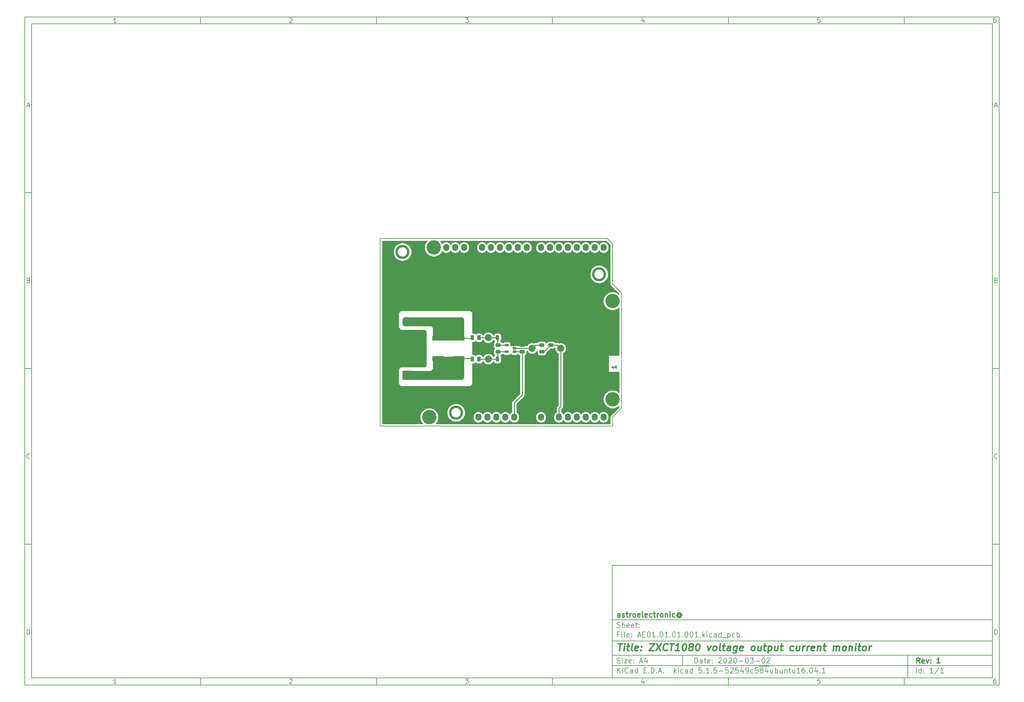
<source format=gbr>
G04 #@! TF.GenerationSoftware,KiCad,Pcbnew,5.1.5-52549c5~84~ubuntu16.04.1*
G04 #@! TF.CreationDate,2020-03-02T18:44:08+01:00*
G04 #@! TF.ProjectId,AE01.01.01.001,41453031-2e30-4312-9e30-312e3030312e,1*
G04 #@! TF.SameCoordinates,Original*
G04 #@! TF.FileFunction,Copper,L1,Top*
G04 #@! TF.FilePolarity,Positive*
%FSLAX46Y46*%
G04 Gerber Fmt 4.6, Leading zero omitted, Abs format (unit mm)*
G04 Created by KiCad (PCBNEW 5.1.5-52549c5~84~ubuntu16.04.1) date 2020-03-02 18:44:08*
%MOMM*%
%LPD*%
G04 APERTURE LIST*
%ADD10C,0.100000*%
%ADD11C,0.150000*%
%ADD12C,0.300000*%
%ADD13C,0.400000*%
%ADD14C,0.650000*%
%ADD15C,2.000000*%
%ADD16O,1.727200X2.032000*%
%ADD17C,4.064000*%
%ADD18R,1.060000X0.650000*%
%ADD19R,2.600000X2.600000*%
%ADD20C,2.600000*%
%ADD21C,0.600000*%
%ADD22C,0.250000*%
%ADD23C,0.254000*%
G04 APERTURE END LIST*
D10*
D11*
X177002200Y-166007200D02*
X177002200Y-198007200D01*
X285002200Y-198007200D01*
X285002200Y-166007200D01*
X177002200Y-166007200D01*
D10*
D11*
X10000000Y-10000000D02*
X10000000Y-200007200D01*
X287002200Y-200007200D01*
X287002200Y-10000000D01*
X10000000Y-10000000D01*
D10*
D11*
X12000000Y-12000000D02*
X12000000Y-198007200D01*
X285002200Y-198007200D01*
X285002200Y-12000000D01*
X12000000Y-12000000D01*
D10*
D11*
X60000000Y-12000000D02*
X60000000Y-10000000D01*
D10*
D11*
X110000000Y-12000000D02*
X110000000Y-10000000D01*
D10*
D11*
X160000000Y-12000000D02*
X160000000Y-10000000D01*
D10*
D11*
X210000000Y-12000000D02*
X210000000Y-10000000D01*
D10*
D11*
X260000000Y-12000000D02*
X260000000Y-10000000D01*
D10*
D11*
X36065476Y-11588095D02*
X35322619Y-11588095D01*
X35694047Y-11588095D02*
X35694047Y-10288095D01*
X35570238Y-10473809D01*
X35446428Y-10597619D01*
X35322619Y-10659523D01*
D10*
D11*
X85322619Y-10411904D02*
X85384523Y-10350000D01*
X85508333Y-10288095D01*
X85817857Y-10288095D01*
X85941666Y-10350000D01*
X86003571Y-10411904D01*
X86065476Y-10535714D01*
X86065476Y-10659523D01*
X86003571Y-10845238D01*
X85260714Y-11588095D01*
X86065476Y-11588095D01*
D10*
D11*
X135260714Y-10288095D02*
X136065476Y-10288095D01*
X135632142Y-10783333D01*
X135817857Y-10783333D01*
X135941666Y-10845238D01*
X136003571Y-10907142D01*
X136065476Y-11030952D01*
X136065476Y-11340476D01*
X136003571Y-11464285D01*
X135941666Y-11526190D01*
X135817857Y-11588095D01*
X135446428Y-11588095D01*
X135322619Y-11526190D01*
X135260714Y-11464285D01*
D10*
D11*
X185941666Y-10721428D02*
X185941666Y-11588095D01*
X185632142Y-10226190D02*
X185322619Y-11154761D01*
X186127380Y-11154761D01*
D10*
D11*
X236003571Y-10288095D02*
X235384523Y-10288095D01*
X235322619Y-10907142D01*
X235384523Y-10845238D01*
X235508333Y-10783333D01*
X235817857Y-10783333D01*
X235941666Y-10845238D01*
X236003571Y-10907142D01*
X236065476Y-11030952D01*
X236065476Y-11340476D01*
X236003571Y-11464285D01*
X235941666Y-11526190D01*
X235817857Y-11588095D01*
X235508333Y-11588095D01*
X235384523Y-11526190D01*
X235322619Y-11464285D01*
D10*
D11*
X285941666Y-10288095D02*
X285694047Y-10288095D01*
X285570238Y-10350000D01*
X285508333Y-10411904D01*
X285384523Y-10597619D01*
X285322619Y-10845238D01*
X285322619Y-11340476D01*
X285384523Y-11464285D01*
X285446428Y-11526190D01*
X285570238Y-11588095D01*
X285817857Y-11588095D01*
X285941666Y-11526190D01*
X286003571Y-11464285D01*
X286065476Y-11340476D01*
X286065476Y-11030952D01*
X286003571Y-10907142D01*
X285941666Y-10845238D01*
X285817857Y-10783333D01*
X285570238Y-10783333D01*
X285446428Y-10845238D01*
X285384523Y-10907142D01*
X285322619Y-11030952D01*
D10*
D11*
X60000000Y-198007200D02*
X60000000Y-200007200D01*
D10*
D11*
X110000000Y-198007200D02*
X110000000Y-200007200D01*
D10*
D11*
X160000000Y-198007200D02*
X160000000Y-200007200D01*
D10*
D11*
X210000000Y-198007200D02*
X210000000Y-200007200D01*
D10*
D11*
X260000000Y-198007200D02*
X260000000Y-200007200D01*
D10*
D11*
X36065476Y-199595295D02*
X35322619Y-199595295D01*
X35694047Y-199595295D02*
X35694047Y-198295295D01*
X35570238Y-198481009D01*
X35446428Y-198604819D01*
X35322619Y-198666723D01*
D10*
D11*
X85322619Y-198419104D02*
X85384523Y-198357200D01*
X85508333Y-198295295D01*
X85817857Y-198295295D01*
X85941666Y-198357200D01*
X86003571Y-198419104D01*
X86065476Y-198542914D01*
X86065476Y-198666723D01*
X86003571Y-198852438D01*
X85260714Y-199595295D01*
X86065476Y-199595295D01*
D10*
D11*
X135260714Y-198295295D02*
X136065476Y-198295295D01*
X135632142Y-198790533D01*
X135817857Y-198790533D01*
X135941666Y-198852438D01*
X136003571Y-198914342D01*
X136065476Y-199038152D01*
X136065476Y-199347676D01*
X136003571Y-199471485D01*
X135941666Y-199533390D01*
X135817857Y-199595295D01*
X135446428Y-199595295D01*
X135322619Y-199533390D01*
X135260714Y-199471485D01*
D10*
D11*
X185941666Y-198728628D02*
X185941666Y-199595295D01*
X185632142Y-198233390D02*
X185322619Y-199161961D01*
X186127380Y-199161961D01*
D10*
D11*
X236003571Y-198295295D02*
X235384523Y-198295295D01*
X235322619Y-198914342D01*
X235384523Y-198852438D01*
X235508333Y-198790533D01*
X235817857Y-198790533D01*
X235941666Y-198852438D01*
X236003571Y-198914342D01*
X236065476Y-199038152D01*
X236065476Y-199347676D01*
X236003571Y-199471485D01*
X235941666Y-199533390D01*
X235817857Y-199595295D01*
X235508333Y-199595295D01*
X235384523Y-199533390D01*
X235322619Y-199471485D01*
D10*
D11*
X285941666Y-198295295D02*
X285694047Y-198295295D01*
X285570238Y-198357200D01*
X285508333Y-198419104D01*
X285384523Y-198604819D01*
X285322619Y-198852438D01*
X285322619Y-199347676D01*
X285384523Y-199471485D01*
X285446428Y-199533390D01*
X285570238Y-199595295D01*
X285817857Y-199595295D01*
X285941666Y-199533390D01*
X286003571Y-199471485D01*
X286065476Y-199347676D01*
X286065476Y-199038152D01*
X286003571Y-198914342D01*
X285941666Y-198852438D01*
X285817857Y-198790533D01*
X285570238Y-198790533D01*
X285446428Y-198852438D01*
X285384523Y-198914342D01*
X285322619Y-199038152D01*
D10*
D11*
X10000000Y-60000000D02*
X12000000Y-60000000D01*
D10*
D11*
X10000000Y-110000000D02*
X12000000Y-110000000D01*
D10*
D11*
X10000000Y-160000000D02*
X12000000Y-160000000D01*
D10*
D11*
X10690476Y-35216666D02*
X11309523Y-35216666D01*
X10566666Y-35588095D02*
X11000000Y-34288095D01*
X11433333Y-35588095D01*
D10*
D11*
X11092857Y-84907142D02*
X11278571Y-84969047D01*
X11340476Y-85030952D01*
X11402380Y-85154761D01*
X11402380Y-85340476D01*
X11340476Y-85464285D01*
X11278571Y-85526190D01*
X11154761Y-85588095D01*
X10659523Y-85588095D01*
X10659523Y-84288095D01*
X11092857Y-84288095D01*
X11216666Y-84350000D01*
X11278571Y-84411904D01*
X11340476Y-84535714D01*
X11340476Y-84659523D01*
X11278571Y-84783333D01*
X11216666Y-84845238D01*
X11092857Y-84907142D01*
X10659523Y-84907142D01*
D10*
D11*
X11402380Y-135464285D02*
X11340476Y-135526190D01*
X11154761Y-135588095D01*
X11030952Y-135588095D01*
X10845238Y-135526190D01*
X10721428Y-135402380D01*
X10659523Y-135278571D01*
X10597619Y-135030952D01*
X10597619Y-134845238D01*
X10659523Y-134597619D01*
X10721428Y-134473809D01*
X10845238Y-134350000D01*
X11030952Y-134288095D01*
X11154761Y-134288095D01*
X11340476Y-134350000D01*
X11402380Y-134411904D01*
D10*
D11*
X10659523Y-185588095D02*
X10659523Y-184288095D01*
X10969047Y-184288095D01*
X11154761Y-184350000D01*
X11278571Y-184473809D01*
X11340476Y-184597619D01*
X11402380Y-184845238D01*
X11402380Y-185030952D01*
X11340476Y-185278571D01*
X11278571Y-185402380D01*
X11154761Y-185526190D01*
X10969047Y-185588095D01*
X10659523Y-185588095D01*
D10*
D11*
X287002200Y-60000000D02*
X285002200Y-60000000D01*
D10*
D11*
X287002200Y-110000000D02*
X285002200Y-110000000D01*
D10*
D11*
X287002200Y-160000000D02*
X285002200Y-160000000D01*
D10*
D11*
X285692676Y-35216666D02*
X286311723Y-35216666D01*
X285568866Y-35588095D02*
X286002200Y-34288095D01*
X286435533Y-35588095D01*
D10*
D11*
X286095057Y-84907142D02*
X286280771Y-84969047D01*
X286342676Y-85030952D01*
X286404580Y-85154761D01*
X286404580Y-85340476D01*
X286342676Y-85464285D01*
X286280771Y-85526190D01*
X286156961Y-85588095D01*
X285661723Y-85588095D01*
X285661723Y-84288095D01*
X286095057Y-84288095D01*
X286218866Y-84350000D01*
X286280771Y-84411904D01*
X286342676Y-84535714D01*
X286342676Y-84659523D01*
X286280771Y-84783333D01*
X286218866Y-84845238D01*
X286095057Y-84907142D01*
X285661723Y-84907142D01*
D10*
D11*
X286404580Y-135464285D02*
X286342676Y-135526190D01*
X286156961Y-135588095D01*
X286033152Y-135588095D01*
X285847438Y-135526190D01*
X285723628Y-135402380D01*
X285661723Y-135278571D01*
X285599819Y-135030952D01*
X285599819Y-134845238D01*
X285661723Y-134597619D01*
X285723628Y-134473809D01*
X285847438Y-134350000D01*
X286033152Y-134288095D01*
X286156961Y-134288095D01*
X286342676Y-134350000D01*
X286404580Y-134411904D01*
D10*
D11*
X285661723Y-185588095D02*
X285661723Y-184288095D01*
X285971247Y-184288095D01*
X286156961Y-184350000D01*
X286280771Y-184473809D01*
X286342676Y-184597619D01*
X286404580Y-184845238D01*
X286404580Y-185030952D01*
X286342676Y-185278571D01*
X286280771Y-185402380D01*
X286156961Y-185526190D01*
X285971247Y-185588095D01*
X285661723Y-185588095D01*
D10*
D11*
X200434342Y-193785771D02*
X200434342Y-192285771D01*
X200791485Y-192285771D01*
X201005771Y-192357200D01*
X201148628Y-192500057D01*
X201220057Y-192642914D01*
X201291485Y-192928628D01*
X201291485Y-193142914D01*
X201220057Y-193428628D01*
X201148628Y-193571485D01*
X201005771Y-193714342D01*
X200791485Y-193785771D01*
X200434342Y-193785771D01*
X202577200Y-193785771D02*
X202577200Y-193000057D01*
X202505771Y-192857200D01*
X202362914Y-192785771D01*
X202077200Y-192785771D01*
X201934342Y-192857200D01*
X202577200Y-193714342D02*
X202434342Y-193785771D01*
X202077200Y-193785771D01*
X201934342Y-193714342D01*
X201862914Y-193571485D01*
X201862914Y-193428628D01*
X201934342Y-193285771D01*
X202077200Y-193214342D01*
X202434342Y-193214342D01*
X202577200Y-193142914D01*
X203077200Y-192785771D02*
X203648628Y-192785771D01*
X203291485Y-192285771D02*
X203291485Y-193571485D01*
X203362914Y-193714342D01*
X203505771Y-193785771D01*
X203648628Y-193785771D01*
X204720057Y-193714342D02*
X204577200Y-193785771D01*
X204291485Y-193785771D01*
X204148628Y-193714342D01*
X204077200Y-193571485D01*
X204077200Y-193000057D01*
X204148628Y-192857200D01*
X204291485Y-192785771D01*
X204577200Y-192785771D01*
X204720057Y-192857200D01*
X204791485Y-193000057D01*
X204791485Y-193142914D01*
X204077200Y-193285771D01*
X205434342Y-193642914D02*
X205505771Y-193714342D01*
X205434342Y-193785771D01*
X205362914Y-193714342D01*
X205434342Y-193642914D01*
X205434342Y-193785771D01*
X205434342Y-192857200D02*
X205505771Y-192928628D01*
X205434342Y-193000057D01*
X205362914Y-192928628D01*
X205434342Y-192857200D01*
X205434342Y-193000057D01*
X207220057Y-192428628D02*
X207291485Y-192357200D01*
X207434342Y-192285771D01*
X207791485Y-192285771D01*
X207934342Y-192357200D01*
X208005771Y-192428628D01*
X208077200Y-192571485D01*
X208077200Y-192714342D01*
X208005771Y-192928628D01*
X207148628Y-193785771D01*
X208077200Y-193785771D01*
X209005771Y-192285771D02*
X209148628Y-192285771D01*
X209291485Y-192357200D01*
X209362914Y-192428628D01*
X209434342Y-192571485D01*
X209505771Y-192857200D01*
X209505771Y-193214342D01*
X209434342Y-193500057D01*
X209362914Y-193642914D01*
X209291485Y-193714342D01*
X209148628Y-193785771D01*
X209005771Y-193785771D01*
X208862914Y-193714342D01*
X208791485Y-193642914D01*
X208720057Y-193500057D01*
X208648628Y-193214342D01*
X208648628Y-192857200D01*
X208720057Y-192571485D01*
X208791485Y-192428628D01*
X208862914Y-192357200D01*
X209005771Y-192285771D01*
X210077200Y-192428628D02*
X210148628Y-192357200D01*
X210291485Y-192285771D01*
X210648628Y-192285771D01*
X210791485Y-192357200D01*
X210862914Y-192428628D01*
X210934342Y-192571485D01*
X210934342Y-192714342D01*
X210862914Y-192928628D01*
X210005771Y-193785771D01*
X210934342Y-193785771D01*
X211862914Y-192285771D02*
X212005771Y-192285771D01*
X212148628Y-192357200D01*
X212220057Y-192428628D01*
X212291485Y-192571485D01*
X212362914Y-192857200D01*
X212362914Y-193214342D01*
X212291485Y-193500057D01*
X212220057Y-193642914D01*
X212148628Y-193714342D01*
X212005771Y-193785771D01*
X211862914Y-193785771D01*
X211720057Y-193714342D01*
X211648628Y-193642914D01*
X211577200Y-193500057D01*
X211505771Y-193214342D01*
X211505771Y-192857200D01*
X211577200Y-192571485D01*
X211648628Y-192428628D01*
X211720057Y-192357200D01*
X211862914Y-192285771D01*
X213005771Y-193214342D02*
X214148628Y-193214342D01*
X215148628Y-192285771D02*
X215291485Y-192285771D01*
X215434342Y-192357200D01*
X215505771Y-192428628D01*
X215577200Y-192571485D01*
X215648628Y-192857200D01*
X215648628Y-193214342D01*
X215577200Y-193500057D01*
X215505771Y-193642914D01*
X215434342Y-193714342D01*
X215291485Y-193785771D01*
X215148628Y-193785771D01*
X215005771Y-193714342D01*
X214934342Y-193642914D01*
X214862914Y-193500057D01*
X214791485Y-193214342D01*
X214791485Y-192857200D01*
X214862914Y-192571485D01*
X214934342Y-192428628D01*
X215005771Y-192357200D01*
X215148628Y-192285771D01*
X216148628Y-192285771D02*
X217077200Y-192285771D01*
X216577200Y-192857200D01*
X216791485Y-192857200D01*
X216934342Y-192928628D01*
X217005771Y-193000057D01*
X217077200Y-193142914D01*
X217077200Y-193500057D01*
X217005771Y-193642914D01*
X216934342Y-193714342D01*
X216791485Y-193785771D01*
X216362914Y-193785771D01*
X216220057Y-193714342D01*
X216148628Y-193642914D01*
X217720057Y-193214342D02*
X218862914Y-193214342D01*
X219862914Y-192285771D02*
X220005771Y-192285771D01*
X220148628Y-192357200D01*
X220220057Y-192428628D01*
X220291485Y-192571485D01*
X220362914Y-192857200D01*
X220362914Y-193214342D01*
X220291485Y-193500057D01*
X220220057Y-193642914D01*
X220148628Y-193714342D01*
X220005771Y-193785771D01*
X219862914Y-193785771D01*
X219720057Y-193714342D01*
X219648628Y-193642914D01*
X219577200Y-193500057D01*
X219505771Y-193214342D01*
X219505771Y-192857200D01*
X219577200Y-192571485D01*
X219648628Y-192428628D01*
X219720057Y-192357200D01*
X219862914Y-192285771D01*
X220934342Y-192428628D02*
X221005771Y-192357200D01*
X221148628Y-192285771D01*
X221505771Y-192285771D01*
X221648628Y-192357200D01*
X221720057Y-192428628D01*
X221791485Y-192571485D01*
X221791485Y-192714342D01*
X221720057Y-192928628D01*
X220862914Y-193785771D01*
X221791485Y-193785771D01*
D10*
D11*
X177002200Y-194507200D02*
X285002200Y-194507200D01*
D10*
D11*
X178434342Y-196585771D02*
X178434342Y-195085771D01*
X179291485Y-196585771D02*
X178648628Y-195728628D01*
X179291485Y-195085771D02*
X178434342Y-195942914D01*
X179934342Y-196585771D02*
X179934342Y-195585771D01*
X179934342Y-195085771D02*
X179862914Y-195157200D01*
X179934342Y-195228628D01*
X180005771Y-195157200D01*
X179934342Y-195085771D01*
X179934342Y-195228628D01*
X181505771Y-196442914D02*
X181434342Y-196514342D01*
X181220057Y-196585771D01*
X181077200Y-196585771D01*
X180862914Y-196514342D01*
X180720057Y-196371485D01*
X180648628Y-196228628D01*
X180577200Y-195942914D01*
X180577200Y-195728628D01*
X180648628Y-195442914D01*
X180720057Y-195300057D01*
X180862914Y-195157200D01*
X181077200Y-195085771D01*
X181220057Y-195085771D01*
X181434342Y-195157200D01*
X181505771Y-195228628D01*
X182791485Y-196585771D02*
X182791485Y-195800057D01*
X182720057Y-195657200D01*
X182577200Y-195585771D01*
X182291485Y-195585771D01*
X182148628Y-195657200D01*
X182791485Y-196514342D02*
X182648628Y-196585771D01*
X182291485Y-196585771D01*
X182148628Y-196514342D01*
X182077200Y-196371485D01*
X182077200Y-196228628D01*
X182148628Y-196085771D01*
X182291485Y-196014342D01*
X182648628Y-196014342D01*
X182791485Y-195942914D01*
X184148628Y-196585771D02*
X184148628Y-195085771D01*
X184148628Y-196514342D02*
X184005771Y-196585771D01*
X183720057Y-196585771D01*
X183577200Y-196514342D01*
X183505771Y-196442914D01*
X183434342Y-196300057D01*
X183434342Y-195871485D01*
X183505771Y-195728628D01*
X183577200Y-195657200D01*
X183720057Y-195585771D01*
X184005771Y-195585771D01*
X184148628Y-195657200D01*
X186005771Y-195800057D02*
X186505771Y-195800057D01*
X186720057Y-196585771D02*
X186005771Y-196585771D01*
X186005771Y-195085771D01*
X186720057Y-195085771D01*
X187362914Y-196442914D02*
X187434342Y-196514342D01*
X187362914Y-196585771D01*
X187291485Y-196514342D01*
X187362914Y-196442914D01*
X187362914Y-196585771D01*
X188077200Y-196585771D02*
X188077200Y-195085771D01*
X188434342Y-195085771D01*
X188648628Y-195157200D01*
X188791485Y-195300057D01*
X188862914Y-195442914D01*
X188934342Y-195728628D01*
X188934342Y-195942914D01*
X188862914Y-196228628D01*
X188791485Y-196371485D01*
X188648628Y-196514342D01*
X188434342Y-196585771D01*
X188077200Y-196585771D01*
X189577200Y-196442914D02*
X189648628Y-196514342D01*
X189577200Y-196585771D01*
X189505771Y-196514342D01*
X189577200Y-196442914D01*
X189577200Y-196585771D01*
X190220057Y-196157200D02*
X190934342Y-196157200D01*
X190077200Y-196585771D02*
X190577200Y-195085771D01*
X191077200Y-196585771D01*
X191577200Y-196442914D02*
X191648628Y-196514342D01*
X191577200Y-196585771D01*
X191505771Y-196514342D01*
X191577200Y-196442914D01*
X191577200Y-196585771D01*
X194577200Y-196585771D02*
X194577200Y-195085771D01*
X194720057Y-196014342D02*
X195148628Y-196585771D01*
X195148628Y-195585771D02*
X194577200Y-196157200D01*
X195791485Y-196585771D02*
X195791485Y-195585771D01*
X195791485Y-195085771D02*
X195720057Y-195157200D01*
X195791485Y-195228628D01*
X195862914Y-195157200D01*
X195791485Y-195085771D01*
X195791485Y-195228628D01*
X197148628Y-196514342D02*
X197005771Y-196585771D01*
X196720057Y-196585771D01*
X196577200Y-196514342D01*
X196505771Y-196442914D01*
X196434342Y-196300057D01*
X196434342Y-195871485D01*
X196505771Y-195728628D01*
X196577200Y-195657200D01*
X196720057Y-195585771D01*
X197005771Y-195585771D01*
X197148628Y-195657200D01*
X198434342Y-196585771D02*
X198434342Y-195800057D01*
X198362914Y-195657200D01*
X198220057Y-195585771D01*
X197934342Y-195585771D01*
X197791485Y-195657200D01*
X198434342Y-196514342D02*
X198291485Y-196585771D01*
X197934342Y-196585771D01*
X197791485Y-196514342D01*
X197720057Y-196371485D01*
X197720057Y-196228628D01*
X197791485Y-196085771D01*
X197934342Y-196014342D01*
X198291485Y-196014342D01*
X198434342Y-195942914D01*
X199791485Y-196585771D02*
X199791485Y-195085771D01*
X199791485Y-196514342D02*
X199648628Y-196585771D01*
X199362914Y-196585771D01*
X199220057Y-196514342D01*
X199148628Y-196442914D01*
X199077200Y-196300057D01*
X199077200Y-195871485D01*
X199148628Y-195728628D01*
X199220057Y-195657200D01*
X199362914Y-195585771D01*
X199648628Y-195585771D01*
X199791485Y-195657200D01*
X202362914Y-195085771D02*
X201648628Y-195085771D01*
X201577200Y-195800057D01*
X201648628Y-195728628D01*
X201791485Y-195657200D01*
X202148628Y-195657200D01*
X202291485Y-195728628D01*
X202362914Y-195800057D01*
X202434342Y-195942914D01*
X202434342Y-196300057D01*
X202362914Y-196442914D01*
X202291485Y-196514342D01*
X202148628Y-196585771D01*
X201791485Y-196585771D01*
X201648628Y-196514342D01*
X201577200Y-196442914D01*
X203077200Y-196442914D02*
X203148628Y-196514342D01*
X203077200Y-196585771D01*
X203005771Y-196514342D01*
X203077200Y-196442914D01*
X203077200Y-196585771D01*
X204577200Y-196585771D02*
X203720057Y-196585771D01*
X204148628Y-196585771D02*
X204148628Y-195085771D01*
X204005771Y-195300057D01*
X203862914Y-195442914D01*
X203720057Y-195514342D01*
X205220057Y-196442914D02*
X205291485Y-196514342D01*
X205220057Y-196585771D01*
X205148628Y-196514342D01*
X205220057Y-196442914D01*
X205220057Y-196585771D01*
X206648628Y-195085771D02*
X205934342Y-195085771D01*
X205862914Y-195800057D01*
X205934342Y-195728628D01*
X206077200Y-195657200D01*
X206434342Y-195657200D01*
X206577200Y-195728628D01*
X206648628Y-195800057D01*
X206720057Y-195942914D01*
X206720057Y-196300057D01*
X206648628Y-196442914D01*
X206577200Y-196514342D01*
X206434342Y-196585771D01*
X206077200Y-196585771D01*
X205934342Y-196514342D01*
X205862914Y-196442914D01*
X207362914Y-196014342D02*
X208505771Y-196014342D01*
X209934342Y-195085771D02*
X209220057Y-195085771D01*
X209148628Y-195800057D01*
X209220057Y-195728628D01*
X209362914Y-195657200D01*
X209720057Y-195657200D01*
X209862914Y-195728628D01*
X209934342Y-195800057D01*
X210005771Y-195942914D01*
X210005771Y-196300057D01*
X209934342Y-196442914D01*
X209862914Y-196514342D01*
X209720057Y-196585771D01*
X209362914Y-196585771D01*
X209220057Y-196514342D01*
X209148628Y-196442914D01*
X210577200Y-195228628D02*
X210648628Y-195157200D01*
X210791485Y-195085771D01*
X211148628Y-195085771D01*
X211291485Y-195157200D01*
X211362914Y-195228628D01*
X211434342Y-195371485D01*
X211434342Y-195514342D01*
X211362914Y-195728628D01*
X210505771Y-196585771D01*
X211434342Y-196585771D01*
X212791485Y-195085771D02*
X212077200Y-195085771D01*
X212005771Y-195800057D01*
X212077200Y-195728628D01*
X212220057Y-195657200D01*
X212577200Y-195657200D01*
X212720057Y-195728628D01*
X212791485Y-195800057D01*
X212862914Y-195942914D01*
X212862914Y-196300057D01*
X212791485Y-196442914D01*
X212720057Y-196514342D01*
X212577200Y-196585771D01*
X212220057Y-196585771D01*
X212077200Y-196514342D01*
X212005771Y-196442914D01*
X214148628Y-195585771D02*
X214148628Y-196585771D01*
X213791485Y-195014342D02*
X213434342Y-196085771D01*
X214362914Y-196085771D01*
X215005771Y-196585771D02*
X215291485Y-196585771D01*
X215434342Y-196514342D01*
X215505771Y-196442914D01*
X215648628Y-196228628D01*
X215720057Y-195942914D01*
X215720057Y-195371485D01*
X215648628Y-195228628D01*
X215577200Y-195157200D01*
X215434342Y-195085771D01*
X215148628Y-195085771D01*
X215005771Y-195157200D01*
X214934342Y-195228628D01*
X214862914Y-195371485D01*
X214862914Y-195728628D01*
X214934342Y-195871485D01*
X215005771Y-195942914D01*
X215148628Y-196014342D01*
X215434342Y-196014342D01*
X215577200Y-195942914D01*
X215648628Y-195871485D01*
X215720057Y-195728628D01*
X217005771Y-196514342D02*
X216862914Y-196585771D01*
X216577200Y-196585771D01*
X216434342Y-196514342D01*
X216362914Y-196442914D01*
X216291485Y-196300057D01*
X216291485Y-195871485D01*
X216362914Y-195728628D01*
X216434342Y-195657200D01*
X216577200Y-195585771D01*
X216862914Y-195585771D01*
X217005771Y-195657200D01*
X218362914Y-195085771D02*
X217648628Y-195085771D01*
X217577200Y-195800057D01*
X217648628Y-195728628D01*
X217791485Y-195657200D01*
X218148628Y-195657200D01*
X218291485Y-195728628D01*
X218362914Y-195800057D01*
X218434342Y-195942914D01*
X218434342Y-196300057D01*
X218362914Y-196442914D01*
X218291485Y-196514342D01*
X218148628Y-196585771D01*
X217791485Y-196585771D01*
X217648628Y-196514342D01*
X217577200Y-196442914D01*
X218720057Y-194677200D02*
X220148628Y-194677200D01*
X219291485Y-195728628D02*
X219148628Y-195657200D01*
X219077200Y-195585771D01*
X219005771Y-195442914D01*
X219005771Y-195371485D01*
X219077200Y-195228628D01*
X219148628Y-195157200D01*
X219291485Y-195085771D01*
X219577200Y-195085771D01*
X219720057Y-195157200D01*
X219791485Y-195228628D01*
X219862914Y-195371485D01*
X219862914Y-195442914D01*
X219791485Y-195585771D01*
X219720057Y-195657200D01*
X219577200Y-195728628D01*
X219291485Y-195728628D01*
X219148628Y-195800057D01*
X219077200Y-195871485D01*
X219005771Y-196014342D01*
X219005771Y-196300057D01*
X219077200Y-196442914D01*
X219148628Y-196514342D01*
X219291485Y-196585771D01*
X219577200Y-196585771D01*
X219720057Y-196514342D01*
X219791485Y-196442914D01*
X219862914Y-196300057D01*
X219862914Y-196014342D01*
X219791485Y-195871485D01*
X219720057Y-195800057D01*
X219577200Y-195728628D01*
X220148628Y-194677200D02*
X221577199Y-194677200D01*
X221148628Y-195585771D02*
X221148628Y-196585771D01*
X220791485Y-195014342D02*
X220434342Y-196085771D01*
X221362914Y-196085771D01*
X222577199Y-195585771D02*
X222577199Y-196585771D01*
X221934342Y-195585771D02*
X221934342Y-196371485D01*
X222005771Y-196514342D01*
X222148628Y-196585771D01*
X222362914Y-196585771D01*
X222505771Y-196514342D01*
X222577199Y-196442914D01*
X223291485Y-196585771D02*
X223291485Y-195085771D01*
X223291485Y-195657200D02*
X223434342Y-195585771D01*
X223720057Y-195585771D01*
X223862914Y-195657200D01*
X223934342Y-195728628D01*
X224005771Y-195871485D01*
X224005771Y-196300057D01*
X223934342Y-196442914D01*
X223862914Y-196514342D01*
X223720057Y-196585771D01*
X223434342Y-196585771D01*
X223291485Y-196514342D01*
X225291485Y-195585771D02*
X225291485Y-196585771D01*
X224648628Y-195585771D02*
X224648628Y-196371485D01*
X224720057Y-196514342D01*
X224862914Y-196585771D01*
X225077199Y-196585771D01*
X225220057Y-196514342D01*
X225291485Y-196442914D01*
X226005771Y-195585771D02*
X226005771Y-196585771D01*
X226005771Y-195728628D02*
X226077199Y-195657200D01*
X226220057Y-195585771D01*
X226434342Y-195585771D01*
X226577199Y-195657200D01*
X226648628Y-195800057D01*
X226648628Y-196585771D01*
X227148628Y-195585771D02*
X227720057Y-195585771D01*
X227362914Y-195085771D02*
X227362914Y-196371485D01*
X227434342Y-196514342D01*
X227577200Y-196585771D01*
X227720057Y-196585771D01*
X228862914Y-195585771D02*
X228862914Y-196585771D01*
X228220057Y-195585771D02*
X228220057Y-196371485D01*
X228291485Y-196514342D01*
X228434342Y-196585771D01*
X228648628Y-196585771D01*
X228791485Y-196514342D01*
X228862914Y-196442914D01*
X230362914Y-196585771D02*
X229505771Y-196585771D01*
X229934342Y-196585771D02*
X229934342Y-195085771D01*
X229791485Y-195300057D01*
X229648628Y-195442914D01*
X229505771Y-195514342D01*
X231648628Y-195085771D02*
X231362914Y-195085771D01*
X231220057Y-195157200D01*
X231148628Y-195228628D01*
X231005771Y-195442914D01*
X230934342Y-195728628D01*
X230934342Y-196300057D01*
X231005771Y-196442914D01*
X231077199Y-196514342D01*
X231220057Y-196585771D01*
X231505771Y-196585771D01*
X231648628Y-196514342D01*
X231720057Y-196442914D01*
X231791485Y-196300057D01*
X231791485Y-195942914D01*
X231720057Y-195800057D01*
X231648628Y-195728628D01*
X231505771Y-195657200D01*
X231220057Y-195657200D01*
X231077199Y-195728628D01*
X231005771Y-195800057D01*
X230934342Y-195942914D01*
X232434342Y-196442914D02*
X232505771Y-196514342D01*
X232434342Y-196585771D01*
X232362914Y-196514342D01*
X232434342Y-196442914D01*
X232434342Y-196585771D01*
X233434342Y-195085771D02*
X233577199Y-195085771D01*
X233720057Y-195157200D01*
X233791485Y-195228628D01*
X233862914Y-195371485D01*
X233934342Y-195657200D01*
X233934342Y-196014342D01*
X233862914Y-196300057D01*
X233791485Y-196442914D01*
X233720057Y-196514342D01*
X233577199Y-196585771D01*
X233434342Y-196585771D01*
X233291485Y-196514342D01*
X233220057Y-196442914D01*
X233148628Y-196300057D01*
X233077199Y-196014342D01*
X233077199Y-195657200D01*
X233148628Y-195371485D01*
X233220057Y-195228628D01*
X233291485Y-195157200D01*
X233434342Y-195085771D01*
X235220057Y-195585771D02*
X235220057Y-196585771D01*
X234862914Y-195014342D02*
X234505771Y-196085771D01*
X235434342Y-196085771D01*
X236005771Y-196442914D02*
X236077199Y-196514342D01*
X236005771Y-196585771D01*
X235934342Y-196514342D01*
X236005771Y-196442914D01*
X236005771Y-196585771D01*
X237505771Y-196585771D02*
X236648628Y-196585771D01*
X237077199Y-196585771D02*
X237077199Y-195085771D01*
X236934342Y-195300057D01*
X236791485Y-195442914D01*
X236648628Y-195514342D01*
D10*
D11*
X177002200Y-191507200D02*
X285002200Y-191507200D01*
D10*
D12*
X264411485Y-193785771D02*
X263911485Y-193071485D01*
X263554342Y-193785771D02*
X263554342Y-192285771D01*
X264125771Y-192285771D01*
X264268628Y-192357200D01*
X264340057Y-192428628D01*
X264411485Y-192571485D01*
X264411485Y-192785771D01*
X264340057Y-192928628D01*
X264268628Y-193000057D01*
X264125771Y-193071485D01*
X263554342Y-193071485D01*
X265625771Y-193714342D02*
X265482914Y-193785771D01*
X265197200Y-193785771D01*
X265054342Y-193714342D01*
X264982914Y-193571485D01*
X264982914Y-193000057D01*
X265054342Y-192857200D01*
X265197200Y-192785771D01*
X265482914Y-192785771D01*
X265625771Y-192857200D01*
X265697200Y-193000057D01*
X265697200Y-193142914D01*
X264982914Y-193285771D01*
X266197200Y-192785771D02*
X266554342Y-193785771D01*
X266911485Y-192785771D01*
X267482914Y-193642914D02*
X267554342Y-193714342D01*
X267482914Y-193785771D01*
X267411485Y-193714342D01*
X267482914Y-193642914D01*
X267482914Y-193785771D01*
X267482914Y-192857200D02*
X267554342Y-192928628D01*
X267482914Y-193000057D01*
X267411485Y-192928628D01*
X267482914Y-192857200D01*
X267482914Y-193000057D01*
X270125771Y-193785771D02*
X269268628Y-193785771D01*
X269697200Y-193785771D02*
X269697200Y-192285771D01*
X269554342Y-192500057D01*
X269411485Y-192642914D01*
X269268628Y-192714342D01*
D10*
D11*
X178362914Y-193714342D02*
X178577200Y-193785771D01*
X178934342Y-193785771D01*
X179077200Y-193714342D01*
X179148628Y-193642914D01*
X179220057Y-193500057D01*
X179220057Y-193357200D01*
X179148628Y-193214342D01*
X179077200Y-193142914D01*
X178934342Y-193071485D01*
X178648628Y-193000057D01*
X178505771Y-192928628D01*
X178434342Y-192857200D01*
X178362914Y-192714342D01*
X178362914Y-192571485D01*
X178434342Y-192428628D01*
X178505771Y-192357200D01*
X178648628Y-192285771D01*
X179005771Y-192285771D01*
X179220057Y-192357200D01*
X179862914Y-193785771D02*
X179862914Y-192785771D01*
X179862914Y-192285771D02*
X179791485Y-192357200D01*
X179862914Y-192428628D01*
X179934342Y-192357200D01*
X179862914Y-192285771D01*
X179862914Y-192428628D01*
X180434342Y-192785771D02*
X181220057Y-192785771D01*
X180434342Y-193785771D01*
X181220057Y-193785771D01*
X182362914Y-193714342D02*
X182220057Y-193785771D01*
X181934342Y-193785771D01*
X181791485Y-193714342D01*
X181720057Y-193571485D01*
X181720057Y-193000057D01*
X181791485Y-192857200D01*
X181934342Y-192785771D01*
X182220057Y-192785771D01*
X182362914Y-192857200D01*
X182434342Y-193000057D01*
X182434342Y-193142914D01*
X181720057Y-193285771D01*
X183077200Y-193642914D02*
X183148628Y-193714342D01*
X183077200Y-193785771D01*
X183005771Y-193714342D01*
X183077200Y-193642914D01*
X183077200Y-193785771D01*
X183077200Y-192857200D02*
X183148628Y-192928628D01*
X183077200Y-193000057D01*
X183005771Y-192928628D01*
X183077200Y-192857200D01*
X183077200Y-193000057D01*
X184862914Y-193357200D02*
X185577200Y-193357200D01*
X184720057Y-193785771D02*
X185220057Y-192285771D01*
X185720057Y-193785771D01*
X186862914Y-192785771D02*
X186862914Y-193785771D01*
X186505771Y-192214342D02*
X186148628Y-193285771D01*
X187077200Y-193285771D01*
D10*
D11*
X263434342Y-196585771D02*
X263434342Y-195085771D01*
X264791485Y-196585771D02*
X264791485Y-195085771D01*
X264791485Y-196514342D02*
X264648628Y-196585771D01*
X264362914Y-196585771D01*
X264220057Y-196514342D01*
X264148628Y-196442914D01*
X264077200Y-196300057D01*
X264077200Y-195871485D01*
X264148628Y-195728628D01*
X264220057Y-195657200D01*
X264362914Y-195585771D01*
X264648628Y-195585771D01*
X264791485Y-195657200D01*
X265505771Y-196442914D02*
X265577200Y-196514342D01*
X265505771Y-196585771D01*
X265434342Y-196514342D01*
X265505771Y-196442914D01*
X265505771Y-196585771D01*
X265505771Y-195657200D02*
X265577200Y-195728628D01*
X265505771Y-195800057D01*
X265434342Y-195728628D01*
X265505771Y-195657200D01*
X265505771Y-195800057D01*
X268148628Y-196585771D02*
X267291485Y-196585771D01*
X267720057Y-196585771D02*
X267720057Y-195085771D01*
X267577200Y-195300057D01*
X267434342Y-195442914D01*
X267291485Y-195514342D01*
X269862914Y-195014342D02*
X268577200Y-196942914D01*
X271148628Y-196585771D02*
X270291485Y-196585771D01*
X270720057Y-196585771D02*
X270720057Y-195085771D01*
X270577200Y-195300057D01*
X270434342Y-195442914D01*
X270291485Y-195514342D01*
D10*
D11*
X177002200Y-187507200D02*
X285002200Y-187507200D01*
D10*
D13*
X178714580Y-188211961D02*
X179857438Y-188211961D01*
X179036009Y-190211961D02*
X179286009Y-188211961D01*
X180274104Y-190211961D02*
X180440771Y-188878628D01*
X180524104Y-188211961D02*
X180416961Y-188307200D01*
X180500295Y-188402438D01*
X180607438Y-188307200D01*
X180524104Y-188211961D01*
X180500295Y-188402438D01*
X181107438Y-188878628D02*
X181869342Y-188878628D01*
X181476485Y-188211961D02*
X181262200Y-189926247D01*
X181333628Y-190116723D01*
X181512200Y-190211961D01*
X181702676Y-190211961D01*
X182655057Y-190211961D02*
X182476485Y-190116723D01*
X182405057Y-189926247D01*
X182619342Y-188211961D01*
X184190771Y-190116723D02*
X183988390Y-190211961D01*
X183607438Y-190211961D01*
X183428866Y-190116723D01*
X183357438Y-189926247D01*
X183452676Y-189164342D01*
X183571723Y-188973866D01*
X183774104Y-188878628D01*
X184155057Y-188878628D01*
X184333628Y-188973866D01*
X184405057Y-189164342D01*
X184381247Y-189354819D01*
X183405057Y-189545295D01*
X185155057Y-190021485D02*
X185238390Y-190116723D01*
X185131247Y-190211961D01*
X185047914Y-190116723D01*
X185155057Y-190021485D01*
X185131247Y-190211961D01*
X185286009Y-188973866D02*
X185369342Y-189069104D01*
X185262200Y-189164342D01*
X185178866Y-189069104D01*
X185286009Y-188973866D01*
X185262200Y-189164342D01*
X187666961Y-188211961D02*
X189000295Y-188211961D01*
X187416961Y-190211961D01*
X188750295Y-190211961D01*
X189571723Y-188211961D02*
X190655057Y-190211961D01*
X190905057Y-188211961D02*
X189321723Y-190211961D01*
X192583628Y-190021485D02*
X192476485Y-190116723D01*
X192178866Y-190211961D01*
X191988390Y-190211961D01*
X191714580Y-190116723D01*
X191547914Y-189926247D01*
X191476485Y-189735771D01*
X191428866Y-189354819D01*
X191464580Y-189069104D01*
X191607438Y-188688152D01*
X191726485Y-188497676D01*
X191940771Y-188307200D01*
X192238390Y-188211961D01*
X192428866Y-188211961D01*
X192702676Y-188307200D01*
X192786009Y-188402438D01*
X193381247Y-188211961D02*
X194524104Y-188211961D01*
X193702676Y-190211961D02*
X193952676Y-188211961D01*
X195988390Y-190211961D02*
X194845533Y-190211961D01*
X195416961Y-190211961D02*
X195666961Y-188211961D01*
X195440771Y-188497676D01*
X195226485Y-188688152D01*
X195024104Y-188783390D01*
X197476485Y-188211961D02*
X197666961Y-188211961D01*
X197845533Y-188307200D01*
X197928866Y-188402438D01*
X198000295Y-188592914D01*
X198047914Y-188973866D01*
X197988390Y-189450057D01*
X197845533Y-189831009D01*
X197726485Y-190021485D01*
X197619342Y-190116723D01*
X197416961Y-190211961D01*
X197226485Y-190211961D01*
X197047914Y-190116723D01*
X196964580Y-190021485D01*
X196893152Y-189831009D01*
X196845533Y-189450057D01*
X196905057Y-188973866D01*
X197047914Y-188592914D01*
X197166961Y-188402438D01*
X197274104Y-188307200D01*
X197476485Y-188211961D01*
X199178866Y-189069104D02*
X199000295Y-188973866D01*
X198916961Y-188878628D01*
X198845533Y-188688152D01*
X198857438Y-188592914D01*
X198976485Y-188402438D01*
X199083628Y-188307200D01*
X199286009Y-188211961D01*
X199666961Y-188211961D01*
X199845533Y-188307200D01*
X199928866Y-188402438D01*
X200000295Y-188592914D01*
X199988390Y-188688152D01*
X199869342Y-188878628D01*
X199762200Y-188973866D01*
X199559819Y-189069104D01*
X199178866Y-189069104D01*
X198976485Y-189164342D01*
X198869342Y-189259580D01*
X198750295Y-189450057D01*
X198702676Y-189831009D01*
X198774104Y-190021485D01*
X198857438Y-190116723D01*
X199036009Y-190211961D01*
X199416961Y-190211961D01*
X199619342Y-190116723D01*
X199726485Y-190021485D01*
X199845533Y-189831009D01*
X199893152Y-189450057D01*
X199821723Y-189259580D01*
X199738390Y-189164342D01*
X199559819Y-189069104D01*
X201286009Y-188211961D02*
X201476485Y-188211961D01*
X201655057Y-188307200D01*
X201738390Y-188402438D01*
X201809819Y-188592914D01*
X201857438Y-188973866D01*
X201797914Y-189450057D01*
X201655057Y-189831009D01*
X201536009Y-190021485D01*
X201428866Y-190116723D01*
X201226485Y-190211961D01*
X201036009Y-190211961D01*
X200857438Y-190116723D01*
X200774104Y-190021485D01*
X200702676Y-189831009D01*
X200655057Y-189450057D01*
X200714580Y-188973866D01*
X200857438Y-188592914D01*
X200976485Y-188402438D01*
X201083628Y-188307200D01*
X201286009Y-188211961D01*
X204059819Y-188878628D02*
X204369342Y-190211961D01*
X205012200Y-188878628D01*
X205893152Y-190211961D02*
X205714580Y-190116723D01*
X205631247Y-190021485D01*
X205559819Y-189831009D01*
X205631247Y-189259580D01*
X205750295Y-189069104D01*
X205857438Y-188973866D01*
X206059819Y-188878628D01*
X206345533Y-188878628D01*
X206524104Y-188973866D01*
X206607438Y-189069104D01*
X206678866Y-189259580D01*
X206607438Y-189831009D01*
X206488390Y-190021485D01*
X206381247Y-190116723D01*
X206178866Y-190211961D01*
X205893152Y-190211961D01*
X207702676Y-190211961D02*
X207524104Y-190116723D01*
X207452676Y-189926247D01*
X207666961Y-188211961D01*
X208345533Y-188878628D02*
X209107438Y-188878628D01*
X208714580Y-188211961D02*
X208500295Y-189926247D01*
X208571723Y-190116723D01*
X208750295Y-190211961D01*
X208940771Y-190211961D01*
X210464580Y-190211961D02*
X210595533Y-189164342D01*
X210524104Y-188973866D01*
X210345533Y-188878628D01*
X209964580Y-188878628D01*
X209762200Y-188973866D01*
X210476485Y-190116723D02*
X210274104Y-190211961D01*
X209797914Y-190211961D01*
X209619342Y-190116723D01*
X209547914Y-189926247D01*
X209571723Y-189735771D01*
X209690771Y-189545295D01*
X209893152Y-189450057D01*
X210369342Y-189450057D01*
X210571723Y-189354819D01*
X212440771Y-188878628D02*
X212238390Y-190497676D01*
X212119342Y-190688152D01*
X212012200Y-190783390D01*
X211809819Y-190878628D01*
X211524104Y-190878628D01*
X211345533Y-190783390D01*
X212286009Y-190116723D02*
X212083628Y-190211961D01*
X211702676Y-190211961D01*
X211524104Y-190116723D01*
X211440771Y-190021485D01*
X211369342Y-189831009D01*
X211440771Y-189259580D01*
X211559819Y-189069104D01*
X211666961Y-188973866D01*
X211869342Y-188878628D01*
X212250295Y-188878628D01*
X212428866Y-188973866D01*
X214000295Y-190116723D02*
X213797914Y-190211961D01*
X213416961Y-190211961D01*
X213238390Y-190116723D01*
X213166961Y-189926247D01*
X213262200Y-189164342D01*
X213381247Y-188973866D01*
X213583628Y-188878628D01*
X213964580Y-188878628D01*
X214143152Y-188973866D01*
X214214580Y-189164342D01*
X214190771Y-189354819D01*
X213214580Y-189545295D01*
X216750295Y-190211961D02*
X216571723Y-190116723D01*
X216488390Y-190021485D01*
X216416961Y-189831009D01*
X216488390Y-189259580D01*
X216607438Y-189069104D01*
X216714580Y-188973866D01*
X216916961Y-188878628D01*
X217202676Y-188878628D01*
X217381247Y-188973866D01*
X217464580Y-189069104D01*
X217536009Y-189259580D01*
X217464580Y-189831009D01*
X217345533Y-190021485D01*
X217238390Y-190116723D01*
X217036009Y-190211961D01*
X216750295Y-190211961D01*
X219297914Y-188878628D02*
X219131247Y-190211961D01*
X218440771Y-188878628D02*
X218309819Y-189926247D01*
X218381247Y-190116723D01*
X218559819Y-190211961D01*
X218845533Y-190211961D01*
X219047914Y-190116723D01*
X219155057Y-190021485D01*
X219964580Y-188878628D02*
X220726485Y-188878628D01*
X220333628Y-188211961D02*
X220119342Y-189926247D01*
X220190771Y-190116723D01*
X220369342Y-190211961D01*
X220559819Y-190211961D01*
X221393152Y-188878628D02*
X221143152Y-190878628D01*
X221381247Y-188973866D02*
X221583628Y-188878628D01*
X221964580Y-188878628D01*
X222143152Y-188973866D01*
X222226485Y-189069104D01*
X222297914Y-189259580D01*
X222226485Y-189831009D01*
X222107438Y-190021485D01*
X222000295Y-190116723D01*
X221797914Y-190211961D01*
X221416961Y-190211961D01*
X221238390Y-190116723D01*
X224059819Y-188878628D02*
X223893152Y-190211961D01*
X223202676Y-188878628D02*
X223071723Y-189926247D01*
X223143152Y-190116723D01*
X223321723Y-190211961D01*
X223607438Y-190211961D01*
X223809819Y-190116723D01*
X223916961Y-190021485D01*
X224726485Y-188878628D02*
X225488390Y-188878628D01*
X225095533Y-188211961D02*
X224881247Y-189926247D01*
X224952676Y-190116723D01*
X225131247Y-190211961D01*
X225321723Y-190211961D01*
X228381247Y-190116723D02*
X228178866Y-190211961D01*
X227797914Y-190211961D01*
X227619342Y-190116723D01*
X227536009Y-190021485D01*
X227464580Y-189831009D01*
X227536009Y-189259580D01*
X227655057Y-189069104D01*
X227762199Y-188973866D01*
X227964580Y-188878628D01*
X228345533Y-188878628D01*
X228524104Y-188973866D01*
X230250295Y-188878628D02*
X230083628Y-190211961D01*
X229393152Y-188878628D02*
X229262199Y-189926247D01*
X229333628Y-190116723D01*
X229512199Y-190211961D01*
X229797914Y-190211961D01*
X230000295Y-190116723D01*
X230107438Y-190021485D01*
X231036009Y-190211961D02*
X231202676Y-188878628D01*
X231155057Y-189259580D02*
X231274104Y-189069104D01*
X231381247Y-188973866D01*
X231583628Y-188878628D01*
X231774104Y-188878628D01*
X232274104Y-190211961D02*
X232440771Y-188878628D01*
X232393152Y-189259580D02*
X232512199Y-189069104D01*
X232619342Y-188973866D01*
X232821723Y-188878628D01*
X233012199Y-188878628D01*
X234286009Y-190116723D02*
X234083628Y-190211961D01*
X233702676Y-190211961D01*
X233524104Y-190116723D01*
X233452676Y-189926247D01*
X233547914Y-189164342D01*
X233666961Y-188973866D01*
X233869342Y-188878628D01*
X234250295Y-188878628D01*
X234428866Y-188973866D01*
X234500295Y-189164342D01*
X234476485Y-189354819D01*
X233500295Y-189545295D01*
X235393152Y-188878628D02*
X235226485Y-190211961D01*
X235369342Y-189069104D02*
X235476485Y-188973866D01*
X235678866Y-188878628D01*
X235964580Y-188878628D01*
X236143152Y-188973866D01*
X236214580Y-189164342D01*
X236083628Y-190211961D01*
X236916961Y-188878628D02*
X237678866Y-188878628D01*
X237286009Y-188211961D02*
X237071723Y-189926247D01*
X237143152Y-190116723D01*
X237321723Y-190211961D01*
X237512199Y-190211961D01*
X239702676Y-190211961D02*
X239869342Y-188878628D01*
X239845533Y-189069104D02*
X239952676Y-188973866D01*
X240155057Y-188878628D01*
X240440771Y-188878628D01*
X240619342Y-188973866D01*
X240690771Y-189164342D01*
X240559819Y-190211961D01*
X240690771Y-189164342D02*
X240809819Y-188973866D01*
X241012199Y-188878628D01*
X241297914Y-188878628D01*
X241476485Y-188973866D01*
X241547914Y-189164342D01*
X241416961Y-190211961D01*
X242655057Y-190211961D02*
X242476485Y-190116723D01*
X242393152Y-190021485D01*
X242321723Y-189831009D01*
X242393152Y-189259580D01*
X242512199Y-189069104D01*
X242619342Y-188973866D01*
X242821723Y-188878628D01*
X243107438Y-188878628D01*
X243286009Y-188973866D01*
X243369342Y-189069104D01*
X243440771Y-189259580D01*
X243369342Y-189831009D01*
X243250295Y-190021485D01*
X243143152Y-190116723D01*
X242940771Y-190211961D01*
X242655057Y-190211961D01*
X244345533Y-188878628D02*
X244178866Y-190211961D01*
X244321723Y-189069104D02*
X244428866Y-188973866D01*
X244631247Y-188878628D01*
X244916961Y-188878628D01*
X245095533Y-188973866D01*
X245166961Y-189164342D01*
X245036009Y-190211961D01*
X245988390Y-190211961D02*
X246155057Y-188878628D01*
X246238390Y-188211961D02*
X246131247Y-188307200D01*
X246214580Y-188402438D01*
X246321723Y-188307200D01*
X246238390Y-188211961D01*
X246214580Y-188402438D01*
X246821723Y-188878628D02*
X247583628Y-188878628D01*
X247190771Y-188211961D02*
X246976485Y-189926247D01*
X247047914Y-190116723D01*
X247226485Y-190211961D01*
X247416961Y-190211961D01*
X248369342Y-190211961D02*
X248190771Y-190116723D01*
X248107438Y-190021485D01*
X248036009Y-189831009D01*
X248107438Y-189259580D01*
X248226485Y-189069104D01*
X248333628Y-188973866D01*
X248536009Y-188878628D01*
X248821723Y-188878628D01*
X249000295Y-188973866D01*
X249083628Y-189069104D01*
X249155057Y-189259580D01*
X249083628Y-189831009D01*
X248964580Y-190021485D01*
X248857438Y-190116723D01*
X248655057Y-190211961D01*
X248369342Y-190211961D01*
X249893152Y-190211961D02*
X250059819Y-188878628D01*
X250012199Y-189259580D02*
X250131247Y-189069104D01*
X250238390Y-188973866D01*
X250440771Y-188878628D01*
X250631247Y-188878628D01*
D10*
D11*
X178934342Y-185600057D02*
X178434342Y-185600057D01*
X178434342Y-186385771D02*
X178434342Y-184885771D01*
X179148628Y-184885771D01*
X179720057Y-186385771D02*
X179720057Y-185385771D01*
X179720057Y-184885771D02*
X179648628Y-184957200D01*
X179720057Y-185028628D01*
X179791485Y-184957200D01*
X179720057Y-184885771D01*
X179720057Y-185028628D01*
X180648628Y-186385771D02*
X180505771Y-186314342D01*
X180434342Y-186171485D01*
X180434342Y-184885771D01*
X181791485Y-186314342D02*
X181648628Y-186385771D01*
X181362914Y-186385771D01*
X181220057Y-186314342D01*
X181148628Y-186171485D01*
X181148628Y-185600057D01*
X181220057Y-185457200D01*
X181362914Y-185385771D01*
X181648628Y-185385771D01*
X181791485Y-185457200D01*
X181862914Y-185600057D01*
X181862914Y-185742914D01*
X181148628Y-185885771D01*
X182505771Y-186242914D02*
X182577200Y-186314342D01*
X182505771Y-186385771D01*
X182434342Y-186314342D01*
X182505771Y-186242914D01*
X182505771Y-186385771D01*
X182505771Y-185457200D02*
X182577200Y-185528628D01*
X182505771Y-185600057D01*
X182434342Y-185528628D01*
X182505771Y-185457200D01*
X182505771Y-185600057D01*
X184291485Y-185957200D02*
X185005771Y-185957200D01*
X184148628Y-186385771D02*
X184648628Y-184885771D01*
X185148628Y-186385771D01*
X185648628Y-185600057D02*
X186148628Y-185600057D01*
X186362914Y-186385771D02*
X185648628Y-186385771D01*
X185648628Y-184885771D01*
X186362914Y-184885771D01*
X187291485Y-184885771D02*
X187434342Y-184885771D01*
X187577200Y-184957200D01*
X187648628Y-185028628D01*
X187720057Y-185171485D01*
X187791485Y-185457200D01*
X187791485Y-185814342D01*
X187720057Y-186100057D01*
X187648628Y-186242914D01*
X187577200Y-186314342D01*
X187434342Y-186385771D01*
X187291485Y-186385771D01*
X187148628Y-186314342D01*
X187077200Y-186242914D01*
X187005771Y-186100057D01*
X186934342Y-185814342D01*
X186934342Y-185457200D01*
X187005771Y-185171485D01*
X187077200Y-185028628D01*
X187148628Y-184957200D01*
X187291485Y-184885771D01*
X189220057Y-186385771D02*
X188362914Y-186385771D01*
X188791485Y-186385771D02*
X188791485Y-184885771D01*
X188648628Y-185100057D01*
X188505771Y-185242914D01*
X188362914Y-185314342D01*
X189862914Y-186242914D02*
X189934342Y-186314342D01*
X189862914Y-186385771D01*
X189791485Y-186314342D01*
X189862914Y-186242914D01*
X189862914Y-186385771D01*
X190862914Y-184885771D02*
X191005771Y-184885771D01*
X191148628Y-184957200D01*
X191220057Y-185028628D01*
X191291485Y-185171485D01*
X191362914Y-185457200D01*
X191362914Y-185814342D01*
X191291485Y-186100057D01*
X191220057Y-186242914D01*
X191148628Y-186314342D01*
X191005771Y-186385771D01*
X190862914Y-186385771D01*
X190720057Y-186314342D01*
X190648628Y-186242914D01*
X190577200Y-186100057D01*
X190505771Y-185814342D01*
X190505771Y-185457200D01*
X190577200Y-185171485D01*
X190648628Y-185028628D01*
X190720057Y-184957200D01*
X190862914Y-184885771D01*
X192791485Y-186385771D02*
X191934342Y-186385771D01*
X192362914Y-186385771D02*
X192362914Y-184885771D01*
X192220057Y-185100057D01*
X192077200Y-185242914D01*
X191934342Y-185314342D01*
X193434342Y-186242914D02*
X193505771Y-186314342D01*
X193434342Y-186385771D01*
X193362914Y-186314342D01*
X193434342Y-186242914D01*
X193434342Y-186385771D01*
X194434342Y-184885771D02*
X194577200Y-184885771D01*
X194720057Y-184957200D01*
X194791485Y-185028628D01*
X194862914Y-185171485D01*
X194934342Y-185457200D01*
X194934342Y-185814342D01*
X194862914Y-186100057D01*
X194791485Y-186242914D01*
X194720057Y-186314342D01*
X194577200Y-186385771D01*
X194434342Y-186385771D01*
X194291485Y-186314342D01*
X194220057Y-186242914D01*
X194148628Y-186100057D01*
X194077200Y-185814342D01*
X194077200Y-185457200D01*
X194148628Y-185171485D01*
X194220057Y-185028628D01*
X194291485Y-184957200D01*
X194434342Y-184885771D01*
X196362914Y-186385771D02*
X195505771Y-186385771D01*
X195934342Y-186385771D02*
X195934342Y-184885771D01*
X195791485Y-185100057D01*
X195648628Y-185242914D01*
X195505771Y-185314342D01*
X197005771Y-186242914D02*
X197077200Y-186314342D01*
X197005771Y-186385771D01*
X196934342Y-186314342D01*
X197005771Y-186242914D01*
X197005771Y-186385771D01*
X198005771Y-184885771D02*
X198148628Y-184885771D01*
X198291485Y-184957200D01*
X198362914Y-185028628D01*
X198434342Y-185171485D01*
X198505771Y-185457200D01*
X198505771Y-185814342D01*
X198434342Y-186100057D01*
X198362914Y-186242914D01*
X198291485Y-186314342D01*
X198148628Y-186385771D01*
X198005771Y-186385771D01*
X197862914Y-186314342D01*
X197791485Y-186242914D01*
X197720057Y-186100057D01*
X197648628Y-185814342D01*
X197648628Y-185457200D01*
X197720057Y-185171485D01*
X197791485Y-185028628D01*
X197862914Y-184957200D01*
X198005771Y-184885771D01*
X199434342Y-184885771D02*
X199577200Y-184885771D01*
X199720057Y-184957200D01*
X199791485Y-185028628D01*
X199862914Y-185171485D01*
X199934342Y-185457200D01*
X199934342Y-185814342D01*
X199862914Y-186100057D01*
X199791485Y-186242914D01*
X199720057Y-186314342D01*
X199577200Y-186385771D01*
X199434342Y-186385771D01*
X199291485Y-186314342D01*
X199220057Y-186242914D01*
X199148628Y-186100057D01*
X199077200Y-185814342D01*
X199077200Y-185457200D01*
X199148628Y-185171485D01*
X199220057Y-185028628D01*
X199291485Y-184957200D01*
X199434342Y-184885771D01*
X201362914Y-186385771D02*
X200505771Y-186385771D01*
X200934342Y-186385771D02*
X200934342Y-184885771D01*
X200791485Y-185100057D01*
X200648628Y-185242914D01*
X200505771Y-185314342D01*
X202005771Y-186242914D02*
X202077200Y-186314342D01*
X202005771Y-186385771D01*
X201934342Y-186314342D01*
X202005771Y-186242914D01*
X202005771Y-186385771D01*
X202720057Y-186385771D02*
X202720057Y-184885771D01*
X202862914Y-185814342D02*
X203291485Y-186385771D01*
X203291485Y-185385771D02*
X202720057Y-185957200D01*
X203934342Y-186385771D02*
X203934342Y-185385771D01*
X203934342Y-184885771D02*
X203862914Y-184957200D01*
X203934342Y-185028628D01*
X204005771Y-184957200D01*
X203934342Y-184885771D01*
X203934342Y-185028628D01*
X205291485Y-186314342D02*
X205148628Y-186385771D01*
X204862914Y-186385771D01*
X204720057Y-186314342D01*
X204648628Y-186242914D01*
X204577200Y-186100057D01*
X204577200Y-185671485D01*
X204648628Y-185528628D01*
X204720057Y-185457200D01*
X204862914Y-185385771D01*
X205148628Y-185385771D01*
X205291485Y-185457200D01*
X206577200Y-186385771D02*
X206577200Y-185600057D01*
X206505771Y-185457200D01*
X206362914Y-185385771D01*
X206077200Y-185385771D01*
X205934342Y-185457200D01*
X206577200Y-186314342D02*
X206434342Y-186385771D01*
X206077200Y-186385771D01*
X205934342Y-186314342D01*
X205862914Y-186171485D01*
X205862914Y-186028628D01*
X205934342Y-185885771D01*
X206077200Y-185814342D01*
X206434342Y-185814342D01*
X206577200Y-185742914D01*
X207934342Y-186385771D02*
X207934342Y-184885771D01*
X207934342Y-186314342D02*
X207791485Y-186385771D01*
X207505771Y-186385771D01*
X207362914Y-186314342D01*
X207291485Y-186242914D01*
X207220057Y-186100057D01*
X207220057Y-185671485D01*
X207291485Y-185528628D01*
X207362914Y-185457200D01*
X207505771Y-185385771D01*
X207791485Y-185385771D01*
X207934342Y-185457200D01*
X208291485Y-186528628D02*
X209434342Y-186528628D01*
X209791485Y-185385771D02*
X209791485Y-186885771D01*
X209791485Y-185457200D02*
X209934342Y-185385771D01*
X210220057Y-185385771D01*
X210362914Y-185457200D01*
X210434342Y-185528628D01*
X210505771Y-185671485D01*
X210505771Y-186100057D01*
X210434342Y-186242914D01*
X210362914Y-186314342D01*
X210220057Y-186385771D01*
X209934342Y-186385771D01*
X209791485Y-186314342D01*
X211791485Y-186314342D02*
X211648628Y-186385771D01*
X211362914Y-186385771D01*
X211220057Y-186314342D01*
X211148628Y-186242914D01*
X211077200Y-186100057D01*
X211077200Y-185671485D01*
X211148628Y-185528628D01*
X211220057Y-185457200D01*
X211362914Y-185385771D01*
X211648628Y-185385771D01*
X211791485Y-185457200D01*
X212434342Y-186385771D02*
X212434342Y-184885771D01*
X212434342Y-185457200D02*
X212577200Y-185385771D01*
X212862914Y-185385771D01*
X213005771Y-185457200D01*
X213077200Y-185528628D01*
X213148628Y-185671485D01*
X213148628Y-186100057D01*
X213077200Y-186242914D01*
X213005771Y-186314342D01*
X212862914Y-186385771D01*
X212577200Y-186385771D01*
X212434342Y-186314342D01*
D10*
D11*
X177002200Y-181507200D02*
X285002200Y-181507200D01*
D10*
D11*
X178362914Y-183614342D02*
X178577200Y-183685771D01*
X178934342Y-183685771D01*
X179077200Y-183614342D01*
X179148628Y-183542914D01*
X179220057Y-183400057D01*
X179220057Y-183257200D01*
X179148628Y-183114342D01*
X179077200Y-183042914D01*
X178934342Y-182971485D01*
X178648628Y-182900057D01*
X178505771Y-182828628D01*
X178434342Y-182757200D01*
X178362914Y-182614342D01*
X178362914Y-182471485D01*
X178434342Y-182328628D01*
X178505771Y-182257200D01*
X178648628Y-182185771D01*
X179005771Y-182185771D01*
X179220057Y-182257200D01*
X179862914Y-183685771D02*
X179862914Y-182185771D01*
X180505771Y-183685771D02*
X180505771Y-182900057D01*
X180434342Y-182757200D01*
X180291485Y-182685771D01*
X180077200Y-182685771D01*
X179934342Y-182757200D01*
X179862914Y-182828628D01*
X181791485Y-183614342D02*
X181648628Y-183685771D01*
X181362914Y-183685771D01*
X181220057Y-183614342D01*
X181148628Y-183471485D01*
X181148628Y-182900057D01*
X181220057Y-182757200D01*
X181362914Y-182685771D01*
X181648628Y-182685771D01*
X181791485Y-182757200D01*
X181862914Y-182900057D01*
X181862914Y-183042914D01*
X181148628Y-183185771D01*
X183077200Y-183614342D02*
X182934342Y-183685771D01*
X182648628Y-183685771D01*
X182505771Y-183614342D01*
X182434342Y-183471485D01*
X182434342Y-182900057D01*
X182505771Y-182757200D01*
X182648628Y-182685771D01*
X182934342Y-182685771D01*
X183077200Y-182757200D01*
X183148628Y-182900057D01*
X183148628Y-183042914D01*
X182434342Y-183185771D01*
X183577200Y-182685771D02*
X184148628Y-182685771D01*
X183791485Y-182185771D02*
X183791485Y-183471485D01*
X183862914Y-183614342D01*
X184005771Y-183685771D01*
X184148628Y-183685771D01*
X184648628Y-183542914D02*
X184720057Y-183614342D01*
X184648628Y-183685771D01*
X184577200Y-183614342D01*
X184648628Y-183542914D01*
X184648628Y-183685771D01*
X184648628Y-182757200D02*
X184720057Y-182828628D01*
X184648628Y-182900057D01*
X184577200Y-182828628D01*
X184648628Y-182757200D01*
X184648628Y-182900057D01*
D10*
D12*
X179197200Y-180685771D02*
X179197200Y-179900057D01*
X179125771Y-179757200D01*
X178982914Y-179685771D01*
X178697200Y-179685771D01*
X178554342Y-179757200D01*
X179197200Y-180614342D02*
X179054342Y-180685771D01*
X178697200Y-180685771D01*
X178554342Y-180614342D01*
X178482914Y-180471485D01*
X178482914Y-180328628D01*
X178554342Y-180185771D01*
X178697200Y-180114342D01*
X179054342Y-180114342D01*
X179197200Y-180042914D01*
X179840057Y-180614342D02*
X179982914Y-180685771D01*
X180268628Y-180685771D01*
X180411485Y-180614342D01*
X180482914Y-180471485D01*
X180482914Y-180400057D01*
X180411485Y-180257200D01*
X180268628Y-180185771D01*
X180054342Y-180185771D01*
X179911485Y-180114342D01*
X179840057Y-179971485D01*
X179840057Y-179900057D01*
X179911485Y-179757200D01*
X180054342Y-179685771D01*
X180268628Y-179685771D01*
X180411485Y-179757200D01*
X180911485Y-179685771D02*
X181482914Y-179685771D01*
X181125771Y-179185771D02*
X181125771Y-180471485D01*
X181197200Y-180614342D01*
X181340057Y-180685771D01*
X181482914Y-180685771D01*
X181982914Y-180685771D02*
X181982914Y-179685771D01*
X181982914Y-179971485D02*
X182054342Y-179828628D01*
X182125771Y-179757200D01*
X182268628Y-179685771D01*
X182411485Y-179685771D01*
X183125771Y-180685771D02*
X182982914Y-180614342D01*
X182911485Y-180542914D01*
X182840057Y-180400057D01*
X182840057Y-179971485D01*
X182911485Y-179828628D01*
X182982914Y-179757200D01*
X183125771Y-179685771D01*
X183340057Y-179685771D01*
X183482914Y-179757200D01*
X183554342Y-179828628D01*
X183625771Y-179971485D01*
X183625771Y-180400057D01*
X183554342Y-180542914D01*
X183482914Y-180614342D01*
X183340057Y-180685771D01*
X183125771Y-180685771D01*
X184840057Y-180614342D02*
X184697200Y-180685771D01*
X184411485Y-180685771D01*
X184268628Y-180614342D01*
X184197200Y-180471485D01*
X184197200Y-179900057D01*
X184268628Y-179757200D01*
X184411485Y-179685771D01*
X184697200Y-179685771D01*
X184840057Y-179757200D01*
X184911485Y-179900057D01*
X184911485Y-180042914D01*
X184197200Y-180185771D01*
X185768628Y-180685771D02*
X185625771Y-180614342D01*
X185554342Y-180471485D01*
X185554342Y-179185771D01*
X186911485Y-180614342D02*
X186768628Y-180685771D01*
X186482914Y-180685771D01*
X186340057Y-180614342D01*
X186268628Y-180471485D01*
X186268628Y-179900057D01*
X186340057Y-179757200D01*
X186482914Y-179685771D01*
X186768628Y-179685771D01*
X186911485Y-179757200D01*
X186982914Y-179900057D01*
X186982914Y-180042914D01*
X186268628Y-180185771D01*
X188268628Y-180614342D02*
X188125771Y-180685771D01*
X187840057Y-180685771D01*
X187697200Y-180614342D01*
X187625771Y-180542914D01*
X187554342Y-180400057D01*
X187554342Y-179971485D01*
X187625771Y-179828628D01*
X187697200Y-179757200D01*
X187840057Y-179685771D01*
X188125771Y-179685771D01*
X188268628Y-179757200D01*
X188697200Y-179685771D02*
X189268628Y-179685771D01*
X188911485Y-179185771D02*
X188911485Y-180471485D01*
X188982914Y-180614342D01*
X189125771Y-180685771D01*
X189268628Y-180685771D01*
X189768628Y-180685771D02*
X189768628Y-179685771D01*
X189768628Y-179971485D02*
X189840057Y-179828628D01*
X189911485Y-179757200D01*
X190054342Y-179685771D01*
X190197200Y-179685771D01*
X190911485Y-180685771D02*
X190768628Y-180614342D01*
X190697200Y-180542914D01*
X190625771Y-180400057D01*
X190625771Y-179971485D01*
X190697200Y-179828628D01*
X190768628Y-179757200D01*
X190911485Y-179685771D01*
X191125771Y-179685771D01*
X191268628Y-179757200D01*
X191340057Y-179828628D01*
X191411485Y-179971485D01*
X191411485Y-180400057D01*
X191340057Y-180542914D01*
X191268628Y-180614342D01*
X191125771Y-180685771D01*
X190911485Y-180685771D01*
X192054342Y-179685771D02*
X192054342Y-180685771D01*
X192054342Y-179828628D02*
X192125771Y-179757200D01*
X192268628Y-179685771D01*
X192482914Y-179685771D01*
X192625771Y-179757200D01*
X192697200Y-179900057D01*
X192697200Y-180685771D01*
X193411485Y-180685771D02*
X193411485Y-179685771D01*
X193411485Y-179185771D02*
X193340057Y-179257200D01*
X193411485Y-179328628D01*
X193482914Y-179257200D01*
X193411485Y-179185771D01*
X193411485Y-179328628D01*
X194768628Y-180614342D02*
X194625771Y-180685771D01*
X194340057Y-180685771D01*
X194197200Y-180614342D01*
X194125771Y-180542914D01*
X194054342Y-180400057D01*
X194054342Y-179971485D01*
X194125771Y-179828628D01*
X194197200Y-179757200D01*
X194340057Y-179685771D01*
X194625771Y-179685771D01*
X194768628Y-179757200D01*
X196340057Y-179971485D02*
X196268628Y-179900057D01*
X196125771Y-179828628D01*
X195982914Y-179828628D01*
X195840057Y-179900057D01*
X195768628Y-179971485D01*
X195697200Y-180114342D01*
X195697200Y-180257200D01*
X195768628Y-180400057D01*
X195840057Y-180471485D01*
X195982914Y-180542914D01*
X196125771Y-180542914D01*
X196268628Y-180471485D01*
X196340057Y-180400057D01*
X196340057Y-179828628D02*
X196340057Y-180400057D01*
X196411485Y-180471485D01*
X196482914Y-180471485D01*
X196625771Y-180400057D01*
X196697200Y-180257200D01*
X196697200Y-179900057D01*
X196554342Y-179685771D01*
X196340057Y-179542914D01*
X196054342Y-179471485D01*
X195768628Y-179542914D01*
X195554342Y-179685771D01*
X195411485Y-179900057D01*
X195340057Y-180185771D01*
X195411485Y-180471485D01*
X195554342Y-180685771D01*
X195768628Y-180828628D01*
X196054342Y-180900057D01*
X196340057Y-180828628D01*
X196554342Y-180685771D01*
D10*
D11*
X197002200Y-191507200D02*
X197002200Y-194507200D01*
D10*
D11*
X261002200Y-191507200D02*
X261002200Y-198007200D01*
D12*
X178111476Y-109243857D02*
X178111476Y-109958142D01*
X178111476Y-109601000D02*
X176861476Y-109601000D01*
X177040047Y-109720047D01*
X177159095Y-109839095D01*
X177218619Y-109958142D01*
D11*
X177038000Y-74549000D02*
X175514000Y-73025000D01*
X177038000Y-85979000D02*
X177038000Y-74549000D01*
X179578000Y-88519000D02*
X177038000Y-85979000D01*
X179578000Y-121285000D02*
X179578000Y-88519000D01*
X177038000Y-123825000D02*
X179578000Y-121285000D01*
X177038000Y-126365000D02*
X177038000Y-123825000D01*
X110998000Y-126365000D02*
X177038000Y-126365000D01*
X110998000Y-73025000D02*
X110998000Y-126365000D01*
X175514000Y-73025000D02*
X110998000Y-73025000D01*
D14*
X174893000Y-83185000D02*
G75*
G03X174893000Y-83185000I-1665000J0D01*
G01*
X119013000Y-76835000D02*
G75*
G03X119013000Y-76835000I-1665000J0D01*
G01*
X134253000Y-122555000D02*
G75*
G03X134253000Y-122555000I-1665000J0D01*
G01*
D15*
X162306000Y-104267000D03*
D16*
X138938000Y-123825000D03*
X141478000Y-123825000D03*
X144018000Y-123825000D03*
X146558000Y-123825000D03*
X149098000Y-123825000D03*
X151638000Y-123825000D03*
X154178000Y-123825000D03*
X156718000Y-123825000D03*
X161798000Y-123825000D03*
X164338000Y-123825000D03*
X166878000Y-123825000D03*
X169418000Y-123825000D03*
X171958000Y-123825000D03*
X174498000Y-123825000D03*
X129794000Y-75565000D03*
X132334000Y-75565000D03*
X134874000Y-75565000D03*
X137414000Y-75565000D03*
X139954000Y-75565000D03*
X142494000Y-75565000D03*
X145034000Y-75565000D03*
X147574000Y-75565000D03*
X150114000Y-75565000D03*
X152654000Y-75565000D03*
X156718000Y-75565000D03*
X159258000Y-75565000D03*
X161798000Y-75565000D03*
X164338000Y-75565000D03*
X166878000Y-75565000D03*
X169418000Y-75565000D03*
X171958000Y-75565000D03*
X174498000Y-75565000D03*
D17*
X124968000Y-123825000D03*
X177038000Y-118745000D03*
X126238000Y-75565000D03*
X177038000Y-90805000D03*
G04 #@! TA.AperFunction,SMDPad,CuDef*
D10*
G36*
X151864142Y-102843174D02*
G01*
X151887803Y-102846684D01*
X151911007Y-102852496D01*
X151933529Y-102860554D01*
X151955153Y-102870782D01*
X151975670Y-102883079D01*
X151994883Y-102897329D01*
X152012607Y-102913393D01*
X152028671Y-102931117D01*
X152042921Y-102950330D01*
X152055218Y-102970847D01*
X152065446Y-102992471D01*
X152073504Y-103014993D01*
X152079316Y-103038197D01*
X152082826Y-103061858D01*
X152084000Y-103085750D01*
X152084000Y-103573250D01*
X152082826Y-103597142D01*
X152079316Y-103620803D01*
X152073504Y-103644007D01*
X152065446Y-103666529D01*
X152055218Y-103688153D01*
X152042921Y-103708670D01*
X152028671Y-103727883D01*
X152012607Y-103745607D01*
X151994883Y-103761671D01*
X151975670Y-103775921D01*
X151955153Y-103788218D01*
X151933529Y-103798446D01*
X151911007Y-103806504D01*
X151887803Y-103812316D01*
X151864142Y-103815826D01*
X151840250Y-103817000D01*
X150927750Y-103817000D01*
X150903858Y-103815826D01*
X150880197Y-103812316D01*
X150856993Y-103806504D01*
X150834471Y-103798446D01*
X150812847Y-103788218D01*
X150792330Y-103775921D01*
X150773117Y-103761671D01*
X150755393Y-103745607D01*
X150739329Y-103727883D01*
X150725079Y-103708670D01*
X150712782Y-103688153D01*
X150702554Y-103666529D01*
X150694496Y-103644007D01*
X150688684Y-103620803D01*
X150685174Y-103597142D01*
X150684000Y-103573250D01*
X150684000Y-103085750D01*
X150685174Y-103061858D01*
X150688684Y-103038197D01*
X150694496Y-103014993D01*
X150702554Y-102992471D01*
X150712782Y-102970847D01*
X150725079Y-102950330D01*
X150739329Y-102931117D01*
X150755393Y-102913393D01*
X150773117Y-102897329D01*
X150792330Y-102883079D01*
X150812847Y-102870782D01*
X150834471Y-102860554D01*
X150856993Y-102852496D01*
X150880197Y-102846684D01*
X150903858Y-102843174D01*
X150927750Y-102842000D01*
X151840250Y-102842000D01*
X151864142Y-102843174D01*
G37*
G04 #@! TD.AperFunction*
G04 #@! TA.AperFunction,SMDPad,CuDef*
G36*
X151864142Y-104718174D02*
G01*
X151887803Y-104721684D01*
X151911007Y-104727496D01*
X151933529Y-104735554D01*
X151955153Y-104745782D01*
X151975670Y-104758079D01*
X151994883Y-104772329D01*
X152012607Y-104788393D01*
X152028671Y-104806117D01*
X152042921Y-104825330D01*
X152055218Y-104845847D01*
X152065446Y-104867471D01*
X152073504Y-104889993D01*
X152079316Y-104913197D01*
X152082826Y-104936858D01*
X152084000Y-104960750D01*
X152084000Y-105448250D01*
X152082826Y-105472142D01*
X152079316Y-105495803D01*
X152073504Y-105519007D01*
X152065446Y-105541529D01*
X152055218Y-105563153D01*
X152042921Y-105583670D01*
X152028671Y-105602883D01*
X152012607Y-105620607D01*
X151994883Y-105636671D01*
X151975670Y-105650921D01*
X151955153Y-105663218D01*
X151933529Y-105673446D01*
X151911007Y-105681504D01*
X151887803Y-105687316D01*
X151864142Y-105690826D01*
X151840250Y-105692000D01*
X150927750Y-105692000D01*
X150903858Y-105690826D01*
X150880197Y-105687316D01*
X150856993Y-105681504D01*
X150834471Y-105673446D01*
X150812847Y-105663218D01*
X150792330Y-105650921D01*
X150773117Y-105636671D01*
X150755393Y-105620607D01*
X150739329Y-105602883D01*
X150725079Y-105583670D01*
X150712782Y-105563153D01*
X150702554Y-105541529D01*
X150694496Y-105519007D01*
X150688684Y-105495803D01*
X150685174Y-105472142D01*
X150684000Y-105448250D01*
X150684000Y-104960750D01*
X150685174Y-104936858D01*
X150688684Y-104913197D01*
X150694496Y-104889993D01*
X150702554Y-104867471D01*
X150712782Y-104845847D01*
X150725079Y-104825330D01*
X150739329Y-104806117D01*
X150755393Y-104788393D01*
X150773117Y-104772329D01*
X150792330Y-104758079D01*
X150812847Y-104745782D01*
X150834471Y-104735554D01*
X150856993Y-104727496D01*
X150880197Y-104721684D01*
X150903858Y-104718174D01*
X150927750Y-104717000D01*
X151840250Y-104717000D01*
X151864142Y-104718174D01*
G37*
G04 #@! TD.AperFunction*
G04 #@! TA.AperFunction,SMDPad,CuDef*
G36*
X145006142Y-104718174D02*
G01*
X145029803Y-104721684D01*
X145053007Y-104727496D01*
X145075529Y-104735554D01*
X145097153Y-104745782D01*
X145117670Y-104758079D01*
X145136883Y-104772329D01*
X145154607Y-104788393D01*
X145170671Y-104806117D01*
X145184921Y-104825330D01*
X145197218Y-104845847D01*
X145207446Y-104867471D01*
X145215504Y-104889993D01*
X145221316Y-104913197D01*
X145224826Y-104936858D01*
X145226000Y-104960750D01*
X145226000Y-105448250D01*
X145224826Y-105472142D01*
X145221316Y-105495803D01*
X145215504Y-105519007D01*
X145207446Y-105541529D01*
X145197218Y-105563153D01*
X145184921Y-105583670D01*
X145170671Y-105602883D01*
X145154607Y-105620607D01*
X145136883Y-105636671D01*
X145117670Y-105650921D01*
X145097153Y-105663218D01*
X145075529Y-105673446D01*
X145053007Y-105681504D01*
X145029803Y-105687316D01*
X145006142Y-105690826D01*
X144982250Y-105692000D01*
X144069750Y-105692000D01*
X144045858Y-105690826D01*
X144022197Y-105687316D01*
X143998993Y-105681504D01*
X143976471Y-105673446D01*
X143954847Y-105663218D01*
X143934330Y-105650921D01*
X143915117Y-105636671D01*
X143897393Y-105620607D01*
X143881329Y-105602883D01*
X143867079Y-105583670D01*
X143854782Y-105563153D01*
X143844554Y-105541529D01*
X143836496Y-105519007D01*
X143830684Y-105495803D01*
X143827174Y-105472142D01*
X143826000Y-105448250D01*
X143826000Y-104960750D01*
X143827174Y-104936858D01*
X143830684Y-104913197D01*
X143836496Y-104889993D01*
X143844554Y-104867471D01*
X143854782Y-104845847D01*
X143867079Y-104825330D01*
X143881329Y-104806117D01*
X143897393Y-104788393D01*
X143915117Y-104772329D01*
X143934330Y-104758079D01*
X143954847Y-104745782D01*
X143976471Y-104735554D01*
X143998993Y-104727496D01*
X144022197Y-104721684D01*
X144045858Y-104718174D01*
X144069750Y-104717000D01*
X144982250Y-104717000D01*
X145006142Y-104718174D01*
G37*
G04 #@! TD.AperFunction*
G04 #@! TA.AperFunction,SMDPad,CuDef*
G36*
X145006142Y-102843174D02*
G01*
X145029803Y-102846684D01*
X145053007Y-102852496D01*
X145075529Y-102860554D01*
X145097153Y-102870782D01*
X145117670Y-102883079D01*
X145136883Y-102897329D01*
X145154607Y-102913393D01*
X145170671Y-102931117D01*
X145184921Y-102950330D01*
X145197218Y-102970847D01*
X145207446Y-102992471D01*
X145215504Y-103014993D01*
X145221316Y-103038197D01*
X145224826Y-103061858D01*
X145226000Y-103085750D01*
X145226000Y-103573250D01*
X145224826Y-103597142D01*
X145221316Y-103620803D01*
X145215504Y-103644007D01*
X145207446Y-103666529D01*
X145197218Y-103688153D01*
X145184921Y-103708670D01*
X145170671Y-103727883D01*
X145154607Y-103745607D01*
X145136883Y-103761671D01*
X145117670Y-103775921D01*
X145097153Y-103788218D01*
X145075529Y-103798446D01*
X145053007Y-103806504D01*
X145029803Y-103812316D01*
X145006142Y-103815826D01*
X144982250Y-103817000D01*
X144069750Y-103817000D01*
X144045858Y-103815826D01*
X144022197Y-103812316D01*
X143998993Y-103806504D01*
X143976471Y-103798446D01*
X143954847Y-103788218D01*
X143934330Y-103775921D01*
X143915117Y-103761671D01*
X143897393Y-103745607D01*
X143881329Y-103727883D01*
X143867079Y-103708670D01*
X143854782Y-103688153D01*
X143844554Y-103666529D01*
X143836496Y-103644007D01*
X143830684Y-103620803D01*
X143827174Y-103597142D01*
X143826000Y-103573250D01*
X143826000Y-103085750D01*
X143827174Y-103061858D01*
X143830684Y-103038197D01*
X143836496Y-103014993D01*
X143844554Y-102992471D01*
X143854782Y-102970847D01*
X143867079Y-102950330D01*
X143881329Y-102931117D01*
X143897393Y-102913393D01*
X143915117Y-102897329D01*
X143934330Y-102883079D01*
X143954847Y-102870782D01*
X143976471Y-102860554D01*
X143998993Y-102852496D01*
X144022197Y-102846684D01*
X144045858Y-102843174D01*
X144069750Y-102842000D01*
X144982250Y-102842000D01*
X145006142Y-102843174D01*
G37*
G04 #@! TD.AperFunction*
G04 #@! TA.AperFunction,SMDPad,CuDef*
G36*
X159992142Y-102843174D02*
G01*
X160015803Y-102846684D01*
X160039007Y-102852496D01*
X160061529Y-102860554D01*
X160083153Y-102870782D01*
X160103670Y-102883079D01*
X160122883Y-102897329D01*
X160140607Y-102913393D01*
X160156671Y-102931117D01*
X160170921Y-102950330D01*
X160183218Y-102970847D01*
X160193446Y-102992471D01*
X160201504Y-103014993D01*
X160207316Y-103038197D01*
X160210826Y-103061858D01*
X160212000Y-103085750D01*
X160212000Y-103573250D01*
X160210826Y-103597142D01*
X160207316Y-103620803D01*
X160201504Y-103644007D01*
X160193446Y-103666529D01*
X160183218Y-103688153D01*
X160170921Y-103708670D01*
X160156671Y-103727883D01*
X160140607Y-103745607D01*
X160122883Y-103761671D01*
X160103670Y-103775921D01*
X160083153Y-103788218D01*
X160061529Y-103798446D01*
X160039007Y-103806504D01*
X160015803Y-103812316D01*
X159992142Y-103815826D01*
X159968250Y-103817000D01*
X159055750Y-103817000D01*
X159031858Y-103815826D01*
X159008197Y-103812316D01*
X158984993Y-103806504D01*
X158962471Y-103798446D01*
X158940847Y-103788218D01*
X158920330Y-103775921D01*
X158901117Y-103761671D01*
X158883393Y-103745607D01*
X158867329Y-103727883D01*
X158853079Y-103708670D01*
X158840782Y-103688153D01*
X158830554Y-103666529D01*
X158822496Y-103644007D01*
X158816684Y-103620803D01*
X158813174Y-103597142D01*
X158812000Y-103573250D01*
X158812000Y-103085750D01*
X158813174Y-103061858D01*
X158816684Y-103038197D01*
X158822496Y-103014993D01*
X158830554Y-102992471D01*
X158840782Y-102970847D01*
X158853079Y-102950330D01*
X158867329Y-102931117D01*
X158883393Y-102913393D01*
X158901117Y-102897329D01*
X158920330Y-102883079D01*
X158940847Y-102870782D01*
X158962471Y-102860554D01*
X158984993Y-102852496D01*
X159008197Y-102846684D01*
X159031858Y-102843174D01*
X159055750Y-102842000D01*
X159968250Y-102842000D01*
X159992142Y-102843174D01*
G37*
G04 #@! TD.AperFunction*
G04 #@! TA.AperFunction,SMDPad,CuDef*
G36*
X159992142Y-104718174D02*
G01*
X160015803Y-104721684D01*
X160039007Y-104727496D01*
X160061529Y-104735554D01*
X160083153Y-104745782D01*
X160103670Y-104758079D01*
X160122883Y-104772329D01*
X160140607Y-104788393D01*
X160156671Y-104806117D01*
X160170921Y-104825330D01*
X160183218Y-104845847D01*
X160193446Y-104867471D01*
X160201504Y-104889993D01*
X160207316Y-104913197D01*
X160210826Y-104936858D01*
X160212000Y-104960750D01*
X160212000Y-105448250D01*
X160210826Y-105472142D01*
X160207316Y-105495803D01*
X160201504Y-105519007D01*
X160193446Y-105541529D01*
X160183218Y-105563153D01*
X160170921Y-105583670D01*
X160156671Y-105602883D01*
X160140607Y-105620607D01*
X160122883Y-105636671D01*
X160103670Y-105650921D01*
X160083153Y-105663218D01*
X160061529Y-105673446D01*
X160039007Y-105681504D01*
X160015803Y-105687316D01*
X159992142Y-105690826D01*
X159968250Y-105692000D01*
X159055750Y-105692000D01*
X159031858Y-105690826D01*
X159008197Y-105687316D01*
X158984993Y-105681504D01*
X158962471Y-105673446D01*
X158940847Y-105663218D01*
X158920330Y-105650921D01*
X158901117Y-105636671D01*
X158883393Y-105620607D01*
X158867329Y-105602883D01*
X158853079Y-105583670D01*
X158840782Y-105563153D01*
X158830554Y-105541529D01*
X158822496Y-105519007D01*
X158816684Y-105495803D01*
X158813174Y-105472142D01*
X158812000Y-105448250D01*
X158812000Y-104960750D01*
X158813174Y-104936858D01*
X158816684Y-104913197D01*
X158822496Y-104889993D01*
X158830554Y-104867471D01*
X158840782Y-104845847D01*
X158853079Y-104825330D01*
X158867329Y-104806117D01*
X158883393Y-104788393D01*
X158901117Y-104772329D01*
X158920330Y-104758079D01*
X158940847Y-104745782D01*
X158962471Y-104735554D01*
X158984993Y-104727496D01*
X159008197Y-104721684D01*
X159031858Y-104718174D01*
X159055750Y-104717000D01*
X159968250Y-104717000D01*
X159992142Y-104718174D01*
G37*
G04 #@! TD.AperFunction*
G04 #@! TA.AperFunction,SMDPad,CuDef*
G36*
X128957505Y-100693204D02*
G01*
X128981773Y-100696804D01*
X129005572Y-100702765D01*
X129028671Y-100711030D01*
X129050850Y-100721520D01*
X129071893Y-100734132D01*
X129091599Y-100748747D01*
X129109777Y-100765223D01*
X129126253Y-100783401D01*
X129140868Y-100803107D01*
X129153480Y-100824150D01*
X129163970Y-100846329D01*
X129172235Y-100869428D01*
X129178196Y-100893227D01*
X129181796Y-100917495D01*
X129183000Y-100941999D01*
X129183000Y-101792001D01*
X129181796Y-101816505D01*
X129178196Y-101840773D01*
X129172235Y-101864572D01*
X129163970Y-101887671D01*
X129153480Y-101909850D01*
X129140868Y-101930893D01*
X129126253Y-101950599D01*
X129109777Y-101968777D01*
X129091599Y-101985253D01*
X129071893Y-101999868D01*
X129050850Y-102012480D01*
X129028671Y-102022970D01*
X129005572Y-102031235D01*
X128981773Y-102037196D01*
X128957505Y-102040796D01*
X128933001Y-102042000D01*
X126082999Y-102042000D01*
X126058495Y-102040796D01*
X126034227Y-102037196D01*
X126010428Y-102031235D01*
X125987329Y-102022970D01*
X125965150Y-102012480D01*
X125944107Y-101999868D01*
X125924401Y-101985253D01*
X125906223Y-101968777D01*
X125889747Y-101950599D01*
X125875132Y-101930893D01*
X125862520Y-101909850D01*
X125852030Y-101887671D01*
X125843765Y-101864572D01*
X125837804Y-101840773D01*
X125834204Y-101816505D01*
X125833000Y-101792001D01*
X125833000Y-100941999D01*
X125834204Y-100917495D01*
X125837804Y-100893227D01*
X125843765Y-100869428D01*
X125852030Y-100846329D01*
X125862520Y-100824150D01*
X125875132Y-100803107D01*
X125889747Y-100783401D01*
X125906223Y-100765223D01*
X125924401Y-100748747D01*
X125944107Y-100734132D01*
X125965150Y-100721520D01*
X125987329Y-100711030D01*
X126010428Y-100702765D01*
X126034227Y-100696804D01*
X126058495Y-100693204D01*
X126082999Y-100692000D01*
X128933001Y-100692000D01*
X128957505Y-100693204D01*
G37*
G04 #@! TD.AperFunction*
G04 #@! TA.AperFunction,SMDPad,CuDef*
G36*
X128957505Y-106493204D02*
G01*
X128981773Y-106496804D01*
X129005572Y-106502765D01*
X129028671Y-106511030D01*
X129050850Y-106521520D01*
X129071893Y-106534132D01*
X129091599Y-106548747D01*
X129109777Y-106565223D01*
X129126253Y-106583401D01*
X129140868Y-106603107D01*
X129153480Y-106624150D01*
X129163970Y-106646329D01*
X129172235Y-106669428D01*
X129178196Y-106693227D01*
X129181796Y-106717495D01*
X129183000Y-106741999D01*
X129183000Y-107592001D01*
X129181796Y-107616505D01*
X129178196Y-107640773D01*
X129172235Y-107664572D01*
X129163970Y-107687671D01*
X129153480Y-107709850D01*
X129140868Y-107730893D01*
X129126253Y-107750599D01*
X129109777Y-107768777D01*
X129091599Y-107785253D01*
X129071893Y-107799868D01*
X129050850Y-107812480D01*
X129028671Y-107822970D01*
X129005572Y-107831235D01*
X128981773Y-107837196D01*
X128957505Y-107840796D01*
X128933001Y-107842000D01*
X126082999Y-107842000D01*
X126058495Y-107840796D01*
X126034227Y-107837196D01*
X126010428Y-107831235D01*
X125987329Y-107822970D01*
X125965150Y-107812480D01*
X125944107Y-107799868D01*
X125924401Y-107785253D01*
X125906223Y-107768777D01*
X125889747Y-107750599D01*
X125875132Y-107730893D01*
X125862520Y-107709850D01*
X125852030Y-107687671D01*
X125843765Y-107664572D01*
X125837804Y-107640773D01*
X125834204Y-107616505D01*
X125833000Y-107592001D01*
X125833000Y-106741999D01*
X125834204Y-106717495D01*
X125837804Y-106693227D01*
X125843765Y-106669428D01*
X125852030Y-106646329D01*
X125862520Y-106624150D01*
X125875132Y-106603107D01*
X125889747Y-106583401D01*
X125906223Y-106565223D01*
X125924401Y-106548747D01*
X125944107Y-106534132D01*
X125965150Y-106521520D01*
X125987329Y-106511030D01*
X126010428Y-106502765D01*
X126034227Y-106496804D01*
X126058495Y-106493204D01*
X126082999Y-106492000D01*
X128933001Y-106492000D01*
X128957505Y-106493204D01*
G37*
G04 #@! TD.AperFunction*
G04 #@! TA.AperFunction,SMDPad,CuDef*
G36*
X134799505Y-106493204D02*
G01*
X134823773Y-106496804D01*
X134847572Y-106502765D01*
X134870671Y-106511030D01*
X134892850Y-106521520D01*
X134913893Y-106534132D01*
X134933599Y-106548747D01*
X134951777Y-106565223D01*
X134968253Y-106583401D01*
X134982868Y-106603107D01*
X134995480Y-106624150D01*
X135005970Y-106646329D01*
X135014235Y-106669428D01*
X135020196Y-106693227D01*
X135023796Y-106717495D01*
X135025000Y-106741999D01*
X135025000Y-107592001D01*
X135023796Y-107616505D01*
X135020196Y-107640773D01*
X135014235Y-107664572D01*
X135005970Y-107687671D01*
X134995480Y-107709850D01*
X134982868Y-107730893D01*
X134968253Y-107750599D01*
X134951777Y-107768777D01*
X134933599Y-107785253D01*
X134913893Y-107799868D01*
X134892850Y-107812480D01*
X134870671Y-107822970D01*
X134847572Y-107831235D01*
X134823773Y-107837196D01*
X134799505Y-107840796D01*
X134775001Y-107842000D01*
X131924999Y-107842000D01*
X131900495Y-107840796D01*
X131876227Y-107837196D01*
X131852428Y-107831235D01*
X131829329Y-107822970D01*
X131807150Y-107812480D01*
X131786107Y-107799868D01*
X131766401Y-107785253D01*
X131748223Y-107768777D01*
X131731747Y-107750599D01*
X131717132Y-107730893D01*
X131704520Y-107709850D01*
X131694030Y-107687671D01*
X131685765Y-107664572D01*
X131679804Y-107640773D01*
X131676204Y-107616505D01*
X131675000Y-107592001D01*
X131675000Y-106741999D01*
X131676204Y-106717495D01*
X131679804Y-106693227D01*
X131685765Y-106669428D01*
X131694030Y-106646329D01*
X131704520Y-106624150D01*
X131717132Y-106603107D01*
X131731747Y-106583401D01*
X131748223Y-106565223D01*
X131766401Y-106548747D01*
X131786107Y-106534132D01*
X131807150Y-106521520D01*
X131829329Y-106511030D01*
X131852428Y-106502765D01*
X131876227Y-106496804D01*
X131900495Y-106493204D01*
X131924999Y-106492000D01*
X134775001Y-106492000D01*
X134799505Y-106493204D01*
G37*
G04 #@! TD.AperFunction*
G04 #@! TA.AperFunction,SMDPad,CuDef*
G36*
X134799505Y-100693204D02*
G01*
X134823773Y-100696804D01*
X134847572Y-100702765D01*
X134870671Y-100711030D01*
X134892850Y-100721520D01*
X134913893Y-100734132D01*
X134933599Y-100748747D01*
X134951777Y-100765223D01*
X134968253Y-100783401D01*
X134982868Y-100803107D01*
X134995480Y-100824150D01*
X135005970Y-100846329D01*
X135014235Y-100869428D01*
X135020196Y-100893227D01*
X135023796Y-100917495D01*
X135025000Y-100941999D01*
X135025000Y-101792001D01*
X135023796Y-101816505D01*
X135020196Y-101840773D01*
X135014235Y-101864572D01*
X135005970Y-101887671D01*
X134995480Y-101909850D01*
X134982868Y-101930893D01*
X134968253Y-101950599D01*
X134951777Y-101968777D01*
X134933599Y-101985253D01*
X134913893Y-101999868D01*
X134892850Y-102012480D01*
X134870671Y-102022970D01*
X134847572Y-102031235D01*
X134823773Y-102037196D01*
X134799505Y-102040796D01*
X134775001Y-102042000D01*
X131924999Y-102042000D01*
X131900495Y-102040796D01*
X131876227Y-102037196D01*
X131852428Y-102031235D01*
X131829329Y-102022970D01*
X131807150Y-102012480D01*
X131786107Y-101999868D01*
X131766401Y-101985253D01*
X131748223Y-101968777D01*
X131731747Y-101950599D01*
X131717132Y-101930893D01*
X131704520Y-101909850D01*
X131694030Y-101887671D01*
X131685765Y-101864572D01*
X131679804Y-101840773D01*
X131676204Y-101816505D01*
X131675000Y-101792001D01*
X131675000Y-100941999D01*
X131676204Y-100917495D01*
X131679804Y-100893227D01*
X131685765Y-100869428D01*
X131694030Y-100846329D01*
X131704520Y-100824150D01*
X131717132Y-100803107D01*
X131731747Y-100783401D01*
X131748223Y-100765223D01*
X131766401Y-100748747D01*
X131786107Y-100734132D01*
X131807150Y-100721520D01*
X131829329Y-100711030D01*
X131852428Y-100702765D01*
X131876227Y-100696804D01*
X131900495Y-100693204D01*
X131924999Y-100692000D01*
X134775001Y-100692000D01*
X134799505Y-100693204D01*
G37*
G04 #@! TD.AperFunction*
G04 #@! TA.AperFunction,SMDPad,CuDef*
G36*
X137506142Y-100520174D02*
G01*
X137529803Y-100523684D01*
X137553007Y-100529496D01*
X137575529Y-100537554D01*
X137597153Y-100547782D01*
X137617670Y-100560079D01*
X137636883Y-100574329D01*
X137654607Y-100590393D01*
X137670671Y-100608117D01*
X137684921Y-100627330D01*
X137697218Y-100647847D01*
X137707446Y-100669471D01*
X137715504Y-100691993D01*
X137721316Y-100715197D01*
X137724826Y-100738858D01*
X137726000Y-100762750D01*
X137726000Y-101675250D01*
X137724826Y-101699142D01*
X137721316Y-101722803D01*
X137715504Y-101746007D01*
X137707446Y-101768529D01*
X137697218Y-101790153D01*
X137684921Y-101810670D01*
X137670671Y-101829883D01*
X137654607Y-101847607D01*
X137636883Y-101863671D01*
X137617670Y-101877921D01*
X137597153Y-101890218D01*
X137575529Y-101900446D01*
X137553007Y-101908504D01*
X137529803Y-101914316D01*
X137506142Y-101917826D01*
X137482250Y-101919000D01*
X136994750Y-101919000D01*
X136970858Y-101917826D01*
X136947197Y-101914316D01*
X136923993Y-101908504D01*
X136901471Y-101900446D01*
X136879847Y-101890218D01*
X136859330Y-101877921D01*
X136840117Y-101863671D01*
X136822393Y-101847607D01*
X136806329Y-101829883D01*
X136792079Y-101810670D01*
X136779782Y-101790153D01*
X136769554Y-101768529D01*
X136761496Y-101746007D01*
X136755684Y-101722803D01*
X136752174Y-101699142D01*
X136751000Y-101675250D01*
X136751000Y-100762750D01*
X136752174Y-100738858D01*
X136755684Y-100715197D01*
X136761496Y-100691993D01*
X136769554Y-100669471D01*
X136779782Y-100647847D01*
X136792079Y-100627330D01*
X136806329Y-100608117D01*
X136822393Y-100590393D01*
X136840117Y-100574329D01*
X136859330Y-100560079D01*
X136879847Y-100547782D01*
X136901471Y-100537554D01*
X136923993Y-100529496D01*
X136947197Y-100523684D01*
X136970858Y-100520174D01*
X136994750Y-100519000D01*
X137482250Y-100519000D01*
X137506142Y-100520174D01*
G37*
G04 #@! TD.AperFunction*
G04 #@! TA.AperFunction,SMDPad,CuDef*
G36*
X139381142Y-100520174D02*
G01*
X139404803Y-100523684D01*
X139428007Y-100529496D01*
X139450529Y-100537554D01*
X139472153Y-100547782D01*
X139492670Y-100560079D01*
X139511883Y-100574329D01*
X139529607Y-100590393D01*
X139545671Y-100608117D01*
X139559921Y-100627330D01*
X139572218Y-100647847D01*
X139582446Y-100669471D01*
X139590504Y-100691993D01*
X139596316Y-100715197D01*
X139599826Y-100738858D01*
X139601000Y-100762750D01*
X139601000Y-101675250D01*
X139599826Y-101699142D01*
X139596316Y-101722803D01*
X139590504Y-101746007D01*
X139582446Y-101768529D01*
X139572218Y-101790153D01*
X139559921Y-101810670D01*
X139545671Y-101829883D01*
X139529607Y-101847607D01*
X139511883Y-101863671D01*
X139492670Y-101877921D01*
X139472153Y-101890218D01*
X139450529Y-101900446D01*
X139428007Y-101908504D01*
X139404803Y-101914316D01*
X139381142Y-101917826D01*
X139357250Y-101919000D01*
X138869750Y-101919000D01*
X138845858Y-101917826D01*
X138822197Y-101914316D01*
X138798993Y-101908504D01*
X138776471Y-101900446D01*
X138754847Y-101890218D01*
X138734330Y-101877921D01*
X138715117Y-101863671D01*
X138697393Y-101847607D01*
X138681329Y-101829883D01*
X138667079Y-101810670D01*
X138654782Y-101790153D01*
X138644554Y-101768529D01*
X138636496Y-101746007D01*
X138630684Y-101722803D01*
X138627174Y-101699142D01*
X138626000Y-101675250D01*
X138626000Y-100762750D01*
X138627174Y-100738858D01*
X138630684Y-100715197D01*
X138636496Y-100691993D01*
X138644554Y-100669471D01*
X138654782Y-100647847D01*
X138667079Y-100627330D01*
X138681329Y-100608117D01*
X138697393Y-100590393D01*
X138715117Y-100574329D01*
X138734330Y-100560079D01*
X138754847Y-100547782D01*
X138776471Y-100537554D01*
X138798993Y-100529496D01*
X138822197Y-100523684D01*
X138845858Y-100520174D01*
X138869750Y-100519000D01*
X139357250Y-100519000D01*
X139381142Y-100520174D01*
G37*
G04 #@! TD.AperFunction*
G04 #@! TA.AperFunction,SMDPad,CuDef*
G36*
X157452142Y-102843174D02*
G01*
X157475803Y-102846684D01*
X157499007Y-102852496D01*
X157521529Y-102860554D01*
X157543153Y-102870782D01*
X157563670Y-102883079D01*
X157582883Y-102897329D01*
X157600607Y-102913393D01*
X157616671Y-102931117D01*
X157630921Y-102950330D01*
X157643218Y-102970847D01*
X157653446Y-102992471D01*
X157661504Y-103014993D01*
X157667316Y-103038197D01*
X157670826Y-103061858D01*
X157672000Y-103085750D01*
X157672000Y-103573250D01*
X157670826Y-103597142D01*
X157667316Y-103620803D01*
X157661504Y-103644007D01*
X157653446Y-103666529D01*
X157643218Y-103688153D01*
X157630921Y-103708670D01*
X157616671Y-103727883D01*
X157600607Y-103745607D01*
X157582883Y-103761671D01*
X157563670Y-103775921D01*
X157543153Y-103788218D01*
X157521529Y-103798446D01*
X157499007Y-103806504D01*
X157475803Y-103812316D01*
X157452142Y-103815826D01*
X157428250Y-103817000D01*
X156515750Y-103817000D01*
X156491858Y-103815826D01*
X156468197Y-103812316D01*
X156444993Y-103806504D01*
X156422471Y-103798446D01*
X156400847Y-103788218D01*
X156380330Y-103775921D01*
X156361117Y-103761671D01*
X156343393Y-103745607D01*
X156327329Y-103727883D01*
X156313079Y-103708670D01*
X156300782Y-103688153D01*
X156290554Y-103666529D01*
X156282496Y-103644007D01*
X156276684Y-103620803D01*
X156273174Y-103597142D01*
X156272000Y-103573250D01*
X156272000Y-103085750D01*
X156273174Y-103061858D01*
X156276684Y-103038197D01*
X156282496Y-103014993D01*
X156290554Y-102992471D01*
X156300782Y-102970847D01*
X156313079Y-102950330D01*
X156327329Y-102931117D01*
X156343393Y-102913393D01*
X156361117Y-102897329D01*
X156380330Y-102883079D01*
X156400847Y-102870782D01*
X156422471Y-102860554D01*
X156444993Y-102852496D01*
X156468197Y-102846684D01*
X156491858Y-102843174D01*
X156515750Y-102842000D01*
X157428250Y-102842000D01*
X157452142Y-102843174D01*
G37*
G04 #@! TD.AperFunction*
G04 #@! TA.AperFunction,SMDPad,CuDef*
G36*
X157452142Y-104718174D02*
G01*
X157475803Y-104721684D01*
X157499007Y-104727496D01*
X157521529Y-104735554D01*
X157543153Y-104745782D01*
X157563670Y-104758079D01*
X157582883Y-104772329D01*
X157600607Y-104788393D01*
X157616671Y-104806117D01*
X157630921Y-104825330D01*
X157643218Y-104845847D01*
X157653446Y-104867471D01*
X157661504Y-104889993D01*
X157667316Y-104913197D01*
X157670826Y-104936858D01*
X157672000Y-104960750D01*
X157672000Y-105448250D01*
X157670826Y-105472142D01*
X157667316Y-105495803D01*
X157661504Y-105519007D01*
X157653446Y-105541529D01*
X157643218Y-105563153D01*
X157630921Y-105583670D01*
X157616671Y-105602883D01*
X157600607Y-105620607D01*
X157582883Y-105636671D01*
X157563670Y-105650921D01*
X157543153Y-105663218D01*
X157521529Y-105673446D01*
X157499007Y-105681504D01*
X157475803Y-105687316D01*
X157452142Y-105690826D01*
X157428250Y-105692000D01*
X156515750Y-105692000D01*
X156491858Y-105690826D01*
X156468197Y-105687316D01*
X156444993Y-105681504D01*
X156422471Y-105673446D01*
X156400847Y-105663218D01*
X156380330Y-105650921D01*
X156361117Y-105636671D01*
X156343393Y-105620607D01*
X156327329Y-105602883D01*
X156313079Y-105583670D01*
X156300782Y-105563153D01*
X156290554Y-105541529D01*
X156282496Y-105519007D01*
X156276684Y-105495803D01*
X156273174Y-105472142D01*
X156272000Y-105448250D01*
X156272000Y-104960750D01*
X156273174Y-104936858D01*
X156276684Y-104913197D01*
X156282496Y-104889993D01*
X156290554Y-104867471D01*
X156300782Y-104845847D01*
X156313079Y-104825330D01*
X156327329Y-104806117D01*
X156343393Y-104788393D01*
X156361117Y-104772329D01*
X156380330Y-104758079D01*
X156400847Y-104745782D01*
X156422471Y-104735554D01*
X156444993Y-104727496D01*
X156468197Y-104721684D01*
X156491858Y-104718174D01*
X156515750Y-104717000D01*
X157428250Y-104717000D01*
X157452142Y-104718174D01*
G37*
G04 #@! TD.AperFunction*
D15*
X154178000Y-104267000D03*
X141732000Y-107315000D03*
X141732000Y-101219000D03*
G04 #@! TA.AperFunction,SMDPad,CuDef*
D10*
G36*
X137506142Y-106616174D02*
G01*
X137529803Y-106619684D01*
X137553007Y-106625496D01*
X137575529Y-106633554D01*
X137597153Y-106643782D01*
X137617670Y-106656079D01*
X137636883Y-106670329D01*
X137654607Y-106686393D01*
X137670671Y-106704117D01*
X137684921Y-106723330D01*
X137697218Y-106743847D01*
X137707446Y-106765471D01*
X137715504Y-106787993D01*
X137721316Y-106811197D01*
X137724826Y-106834858D01*
X137726000Y-106858750D01*
X137726000Y-107771250D01*
X137724826Y-107795142D01*
X137721316Y-107818803D01*
X137715504Y-107842007D01*
X137707446Y-107864529D01*
X137697218Y-107886153D01*
X137684921Y-107906670D01*
X137670671Y-107925883D01*
X137654607Y-107943607D01*
X137636883Y-107959671D01*
X137617670Y-107973921D01*
X137597153Y-107986218D01*
X137575529Y-107996446D01*
X137553007Y-108004504D01*
X137529803Y-108010316D01*
X137506142Y-108013826D01*
X137482250Y-108015000D01*
X136994750Y-108015000D01*
X136970858Y-108013826D01*
X136947197Y-108010316D01*
X136923993Y-108004504D01*
X136901471Y-107996446D01*
X136879847Y-107986218D01*
X136859330Y-107973921D01*
X136840117Y-107959671D01*
X136822393Y-107943607D01*
X136806329Y-107925883D01*
X136792079Y-107906670D01*
X136779782Y-107886153D01*
X136769554Y-107864529D01*
X136761496Y-107842007D01*
X136755684Y-107818803D01*
X136752174Y-107795142D01*
X136751000Y-107771250D01*
X136751000Y-106858750D01*
X136752174Y-106834858D01*
X136755684Y-106811197D01*
X136761496Y-106787993D01*
X136769554Y-106765471D01*
X136779782Y-106743847D01*
X136792079Y-106723330D01*
X136806329Y-106704117D01*
X136822393Y-106686393D01*
X136840117Y-106670329D01*
X136859330Y-106656079D01*
X136879847Y-106643782D01*
X136901471Y-106633554D01*
X136923993Y-106625496D01*
X136947197Y-106619684D01*
X136970858Y-106616174D01*
X136994750Y-106615000D01*
X137482250Y-106615000D01*
X137506142Y-106616174D01*
G37*
G04 #@! TD.AperFunction*
G04 #@! TA.AperFunction,SMDPad,CuDef*
G36*
X139381142Y-106616174D02*
G01*
X139404803Y-106619684D01*
X139428007Y-106625496D01*
X139450529Y-106633554D01*
X139472153Y-106643782D01*
X139492670Y-106656079D01*
X139511883Y-106670329D01*
X139529607Y-106686393D01*
X139545671Y-106704117D01*
X139559921Y-106723330D01*
X139572218Y-106743847D01*
X139582446Y-106765471D01*
X139590504Y-106787993D01*
X139596316Y-106811197D01*
X139599826Y-106834858D01*
X139601000Y-106858750D01*
X139601000Y-107771250D01*
X139599826Y-107795142D01*
X139596316Y-107818803D01*
X139590504Y-107842007D01*
X139582446Y-107864529D01*
X139572218Y-107886153D01*
X139559921Y-107906670D01*
X139545671Y-107925883D01*
X139529607Y-107943607D01*
X139511883Y-107959671D01*
X139492670Y-107973921D01*
X139472153Y-107986218D01*
X139450529Y-107996446D01*
X139428007Y-108004504D01*
X139404803Y-108010316D01*
X139381142Y-108013826D01*
X139357250Y-108015000D01*
X138869750Y-108015000D01*
X138845858Y-108013826D01*
X138822197Y-108010316D01*
X138798993Y-108004504D01*
X138776471Y-107996446D01*
X138754847Y-107986218D01*
X138734330Y-107973921D01*
X138715117Y-107959671D01*
X138697393Y-107943607D01*
X138681329Y-107925883D01*
X138667079Y-107906670D01*
X138654782Y-107886153D01*
X138644554Y-107864529D01*
X138636496Y-107842007D01*
X138630684Y-107818803D01*
X138627174Y-107795142D01*
X138626000Y-107771250D01*
X138626000Y-106858750D01*
X138627174Y-106834858D01*
X138630684Y-106811197D01*
X138636496Y-106787993D01*
X138644554Y-106765471D01*
X138654782Y-106743847D01*
X138667079Y-106723330D01*
X138681329Y-106704117D01*
X138697393Y-106686393D01*
X138715117Y-106670329D01*
X138734330Y-106656079D01*
X138754847Y-106643782D01*
X138776471Y-106633554D01*
X138798993Y-106625496D01*
X138822197Y-106619684D01*
X138845858Y-106616174D01*
X138869750Y-106615000D01*
X139357250Y-106615000D01*
X139381142Y-106616174D01*
G37*
G04 #@! TD.AperFunction*
D18*
X149182000Y-105217000D03*
X149182000Y-104267000D03*
X149182000Y-103317000D03*
X146982000Y-103317000D03*
X146982000Y-105217000D03*
D19*
X118618000Y-111887000D03*
D20*
X118618000Y-106807000D03*
X118618000Y-101727000D03*
X118618000Y-96647000D03*
G04 #@! TA.AperFunction,SMDPad,CuDef*
D10*
G36*
X144618142Y-106616174D02*
G01*
X144641803Y-106619684D01*
X144665007Y-106625496D01*
X144687529Y-106633554D01*
X144709153Y-106643782D01*
X144729670Y-106656079D01*
X144748883Y-106670329D01*
X144766607Y-106686393D01*
X144782671Y-106704117D01*
X144796921Y-106723330D01*
X144809218Y-106743847D01*
X144819446Y-106765471D01*
X144827504Y-106787993D01*
X144833316Y-106811197D01*
X144836826Y-106834858D01*
X144838000Y-106858750D01*
X144838000Y-107771250D01*
X144836826Y-107795142D01*
X144833316Y-107818803D01*
X144827504Y-107842007D01*
X144819446Y-107864529D01*
X144809218Y-107886153D01*
X144796921Y-107906670D01*
X144782671Y-107925883D01*
X144766607Y-107943607D01*
X144748883Y-107959671D01*
X144729670Y-107973921D01*
X144709153Y-107986218D01*
X144687529Y-107996446D01*
X144665007Y-108004504D01*
X144641803Y-108010316D01*
X144618142Y-108013826D01*
X144594250Y-108015000D01*
X144106750Y-108015000D01*
X144082858Y-108013826D01*
X144059197Y-108010316D01*
X144035993Y-108004504D01*
X144013471Y-107996446D01*
X143991847Y-107986218D01*
X143971330Y-107973921D01*
X143952117Y-107959671D01*
X143934393Y-107943607D01*
X143918329Y-107925883D01*
X143904079Y-107906670D01*
X143891782Y-107886153D01*
X143881554Y-107864529D01*
X143873496Y-107842007D01*
X143867684Y-107818803D01*
X143864174Y-107795142D01*
X143863000Y-107771250D01*
X143863000Y-106858750D01*
X143864174Y-106834858D01*
X143867684Y-106811197D01*
X143873496Y-106787993D01*
X143881554Y-106765471D01*
X143891782Y-106743847D01*
X143904079Y-106723330D01*
X143918329Y-106704117D01*
X143934393Y-106686393D01*
X143952117Y-106670329D01*
X143971330Y-106656079D01*
X143991847Y-106643782D01*
X144013471Y-106633554D01*
X144035993Y-106625496D01*
X144059197Y-106619684D01*
X144082858Y-106616174D01*
X144106750Y-106615000D01*
X144594250Y-106615000D01*
X144618142Y-106616174D01*
G37*
G04 #@! TD.AperFunction*
G04 #@! TA.AperFunction,SMDPad,CuDef*
G36*
X146493142Y-106616174D02*
G01*
X146516803Y-106619684D01*
X146540007Y-106625496D01*
X146562529Y-106633554D01*
X146584153Y-106643782D01*
X146604670Y-106656079D01*
X146623883Y-106670329D01*
X146641607Y-106686393D01*
X146657671Y-106704117D01*
X146671921Y-106723330D01*
X146684218Y-106743847D01*
X146694446Y-106765471D01*
X146702504Y-106787993D01*
X146708316Y-106811197D01*
X146711826Y-106834858D01*
X146713000Y-106858750D01*
X146713000Y-107771250D01*
X146711826Y-107795142D01*
X146708316Y-107818803D01*
X146702504Y-107842007D01*
X146694446Y-107864529D01*
X146684218Y-107886153D01*
X146671921Y-107906670D01*
X146657671Y-107925883D01*
X146641607Y-107943607D01*
X146623883Y-107959671D01*
X146604670Y-107973921D01*
X146584153Y-107986218D01*
X146562529Y-107996446D01*
X146540007Y-108004504D01*
X146516803Y-108010316D01*
X146493142Y-108013826D01*
X146469250Y-108015000D01*
X145981750Y-108015000D01*
X145957858Y-108013826D01*
X145934197Y-108010316D01*
X145910993Y-108004504D01*
X145888471Y-107996446D01*
X145866847Y-107986218D01*
X145846330Y-107973921D01*
X145827117Y-107959671D01*
X145809393Y-107943607D01*
X145793329Y-107925883D01*
X145779079Y-107906670D01*
X145766782Y-107886153D01*
X145756554Y-107864529D01*
X145748496Y-107842007D01*
X145742684Y-107818803D01*
X145739174Y-107795142D01*
X145738000Y-107771250D01*
X145738000Y-106858750D01*
X145739174Y-106834858D01*
X145742684Y-106811197D01*
X145748496Y-106787993D01*
X145756554Y-106765471D01*
X145766782Y-106743847D01*
X145779079Y-106723330D01*
X145793329Y-106704117D01*
X145809393Y-106686393D01*
X145827117Y-106670329D01*
X145846330Y-106656079D01*
X145866847Y-106643782D01*
X145888471Y-106633554D01*
X145910993Y-106625496D01*
X145934197Y-106619684D01*
X145957858Y-106616174D01*
X145981750Y-106615000D01*
X146469250Y-106615000D01*
X146493142Y-106616174D01*
G37*
G04 #@! TD.AperFunction*
G04 #@! TA.AperFunction,SMDPad,CuDef*
G36*
X146493142Y-100520174D02*
G01*
X146516803Y-100523684D01*
X146540007Y-100529496D01*
X146562529Y-100537554D01*
X146584153Y-100547782D01*
X146604670Y-100560079D01*
X146623883Y-100574329D01*
X146641607Y-100590393D01*
X146657671Y-100608117D01*
X146671921Y-100627330D01*
X146684218Y-100647847D01*
X146694446Y-100669471D01*
X146702504Y-100691993D01*
X146708316Y-100715197D01*
X146711826Y-100738858D01*
X146713000Y-100762750D01*
X146713000Y-101675250D01*
X146711826Y-101699142D01*
X146708316Y-101722803D01*
X146702504Y-101746007D01*
X146694446Y-101768529D01*
X146684218Y-101790153D01*
X146671921Y-101810670D01*
X146657671Y-101829883D01*
X146641607Y-101847607D01*
X146623883Y-101863671D01*
X146604670Y-101877921D01*
X146584153Y-101890218D01*
X146562529Y-101900446D01*
X146540007Y-101908504D01*
X146516803Y-101914316D01*
X146493142Y-101917826D01*
X146469250Y-101919000D01*
X145981750Y-101919000D01*
X145957858Y-101917826D01*
X145934197Y-101914316D01*
X145910993Y-101908504D01*
X145888471Y-101900446D01*
X145866847Y-101890218D01*
X145846330Y-101877921D01*
X145827117Y-101863671D01*
X145809393Y-101847607D01*
X145793329Y-101829883D01*
X145779079Y-101810670D01*
X145766782Y-101790153D01*
X145756554Y-101768529D01*
X145748496Y-101746007D01*
X145742684Y-101722803D01*
X145739174Y-101699142D01*
X145738000Y-101675250D01*
X145738000Y-100762750D01*
X145739174Y-100738858D01*
X145742684Y-100715197D01*
X145748496Y-100691993D01*
X145756554Y-100669471D01*
X145766782Y-100647847D01*
X145779079Y-100627330D01*
X145793329Y-100608117D01*
X145809393Y-100590393D01*
X145827117Y-100574329D01*
X145846330Y-100560079D01*
X145866847Y-100547782D01*
X145888471Y-100537554D01*
X145910993Y-100529496D01*
X145934197Y-100523684D01*
X145957858Y-100520174D01*
X145981750Y-100519000D01*
X146469250Y-100519000D01*
X146493142Y-100520174D01*
G37*
G04 #@! TD.AperFunction*
G04 #@! TA.AperFunction,SMDPad,CuDef*
G36*
X144618142Y-100520174D02*
G01*
X144641803Y-100523684D01*
X144665007Y-100529496D01*
X144687529Y-100537554D01*
X144709153Y-100547782D01*
X144729670Y-100560079D01*
X144748883Y-100574329D01*
X144766607Y-100590393D01*
X144782671Y-100608117D01*
X144796921Y-100627330D01*
X144809218Y-100647847D01*
X144819446Y-100669471D01*
X144827504Y-100691993D01*
X144833316Y-100715197D01*
X144836826Y-100738858D01*
X144838000Y-100762750D01*
X144838000Y-101675250D01*
X144836826Y-101699142D01*
X144833316Y-101722803D01*
X144827504Y-101746007D01*
X144819446Y-101768529D01*
X144809218Y-101790153D01*
X144796921Y-101810670D01*
X144782671Y-101829883D01*
X144766607Y-101847607D01*
X144748883Y-101863671D01*
X144729670Y-101877921D01*
X144709153Y-101890218D01*
X144687529Y-101900446D01*
X144665007Y-101908504D01*
X144641803Y-101914316D01*
X144618142Y-101917826D01*
X144594250Y-101919000D01*
X144106750Y-101919000D01*
X144082858Y-101917826D01*
X144059197Y-101914316D01*
X144035993Y-101908504D01*
X144013471Y-101900446D01*
X143991847Y-101890218D01*
X143971330Y-101877921D01*
X143952117Y-101863671D01*
X143934393Y-101847607D01*
X143918329Y-101829883D01*
X143904079Y-101810670D01*
X143891782Y-101790153D01*
X143881554Y-101768529D01*
X143873496Y-101746007D01*
X143867684Y-101722803D01*
X143864174Y-101699142D01*
X143863000Y-101675250D01*
X143863000Y-100762750D01*
X143864174Y-100738858D01*
X143867684Y-100715197D01*
X143873496Y-100691993D01*
X143881554Y-100669471D01*
X143891782Y-100647847D01*
X143904079Y-100627330D01*
X143918329Y-100608117D01*
X143934393Y-100590393D01*
X143952117Y-100574329D01*
X143971330Y-100560079D01*
X143991847Y-100547782D01*
X144013471Y-100537554D01*
X144035993Y-100529496D01*
X144059197Y-100523684D01*
X144082858Y-100520174D01*
X144106750Y-100519000D01*
X144594250Y-100519000D01*
X144618142Y-100520174D01*
G37*
G04 #@! TD.AperFunction*
D15*
X158242000Y-107823000D03*
D21*
X151384000Y-102235000D03*
X147320000Y-101219000D03*
X147320000Y-107315000D03*
X159512000Y-106299000D03*
X112014000Y-74041000D03*
X112014000Y-125349000D03*
X122428000Y-125349000D03*
X127508000Y-125349000D03*
X123698000Y-74041000D03*
X128778000Y-74041000D03*
X177800000Y-88011000D03*
X178562000Y-93345000D03*
X178562000Y-116205000D03*
X177546000Y-121793000D03*
X176022000Y-125349000D03*
X159258000Y-125349000D03*
X137668000Y-125349000D03*
X154686000Y-74041000D03*
X176022000Y-77089000D03*
X173228000Y-74041000D03*
X123698000Y-99441000D03*
X123698000Y-109093000D03*
X112014000Y-104267000D03*
X143002000Y-102743000D03*
X143002000Y-105791000D03*
X137668000Y-102997000D03*
X137668000Y-105537000D03*
X137668000Y-99441000D03*
X137668000Y-109093000D03*
X150114000Y-106553000D03*
X152908000Y-106045000D03*
X147828000Y-122047000D03*
X163068000Y-122301000D03*
X178562000Y-111379000D03*
X178562000Y-105791000D03*
X128778000Y-77089000D03*
X123698000Y-104267000D03*
D22*
X149194500Y-105204500D02*
X149182000Y-105217000D01*
X151384000Y-105204500D02*
X149194500Y-105204500D01*
X151384000Y-105204500D02*
X151384000Y-117475000D01*
X149098000Y-119761000D02*
X149098000Y-123825000D01*
X151384000Y-117475000D02*
X149098000Y-119761000D01*
X149194500Y-103329500D02*
X149182000Y-103317000D01*
X151384000Y-103329500D02*
X149194500Y-103329500D01*
X151384000Y-103329500D02*
X151384000Y-102235000D01*
X146225500Y-101219000D02*
X147320000Y-101219000D01*
X146225500Y-107315000D02*
X147320000Y-107315000D01*
X159512000Y-105204500D02*
X159512000Y-106299000D01*
X137090500Y-107167000D02*
X137238500Y-107315000D01*
X133350000Y-107167000D02*
X137090500Y-107167000D01*
X139113500Y-101219000D02*
X141732000Y-101219000D01*
X141732000Y-101219000D02*
X144350500Y-101219000D01*
X144350500Y-103154000D02*
X144526000Y-103329500D01*
X144350500Y-101219000D02*
X144350500Y-103154000D01*
X146969500Y-103329500D02*
X146982000Y-103317000D01*
X144526000Y-103329500D02*
X146969500Y-103329500D01*
X157637000Y-105204500D02*
X159512000Y-103329500D01*
X156972000Y-105204500D02*
X157637000Y-105204500D01*
X161368500Y-103329500D02*
X162306000Y-104267000D01*
X159512000Y-103329500D02*
X161368500Y-103329500D01*
X162306000Y-104267000D02*
X162306000Y-120777000D01*
X161798000Y-121285000D02*
X161798000Y-123825000D01*
X162306000Y-120777000D02*
X161798000Y-121285000D01*
X137090500Y-101367000D02*
X137238500Y-101219000D01*
X133350000Y-101367000D02*
X137090500Y-101367000D01*
X149182000Y-104267000D02*
X154178000Y-104267000D01*
X155115500Y-103329500D02*
X154178000Y-104267000D01*
X156972000Y-103329500D02*
X155115500Y-103329500D01*
X139113500Y-107315000D02*
X141732000Y-107315000D01*
X141732000Y-107315000D02*
X144350500Y-107315000D01*
X144350500Y-105380000D02*
X144526000Y-105204500D01*
X144350500Y-107315000D02*
X144350500Y-105380000D01*
X146969500Y-105204500D02*
X146982000Y-105217000D01*
X144526000Y-105204500D02*
X146969500Y-105204500D01*
D23*
G36*
X134747000Y-95937606D02*
G01*
X134747000Y-101420394D01*
X134313394Y-101854000D01*
X126544606Y-101854000D01*
X126111000Y-101420394D01*
X126111000Y-98425000D01*
X126108560Y-98400224D01*
X126101333Y-98376399D01*
X126089597Y-98354443D01*
X126073803Y-98335197D01*
X125565803Y-97827197D01*
X125546557Y-97811403D01*
X125524601Y-97799667D01*
X125500776Y-97792440D01*
X125476000Y-97790000D01*
X117908606Y-97790000D01*
X117475000Y-97356394D01*
X117475000Y-95937606D01*
X117908606Y-95504000D01*
X134313394Y-95504000D01*
X134747000Y-95937606D01*
G37*
X134747000Y-95937606D02*
X134747000Y-101420394D01*
X134313394Y-101854000D01*
X126544606Y-101854000D01*
X126111000Y-101420394D01*
X126111000Y-98425000D01*
X126108560Y-98400224D01*
X126101333Y-98376399D01*
X126089597Y-98354443D01*
X126073803Y-98335197D01*
X125565803Y-97827197D01*
X125546557Y-97811403D01*
X125524601Y-97799667D01*
X125500776Y-97792440D01*
X125476000Y-97790000D01*
X117908606Y-97790000D01*
X117475000Y-97356394D01*
X117475000Y-95937606D01*
X117908606Y-95504000D01*
X134313394Y-95504000D01*
X134747000Y-95937606D01*
G36*
X134747000Y-107113606D02*
G01*
X134747000Y-112596394D01*
X134313394Y-113030000D01*
X117908606Y-113030000D01*
X117475000Y-112596394D01*
X117475000Y-111177606D01*
X117908606Y-110744000D01*
X125476000Y-110744000D01*
X125500776Y-110741560D01*
X125524601Y-110734333D01*
X125546557Y-110722597D01*
X125565803Y-110706803D01*
X126073803Y-110198803D01*
X126089597Y-110179557D01*
X126101333Y-110157601D01*
X126108560Y-110133776D01*
X126111000Y-110109000D01*
X126111000Y-107113606D01*
X126544606Y-106680000D01*
X134313394Y-106680000D01*
X134747000Y-107113606D01*
G37*
X134747000Y-107113606D02*
X134747000Y-112596394D01*
X134313394Y-113030000D01*
X117908606Y-113030000D01*
X117475000Y-112596394D01*
X117475000Y-111177606D01*
X117908606Y-110744000D01*
X125476000Y-110744000D01*
X125500776Y-110741560D01*
X125524601Y-110734333D01*
X125546557Y-110722597D01*
X125565803Y-110706803D01*
X126073803Y-110198803D01*
X126089597Y-110179557D01*
X126101333Y-110157601D01*
X126108560Y-110133776D01*
X126111000Y-110109000D01*
X126111000Y-107113606D01*
X126544606Y-106680000D01*
X134313394Y-106680000D01*
X134747000Y-107113606D01*
G36*
X124166406Y-73864887D02*
G01*
X123874536Y-74301702D01*
X123673492Y-74787065D01*
X123571000Y-75302323D01*
X123571000Y-75827677D01*
X123673492Y-76342935D01*
X123874536Y-76828298D01*
X124166406Y-77265113D01*
X124537887Y-77636594D01*
X124974702Y-77928464D01*
X125460065Y-78129508D01*
X125975323Y-78232000D01*
X126500677Y-78232000D01*
X127015935Y-78129508D01*
X127501298Y-77928464D01*
X127938113Y-77636594D01*
X128309594Y-77265113D01*
X128601464Y-76828298D01*
X128657001Y-76694219D01*
X128729203Y-76782197D01*
X128957395Y-76969469D01*
X129217737Y-77108625D01*
X129500224Y-77194316D01*
X129794000Y-77223251D01*
X130087777Y-77194316D01*
X130370264Y-77108625D01*
X130630606Y-76969469D01*
X130858797Y-76782197D01*
X131046069Y-76554006D01*
X131064000Y-76520459D01*
X131081931Y-76554006D01*
X131269203Y-76782197D01*
X131497395Y-76969469D01*
X131757737Y-77108625D01*
X132040224Y-77194316D01*
X132334000Y-77223251D01*
X132627777Y-77194316D01*
X132910264Y-77108625D01*
X133170606Y-76969469D01*
X133398797Y-76782197D01*
X133586069Y-76554006D01*
X133604000Y-76520459D01*
X133621931Y-76554006D01*
X133809203Y-76782197D01*
X134037395Y-76969469D01*
X134297737Y-77108625D01*
X134580224Y-77194316D01*
X134874000Y-77223251D01*
X135167777Y-77194316D01*
X135450264Y-77108625D01*
X135710606Y-76969469D01*
X135938797Y-76782197D01*
X136126069Y-76554006D01*
X136265225Y-76293663D01*
X136350916Y-76011176D01*
X136372600Y-75791018D01*
X136372600Y-75338982D01*
X138455400Y-75338982D01*
X138455400Y-75791019D01*
X138477084Y-76011177D01*
X138562775Y-76293664D01*
X138701931Y-76554006D01*
X138889203Y-76782197D01*
X139117395Y-76969469D01*
X139377737Y-77108625D01*
X139660224Y-77194316D01*
X139954000Y-77223251D01*
X140247777Y-77194316D01*
X140530264Y-77108625D01*
X140790606Y-76969469D01*
X141018797Y-76782197D01*
X141206069Y-76554006D01*
X141224000Y-76520459D01*
X141241931Y-76554006D01*
X141429203Y-76782197D01*
X141657395Y-76969469D01*
X141917737Y-77108625D01*
X142200224Y-77194316D01*
X142494000Y-77223251D01*
X142787777Y-77194316D01*
X143070264Y-77108625D01*
X143330606Y-76969469D01*
X143558797Y-76782197D01*
X143746069Y-76554006D01*
X143764000Y-76520459D01*
X143781931Y-76554006D01*
X143969203Y-76782197D01*
X144197395Y-76969469D01*
X144457737Y-77108625D01*
X144740224Y-77194316D01*
X145034000Y-77223251D01*
X145327777Y-77194316D01*
X145610264Y-77108625D01*
X145870606Y-76969469D01*
X146098797Y-76782197D01*
X146286069Y-76554006D01*
X146304000Y-76520459D01*
X146321931Y-76554006D01*
X146509203Y-76782197D01*
X146737395Y-76969469D01*
X146997737Y-77108625D01*
X147280224Y-77194316D01*
X147574000Y-77223251D01*
X147867777Y-77194316D01*
X148150264Y-77108625D01*
X148410606Y-76969469D01*
X148638797Y-76782197D01*
X148826069Y-76554006D01*
X148844000Y-76520459D01*
X148861931Y-76554006D01*
X149049203Y-76782197D01*
X149277395Y-76969469D01*
X149537737Y-77108625D01*
X149820224Y-77194316D01*
X150114000Y-77223251D01*
X150407777Y-77194316D01*
X150690264Y-77108625D01*
X150950606Y-76969469D01*
X151178797Y-76782197D01*
X151366069Y-76554006D01*
X151384000Y-76520459D01*
X151401931Y-76554006D01*
X151589203Y-76782197D01*
X151817395Y-76969469D01*
X152077737Y-77108625D01*
X152360224Y-77194316D01*
X152654000Y-77223251D01*
X152947777Y-77194316D01*
X153230264Y-77108625D01*
X153490606Y-76969469D01*
X153718797Y-76782197D01*
X153906069Y-76554006D01*
X154045225Y-76293663D01*
X154130916Y-76011176D01*
X154152600Y-75791018D01*
X154152600Y-75338982D01*
X155219400Y-75338982D01*
X155219400Y-75791019D01*
X155241084Y-76011177D01*
X155326775Y-76293664D01*
X155465931Y-76554006D01*
X155653203Y-76782197D01*
X155881395Y-76969469D01*
X156141737Y-77108625D01*
X156424224Y-77194316D01*
X156718000Y-77223251D01*
X157011777Y-77194316D01*
X157294264Y-77108625D01*
X157554606Y-76969469D01*
X157782797Y-76782197D01*
X157970069Y-76554006D01*
X157988000Y-76520459D01*
X158005931Y-76554006D01*
X158193203Y-76782197D01*
X158421395Y-76969469D01*
X158681737Y-77108625D01*
X158964224Y-77194316D01*
X159258000Y-77223251D01*
X159551777Y-77194316D01*
X159834264Y-77108625D01*
X160094606Y-76969469D01*
X160322797Y-76782197D01*
X160510069Y-76554006D01*
X160528000Y-76520459D01*
X160545931Y-76554006D01*
X160733203Y-76782197D01*
X160961395Y-76969469D01*
X161221737Y-77108625D01*
X161504224Y-77194316D01*
X161798000Y-77223251D01*
X162091777Y-77194316D01*
X162374264Y-77108625D01*
X162634606Y-76969469D01*
X162862797Y-76782197D01*
X163050069Y-76554006D01*
X163068000Y-76520459D01*
X163085931Y-76554006D01*
X163273203Y-76782197D01*
X163501395Y-76969469D01*
X163761737Y-77108625D01*
X164044224Y-77194316D01*
X164338000Y-77223251D01*
X164631777Y-77194316D01*
X164914264Y-77108625D01*
X165174606Y-76969469D01*
X165402797Y-76782197D01*
X165590069Y-76554006D01*
X165608000Y-76520459D01*
X165625931Y-76554006D01*
X165813203Y-76782197D01*
X166041395Y-76969469D01*
X166301737Y-77108625D01*
X166584224Y-77194316D01*
X166878000Y-77223251D01*
X167171777Y-77194316D01*
X167454264Y-77108625D01*
X167714606Y-76969469D01*
X167942797Y-76782197D01*
X168130069Y-76554006D01*
X168148000Y-76520459D01*
X168165931Y-76554006D01*
X168353203Y-76782197D01*
X168581395Y-76969469D01*
X168841737Y-77108625D01*
X169124224Y-77194316D01*
X169418000Y-77223251D01*
X169711777Y-77194316D01*
X169994264Y-77108625D01*
X170254606Y-76969469D01*
X170482797Y-76782197D01*
X170670069Y-76554006D01*
X170688000Y-76520459D01*
X170705931Y-76554006D01*
X170893203Y-76782197D01*
X171121395Y-76969469D01*
X171381737Y-77108625D01*
X171664224Y-77194316D01*
X171958000Y-77223251D01*
X172251777Y-77194316D01*
X172534264Y-77108625D01*
X172794606Y-76969469D01*
X173022797Y-76782197D01*
X173210069Y-76554006D01*
X173228000Y-76520459D01*
X173245931Y-76554006D01*
X173433203Y-76782197D01*
X173661395Y-76969469D01*
X173921737Y-77108625D01*
X174204224Y-77194316D01*
X174498000Y-77223251D01*
X174791777Y-77194316D01*
X175074264Y-77108625D01*
X175334606Y-76969469D01*
X175562797Y-76782197D01*
X175750069Y-76554006D01*
X175889225Y-76293663D01*
X175974916Y-76011176D01*
X175996600Y-75791018D01*
X175996600Y-75338981D01*
X175974916Y-75118823D01*
X175889225Y-74836336D01*
X175750069Y-74575994D01*
X175562797Y-74347803D01*
X175334605Y-74160531D01*
X175074263Y-74021375D01*
X174791776Y-73935684D01*
X174498000Y-73906749D01*
X174204223Y-73935684D01*
X173921736Y-74021375D01*
X173661394Y-74160531D01*
X173433203Y-74347803D01*
X173245931Y-74575995D01*
X173228000Y-74609541D01*
X173210069Y-74575994D01*
X173022797Y-74347803D01*
X172794605Y-74160531D01*
X172534263Y-74021375D01*
X172251776Y-73935684D01*
X171958000Y-73906749D01*
X171664223Y-73935684D01*
X171381736Y-74021375D01*
X171121394Y-74160531D01*
X170893203Y-74347803D01*
X170705931Y-74575995D01*
X170688000Y-74609541D01*
X170670069Y-74575994D01*
X170482797Y-74347803D01*
X170254605Y-74160531D01*
X169994263Y-74021375D01*
X169711776Y-73935684D01*
X169418000Y-73906749D01*
X169124223Y-73935684D01*
X168841736Y-74021375D01*
X168581394Y-74160531D01*
X168353203Y-74347803D01*
X168165931Y-74575995D01*
X168148000Y-74609541D01*
X168130069Y-74575994D01*
X167942797Y-74347803D01*
X167714605Y-74160531D01*
X167454263Y-74021375D01*
X167171776Y-73935684D01*
X166878000Y-73906749D01*
X166584223Y-73935684D01*
X166301736Y-74021375D01*
X166041394Y-74160531D01*
X165813203Y-74347803D01*
X165625931Y-74575995D01*
X165608000Y-74609541D01*
X165590069Y-74575994D01*
X165402797Y-74347803D01*
X165174605Y-74160531D01*
X164914263Y-74021375D01*
X164631776Y-73935684D01*
X164338000Y-73906749D01*
X164044223Y-73935684D01*
X163761736Y-74021375D01*
X163501394Y-74160531D01*
X163273203Y-74347803D01*
X163085931Y-74575995D01*
X163068000Y-74609541D01*
X163050069Y-74575994D01*
X162862797Y-74347803D01*
X162634605Y-74160531D01*
X162374263Y-74021375D01*
X162091776Y-73935684D01*
X161798000Y-73906749D01*
X161504223Y-73935684D01*
X161221736Y-74021375D01*
X160961394Y-74160531D01*
X160733203Y-74347803D01*
X160545931Y-74575995D01*
X160528000Y-74609541D01*
X160510069Y-74575994D01*
X160322797Y-74347803D01*
X160094605Y-74160531D01*
X159834263Y-74021375D01*
X159551776Y-73935684D01*
X159258000Y-73906749D01*
X158964223Y-73935684D01*
X158681736Y-74021375D01*
X158421394Y-74160531D01*
X158193203Y-74347803D01*
X158005931Y-74575995D01*
X157988000Y-74609541D01*
X157970069Y-74575994D01*
X157782797Y-74347803D01*
X157554605Y-74160531D01*
X157294263Y-74021375D01*
X157011776Y-73935684D01*
X156718000Y-73906749D01*
X156424223Y-73935684D01*
X156141736Y-74021375D01*
X155881394Y-74160531D01*
X155653203Y-74347803D01*
X155465931Y-74575995D01*
X155326775Y-74836337D01*
X155241084Y-75118824D01*
X155219400Y-75338982D01*
X154152600Y-75338982D01*
X154152600Y-75338981D01*
X154130916Y-75118823D01*
X154045225Y-74836336D01*
X153906069Y-74575994D01*
X153718797Y-74347803D01*
X153490605Y-74160531D01*
X153230263Y-74021375D01*
X152947776Y-73935684D01*
X152654000Y-73906749D01*
X152360223Y-73935684D01*
X152077736Y-74021375D01*
X151817394Y-74160531D01*
X151589203Y-74347803D01*
X151401931Y-74575995D01*
X151384000Y-74609541D01*
X151366069Y-74575994D01*
X151178797Y-74347803D01*
X150950605Y-74160531D01*
X150690263Y-74021375D01*
X150407776Y-73935684D01*
X150114000Y-73906749D01*
X149820223Y-73935684D01*
X149537736Y-74021375D01*
X149277394Y-74160531D01*
X149049203Y-74347803D01*
X148861931Y-74575995D01*
X148844000Y-74609541D01*
X148826069Y-74575994D01*
X148638797Y-74347803D01*
X148410605Y-74160531D01*
X148150263Y-74021375D01*
X147867776Y-73935684D01*
X147574000Y-73906749D01*
X147280223Y-73935684D01*
X146997736Y-74021375D01*
X146737394Y-74160531D01*
X146509203Y-74347803D01*
X146321931Y-74575995D01*
X146304000Y-74609541D01*
X146286069Y-74575994D01*
X146098797Y-74347803D01*
X145870605Y-74160531D01*
X145610263Y-74021375D01*
X145327776Y-73935684D01*
X145034000Y-73906749D01*
X144740223Y-73935684D01*
X144457736Y-74021375D01*
X144197394Y-74160531D01*
X143969203Y-74347803D01*
X143781931Y-74575995D01*
X143764000Y-74609541D01*
X143746069Y-74575994D01*
X143558797Y-74347803D01*
X143330605Y-74160531D01*
X143070263Y-74021375D01*
X142787776Y-73935684D01*
X142494000Y-73906749D01*
X142200223Y-73935684D01*
X141917736Y-74021375D01*
X141657394Y-74160531D01*
X141429203Y-74347803D01*
X141241931Y-74575995D01*
X141224000Y-74609541D01*
X141206069Y-74575994D01*
X141018797Y-74347803D01*
X140790605Y-74160531D01*
X140530263Y-74021375D01*
X140247776Y-73935684D01*
X139954000Y-73906749D01*
X139660223Y-73935684D01*
X139377736Y-74021375D01*
X139117394Y-74160531D01*
X138889203Y-74347803D01*
X138701931Y-74575995D01*
X138562775Y-74836337D01*
X138477084Y-75118824D01*
X138455400Y-75338982D01*
X136372600Y-75338982D01*
X136372600Y-75338981D01*
X136350916Y-75118823D01*
X136265225Y-74836336D01*
X136126069Y-74575994D01*
X135938797Y-74347803D01*
X135710605Y-74160531D01*
X135450263Y-74021375D01*
X135167776Y-73935684D01*
X134874000Y-73906749D01*
X134580223Y-73935684D01*
X134297736Y-74021375D01*
X134037394Y-74160531D01*
X133809203Y-74347803D01*
X133621931Y-74575995D01*
X133604000Y-74609541D01*
X133586069Y-74575994D01*
X133398797Y-74347803D01*
X133170605Y-74160531D01*
X132910263Y-74021375D01*
X132627776Y-73935684D01*
X132334000Y-73906749D01*
X132040223Y-73935684D01*
X131757736Y-74021375D01*
X131497394Y-74160531D01*
X131269203Y-74347803D01*
X131081931Y-74575995D01*
X131064000Y-74609541D01*
X131046069Y-74575994D01*
X130858797Y-74347803D01*
X130630605Y-74160531D01*
X130370263Y-74021375D01*
X130087776Y-73935684D01*
X129794000Y-73906749D01*
X129500223Y-73935684D01*
X129217736Y-74021375D01*
X128957394Y-74160531D01*
X128729203Y-74347803D01*
X128657001Y-74435781D01*
X128601464Y-74301702D01*
X128309594Y-73864887D01*
X128179707Y-73735000D01*
X175219909Y-73735000D01*
X176328001Y-74843093D01*
X176328000Y-85944125D01*
X176324565Y-85979000D01*
X176328000Y-86013875D01*
X176328000Y-86013876D01*
X176338273Y-86118183D01*
X176378872Y-86252019D01*
X176444800Y-86375362D01*
X176533525Y-86483474D01*
X176560617Y-86505708D01*
X178868001Y-88813093D01*
X178868001Y-88863294D01*
X178738113Y-88733406D01*
X178301298Y-88441536D01*
X177815935Y-88240492D01*
X177300677Y-88138000D01*
X176775323Y-88138000D01*
X176260065Y-88240492D01*
X175774702Y-88441536D01*
X175337887Y-88733406D01*
X174966406Y-89104887D01*
X174674536Y-89541702D01*
X174473492Y-90027065D01*
X174371000Y-90542323D01*
X174371000Y-91067677D01*
X174473492Y-91582935D01*
X174674536Y-92068298D01*
X174966406Y-92505113D01*
X175337887Y-92876594D01*
X175774702Y-93168464D01*
X176260065Y-93369508D01*
X176775323Y-93472000D01*
X177300677Y-93472000D01*
X177815935Y-93369508D01*
X178301298Y-93168464D01*
X178738113Y-92876594D01*
X178868001Y-92746706D01*
X178868000Y-106172000D01*
X176022000Y-106172000D01*
X175997224Y-106174440D01*
X175973399Y-106181667D01*
X175951443Y-106193403D01*
X175932197Y-106209197D01*
X175916403Y-106228443D01*
X175904667Y-106250399D01*
X175897440Y-106274224D01*
X175895000Y-106299000D01*
X175895000Y-110871000D01*
X175897440Y-110895776D01*
X175904667Y-110919601D01*
X175916403Y-110941557D01*
X175932197Y-110960803D01*
X175936000Y-110963924D01*
X175936000Y-110981238D01*
X175960125Y-110981238D01*
X175973399Y-110988333D01*
X175997224Y-110995560D01*
X176022000Y-110998000D01*
X178868000Y-110998000D01*
X178868000Y-116803293D01*
X178738113Y-116673406D01*
X178301298Y-116381536D01*
X177815935Y-116180492D01*
X177300677Y-116078000D01*
X176775323Y-116078000D01*
X176260065Y-116180492D01*
X175774702Y-116381536D01*
X175337887Y-116673406D01*
X174966406Y-117044887D01*
X174674536Y-117481702D01*
X174473492Y-117967065D01*
X174371000Y-118482323D01*
X174371000Y-119007677D01*
X174473492Y-119522935D01*
X174674536Y-120008298D01*
X174966406Y-120445113D01*
X175337887Y-120816594D01*
X175774702Y-121108464D01*
X176260065Y-121309508D01*
X176775323Y-121412000D01*
X177300677Y-121412000D01*
X177815935Y-121309508D01*
X178301298Y-121108464D01*
X178738113Y-120816594D01*
X178868000Y-120686707D01*
X178868000Y-120990908D01*
X176560617Y-123298292D01*
X176533526Y-123320525D01*
X176511293Y-123347616D01*
X176444801Y-123428637D01*
X176378872Y-123551981D01*
X176338274Y-123685816D01*
X176324565Y-123825000D01*
X176328001Y-123859885D01*
X176328000Y-125655000D01*
X126909707Y-125655000D01*
X127039594Y-125525113D01*
X127331464Y-125088298D01*
X127532508Y-124602935D01*
X127635000Y-124087677D01*
X127635000Y-123562323D01*
X127532508Y-123047065D01*
X127331464Y-122561702D01*
X127153758Y-122295745D01*
X129955736Y-122295745D01*
X129955736Y-122814255D01*
X130056893Y-123322803D01*
X130255318Y-123801844D01*
X130543387Y-124232970D01*
X130910030Y-124599613D01*
X131341156Y-124887682D01*
X131820197Y-125086107D01*
X132328745Y-125187264D01*
X132847255Y-125187264D01*
X133355803Y-125086107D01*
X133834844Y-124887682D01*
X134265970Y-124599613D01*
X134632613Y-124232970D01*
X134920682Y-123801844D01*
X135119107Y-123322803D01*
X135220264Y-122814255D01*
X135220264Y-122295745D01*
X135119107Y-121787197D01*
X134920682Y-121308156D01*
X134632613Y-120877030D01*
X134265970Y-120510387D01*
X133834844Y-120222318D01*
X133355803Y-120023893D01*
X132847255Y-119922736D01*
X132328745Y-119922736D01*
X131820197Y-120023893D01*
X131341156Y-120222318D01*
X130910030Y-120510387D01*
X130543387Y-120877030D01*
X130255318Y-121308156D01*
X130056893Y-121787197D01*
X129955736Y-122295745D01*
X127153758Y-122295745D01*
X127039594Y-122124887D01*
X126668113Y-121753406D01*
X126231298Y-121461536D01*
X125745935Y-121260492D01*
X125230677Y-121158000D01*
X124705323Y-121158000D01*
X124190065Y-121260492D01*
X123704702Y-121461536D01*
X123267887Y-121753406D01*
X122896406Y-122124887D01*
X122604536Y-122561702D01*
X122403492Y-123047065D01*
X122301000Y-123562323D01*
X122301000Y-124087677D01*
X122403492Y-124602935D01*
X122604536Y-125088298D01*
X122896406Y-125525113D01*
X123026293Y-125655000D01*
X111708000Y-125655000D01*
X111708000Y-94107000D01*
X116205000Y-94107000D01*
X116205000Y-98425000D01*
X116207440Y-98449776D01*
X116214667Y-98473601D01*
X116226403Y-98495557D01*
X116242197Y-98514803D01*
X116750197Y-99022803D01*
X116769443Y-99038597D01*
X116791399Y-99050333D01*
X116815224Y-99057560D01*
X116840000Y-99060000D01*
X123645394Y-99060000D01*
X124079000Y-99493606D01*
X124079000Y-109040394D01*
X123645394Y-109474000D01*
X116840000Y-109474000D01*
X116815224Y-109476440D01*
X116791399Y-109483667D01*
X116769443Y-109495403D01*
X116750197Y-109511197D01*
X116242197Y-110019197D01*
X116226403Y-110038443D01*
X116214667Y-110060399D01*
X116207440Y-110084224D01*
X116205000Y-110109000D01*
X116205000Y-114427000D01*
X116207440Y-114451776D01*
X116214667Y-114475601D01*
X116226403Y-114497557D01*
X116242197Y-114516803D01*
X116750197Y-115024803D01*
X116769443Y-115040597D01*
X116791399Y-115052333D01*
X116815224Y-115059560D01*
X116840000Y-115062000D01*
X136652000Y-115062000D01*
X136676776Y-115059560D01*
X136700601Y-115052333D01*
X136722557Y-115040597D01*
X136741803Y-115024803D01*
X137249803Y-114516803D01*
X137265597Y-114497557D01*
X137277333Y-114475601D01*
X137284560Y-114451776D01*
X137287000Y-114427000D01*
X137287000Y-108653072D01*
X137482250Y-108653072D01*
X137654285Y-108636128D01*
X137819709Y-108585947D01*
X137972164Y-108504458D01*
X138105792Y-108394792D01*
X138176000Y-108309244D01*
X138246208Y-108394792D01*
X138379836Y-108504458D01*
X138532291Y-108585947D01*
X138697715Y-108636128D01*
X138869750Y-108653072D01*
X139357250Y-108653072D01*
X139529285Y-108636128D01*
X139694709Y-108585947D01*
X139847164Y-108504458D01*
X139980792Y-108394792D01*
X140090458Y-108261164D01*
X140171947Y-108108709D01*
X140182173Y-108075000D01*
X140277091Y-108075000D01*
X140283082Y-108089463D01*
X140462013Y-108357252D01*
X140689748Y-108584987D01*
X140957537Y-108763918D01*
X141255088Y-108887168D01*
X141570967Y-108950000D01*
X141893033Y-108950000D01*
X142208912Y-108887168D01*
X142506463Y-108763918D01*
X142774252Y-108584987D01*
X143001987Y-108357252D01*
X143180918Y-108089463D01*
X143186909Y-108075000D01*
X143281827Y-108075000D01*
X143292053Y-108108709D01*
X143373542Y-108261164D01*
X143483208Y-108394792D01*
X143616836Y-108504458D01*
X143769291Y-108585947D01*
X143934715Y-108636128D01*
X144106750Y-108653072D01*
X144594250Y-108653072D01*
X144766285Y-108636128D01*
X144931709Y-108585947D01*
X145084164Y-108504458D01*
X145217792Y-108394792D01*
X145327458Y-108261164D01*
X145408947Y-108108709D01*
X145459128Y-107943285D01*
X145476072Y-107771250D01*
X145476072Y-106858750D01*
X145459128Y-106686715D01*
X145408947Y-106521291D01*
X145327458Y-106368836D01*
X145256334Y-106282172D01*
X145319709Y-106262947D01*
X145472164Y-106181458D01*
X145605792Y-106071792D01*
X145693845Y-105964500D01*
X145977274Y-105964500D01*
X146000815Y-105993185D01*
X146097506Y-106072537D01*
X146207820Y-106131502D01*
X146327518Y-106167812D01*
X146452000Y-106180072D01*
X147512000Y-106180072D01*
X147636482Y-106167812D01*
X147756180Y-106131502D01*
X147866494Y-106072537D01*
X147963185Y-105993185D01*
X148042537Y-105896494D01*
X148082000Y-105822665D01*
X148121463Y-105896494D01*
X148200815Y-105993185D01*
X148297506Y-106072537D01*
X148407820Y-106131502D01*
X148527518Y-106167812D01*
X148652000Y-106180072D01*
X149712000Y-106180072D01*
X149836482Y-106167812D01*
X149956180Y-106131502D01*
X150066494Y-106072537D01*
X150163185Y-105993185D01*
X150186726Y-105964500D01*
X150216155Y-105964500D01*
X150304208Y-106071792D01*
X150437836Y-106181458D01*
X150590291Y-106262947D01*
X150624000Y-106273173D01*
X150624001Y-117160197D01*
X148587003Y-119197196D01*
X148557999Y-119220999D01*
X148502871Y-119288174D01*
X148463026Y-119336724D01*
X148392455Y-119468753D01*
X148392454Y-119468754D01*
X148348997Y-119612015D01*
X148338000Y-119723668D01*
X148338000Y-119723678D01*
X148334324Y-119761000D01*
X148338000Y-119798323D01*
X148338001Y-122379584D01*
X148261394Y-122420531D01*
X148033203Y-122607803D01*
X147845931Y-122835995D01*
X147828000Y-122869541D01*
X147810069Y-122835994D01*
X147622797Y-122607803D01*
X147394605Y-122420531D01*
X147134263Y-122281375D01*
X146851776Y-122195684D01*
X146558000Y-122166749D01*
X146264223Y-122195684D01*
X145981736Y-122281375D01*
X145721394Y-122420531D01*
X145493203Y-122607803D01*
X145305931Y-122835995D01*
X145288000Y-122869541D01*
X145270069Y-122835994D01*
X145082797Y-122607803D01*
X144854605Y-122420531D01*
X144594263Y-122281375D01*
X144311776Y-122195684D01*
X144018000Y-122166749D01*
X143724223Y-122195684D01*
X143441736Y-122281375D01*
X143181394Y-122420531D01*
X142953203Y-122607803D01*
X142765931Y-122835995D01*
X142748000Y-122869541D01*
X142730069Y-122835994D01*
X142542797Y-122607803D01*
X142314605Y-122420531D01*
X142054263Y-122281375D01*
X141771776Y-122195684D01*
X141478000Y-122166749D01*
X141184223Y-122195684D01*
X140901736Y-122281375D01*
X140641394Y-122420531D01*
X140413203Y-122607803D01*
X140225931Y-122835995D01*
X140208000Y-122869541D01*
X140190069Y-122835994D01*
X140002797Y-122607803D01*
X139774605Y-122420531D01*
X139514263Y-122281375D01*
X139231776Y-122195684D01*
X138938000Y-122166749D01*
X138644223Y-122195684D01*
X138361736Y-122281375D01*
X138101394Y-122420531D01*
X137873203Y-122607803D01*
X137685931Y-122835995D01*
X137546775Y-123096337D01*
X137461084Y-123378824D01*
X137439400Y-123598982D01*
X137439400Y-124051019D01*
X137461084Y-124271177D01*
X137546775Y-124553664D01*
X137685931Y-124814006D01*
X137873203Y-125042197D01*
X138101395Y-125229469D01*
X138361737Y-125368625D01*
X138644224Y-125454316D01*
X138938000Y-125483251D01*
X139231777Y-125454316D01*
X139514264Y-125368625D01*
X139774606Y-125229469D01*
X140002797Y-125042197D01*
X140190069Y-124814006D01*
X140208000Y-124780459D01*
X140225931Y-124814006D01*
X140413203Y-125042197D01*
X140641395Y-125229469D01*
X140901737Y-125368625D01*
X141184224Y-125454316D01*
X141478000Y-125483251D01*
X141771777Y-125454316D01*
X142054264Y-125368625D01*
X142314606Y-125229469D01*
X142542797Y-125042197D01*
X142730069Y-124814006D01*
X142748000Y-124780459D01*
X142765931Y-124814006D01*
X142953203Y-125042197D01*
X143181395Y-125229469D01*
X143441737Y-125368625D01*
X143724224Y-125454316D01*
X144018000Y-125483251D01*
X144311777Y-125454316D01*
X144594264Y-125368625D01*
X144854606Y-125229469D01*
X145082797Y-125042197D01*
X145270069Y-124814006D01*
X145288000Y-124780459D01*
X145305931Y-124814006D01*
X145493203Y-125042197D01*
X145721395Y-125229469D01*
X145981737Y-125368625D01*
X146264224Y-125454316D01*
X146558000Y-125483251D01*
X146851777Y-125454316D01*
X147134264Y-125368625D01*
X147394606Y-125229469D01*
X147622797Y-125042197D01*
X147810069Y-124814006D01*
X147828000Y-124780459D01*
X147845931Y-124814006D01*
X148033203Y-125042197D01*
X148261395Y-125229469D01*
X148521737Y-125368625D01*
X148804224Y-125454316D01*
X149098000Y-125483251D01*
X149391777Y-125454316D01*
X149674264Y-125368625D01*
X149934606Y-125229469D01*
X150162797Y-125042197D01*
X150350069Y-124814006D01*
X150489225Y-124553663D01*
X150574916Y-124271176D01*
X150596600Y-124051018D01*
X150596600Y-123598982D01*
X155219400Y-123598982D01*
X155219400Y-124051019D01*
X155241084Y-124271177D01*
X155326775Y-124553664D01*
X155465931Y-124814006D01*
X155653203Y-125042197D01*
X155881395Y-125229469D01*
X156141737Y-125368625D01*
X156424224Y-125454316D01*
X156718000Y-125483251D01*
X157011777Y-125454316D01*
X157294264Y-125368625D01*
X157554606Y-125229469D01*
X157782797Y-125042197D01*
X157970069Y-124814006D01*
X158109225Y-124553663D01*
X158194916Y-124271176D01*
X158216600Y-124051018D01*
X158216600Y-123598981D01*
X158194916Y-123378823D01*
X158109225Y-123096336D01*
X157970069Y-122835994D01*
X157782797Y-122607803D01*
X157554605Y-122420531D01*
X157294263Y-122281375D01*
X157011776Y-122195684D01*
X156718000Y-122166749D01*
X156424223Y-122195684D01*
X156141736Y-122281375D01*
X155881394Y-122420531D01*
X155653203Y-122607803D01*
X155465931Y-122835995D01*
X155326775Y-123096337D01*
X155241084Y-123378824D01*
X155219400Y-123598982D01*
X150596600Y-123598982D01*
X150596600Y-123598981D01*
X150574916Y-123378823D01*
X150489225Y-123096336D01*
X150350069Y-122835994D01*
X150162797Y-122607803D01*
X149934605Y-122420531D01*
X149858000Y-122379585D01*
X149858000Y-120075801D01*
X151895003Y-118038799D01*
X151924001Y-118015001D01*
X152018974Y-117899276D01*
X152089546Y-117767247D01*
X152133003Y-117623986D01*
X152144000Y-117512333D01*
X152144000Y-117512324D01*
X152147676Y-117475001D01*
X152144000Y-117437678D01*
X152144000Y-106273173D01*
X152177709Y-106262947D01*
X152330164Y-106181458D01*
X152463792Y-106071792D01*
X152573458Y-105938164D01*
X152654947Y-105785709D01*
X152705128Y-105620285D01*
X152722072Y-105448250D01*
X152722072Y-105027000D01*
X152723091Y-105027000D01*
X152729082Y-105041463D01*
X152908013Y-105309252D01*
X153135748Y-105536987D01*
X153403537Y-105715918D01*
X153701088Y-105839168D01*
X154016967Y-105902000D01*
X154339033Y-105902000D01*
X154654912Y-105839168D01*
X154952463Y-105715918D01*
X155220252Y-105536987D01*
X155447987Y-105309252D01*
X155626918Y-105041463D01*
X155633928Y-105024539D01*
X155633928Y-105448250D01*
X155650872Y-105620285D01*
X155701053Y-105785709D01*
X155782542Y-105938164D01*
X155892208Y-106071792D01*
X156025836Y-106181458D01*
X156178291Y-106262947D01*
X156343715Y-106313128D01*
X156515750Y-106330072D01*
X157428250Y-106330072D01*
X157600285Y-106313128D01*
X157765709Y-106262947D01*
X157918164Y-106181458D01*
X158051792Y-106071792D01*
X158161458Y-105938164D01*
X158242947Y-105785709D01*
X158291870Y-105624431D01*
X159461230Y-104455072D01*
X159968250Y-104455072D01*
X160140285Y-104438128D01*
X160305709Y-104387947D01*
X160458164Y-104306458D01*
X160591792Y-104196792D01*
X160672494Y-104098457D01*
X160671000Y-104105967D01*
X160671000Y-104428033D01*
X160733832Y-104743912D01*
X160857082Y-105041463D01*
X161036013Y-105309252D01*
X161263748Y-105536987D01*
X161531537Y-105715918D01*
X161546000Y-105721909D01*
X161546001Y-120462197D01*
X161287002Y-120721197D01*
X161257999Y-120744999D01*
X161202871Y-120812174D01*
X161163026Y-120860724D01*
X161128142Y-120925987D01*
X161092454Y-120992754D01*
X161048997Y-121136015D01*
X161038000Y-121247668D01*
X161038000Y-121247678D01*
X161034324Y-121285000D01*
X161038000Y-121322323D01*
X161038000Y-122379584D01*
X160961394Y-122420531D01*
X160733203Y-122607803D01*
X160545931Y-122835995D01*
X160406775Y-123096337D01*
X160321084Y-123378824D01*
X160299400Y-123598982D01*
X160299400Y-124051019D01*
X160321084Y-124271177D01*
X160406775Y-124553664D01*
X160545931Y-124814006D01*
X160733203Y-125042197D01*
X160961395Y-125229469D01*
X161221737Y-125368625D01*
X161504224Y-125454316D01*
X161798000Y-125483251D01*
X162091777Y-125454316D01*
X162374264Y-125368625D01*
X162634606Y-125229469D01*
X162862797Y-125042197D01*
X163050069Y-124814006D01*
X163068000Y-124780459D01*
X163085931Y-124814006D01*
X163273203Y-125042197D01*
X163501395Y-125229469D01*
X163761737Y-125368625D01*
X164044224Y-125454316D01*
X164338000Y-125483251D01*
X164631777Y-125454316D01*
X164914264Y-125368625D01*
X165174606Y-125229469D01*
X165402797Y-125042197D01*
X165590069Y-124814006D01*
X165608000Y-124780459D01*
X165625931Y-124814006D01*
X165813203Y-125042197D01*
X166041395Y-125229469D01*
X166301737Y-125368625D01*
X166584224Y-125454316D01*
X166878000Y-125483251D01*
X167171777Y-125454316D01*
X167454264Y-125368625D01*
X167714606Y-125229469D01*
X167942797Y-125042197D01*
X168130069Y-124814006D01*
X168148000Y-124780459D01*
X168165931Y-124814006D01*
X168353203Y-125042197D01*
X168581395Y-125229469D01*
X168841737Y-125368625D01*
X169124224Y-125454316D01*
X169418000Y-125483251D01*
X169711777Y-125454316D01*
X169994264Y-125368625D01*
X170254606Y-125229469D01*
X170482797Y-125042197D01*
X170670069Y-124814006D01*
X170688000Y-124780459D01*
X170705931Y-124814006D01*
X170893203Y-125042197D01*
X171121395Y-125229469D01*
X171381737Y-125368625D01*
X171664224Y-125454316D01*
X171958000Y-125483251D01*
X172251777Y-125454316D01*
X172534264Y-125368625D01*
X172794606Y-125229469D01*
X173022797Y-125042197D01*
X173210069Y-124814006D01*
X173228000Y-124780459D01*
X173245931Y-124814006D01*
X173433203Y-125042197D01*
X173661395Y-125229469D01*
X173921737Y-125368625D01*
X174204224Y-125454316D01*
X174498000Y-125483251D01*
X174791777Y-125454316D01*
X175074264Y-125368625D01*
X175334606Y-125229469D01*
X175562797Y-125042197D01*
X175750069Y-124814006D01*
X175889225Y-124553663D01*
X175974916Y-124271176D01*
X175996600Y-124051018D01*
X175996600Y-123598981D01*
X175974916Y-123378823D01*
X175889225Y-123096336D01*
X175750069Y-122835994D01*
X175562797Y-122607803D01*
X175334605Y-122420531D01*
X175074263Y-122281375D01*
X174791776Y-122195684D01*
X174498000Y-122166749D01*
X174204223Y-122195684D01*
X173921736Y-122281375D01*
X173661394Y-122420531D01*
X173433203Y-122607803D01*
X173245931Y-122835995D01*
X173228000Y-122869541D01*
X173210069Y-122835994D01*
X173022797Y-122607803D01*
X172794605Y-122420531D01*
X172534263Y-122281375D01*
X172251776Y-122195684D01*
X171958000Y-122166749D01*
X171664223Y-122195684D01*
X171381736Y-122281375D01*
X171121394Y-122420531D01*
X170893203Y-122607803D01*
X170705931Y-122835995D01*
X170688000Y-122869541D01*
X170670069Y-122835994D01*
X170482797Y-122607803D01*
X170254605Y-122420531D01*
X169994263Y-122281375D01*
X169711776Y-122195684D01*
X169418000Y-122166749D01*
X169124223Y-122195684D01*
X168841736Y-122281375D01*
X168581394Y-122420531D01*
X168353203Y-122607803D01*
X168165931Y-122835995D01*
X168148000Y-122869541D01*
X168130069Y-122835994D01*
X167942797Y-122607803D01*
X167714605Y-122420531D01*
X167454263Y-122281375D01*
X167171776Y-122195684D01*
X166878000Y-122166749D01*
X166584223Y-122195684D01*
X166301736Y-122281375D01*
X166041394Y-122420531D01*
X165813203Y-122607803D01*
X165625931Y-122835995D01*
X165608000Y-122869541D01*
X165590069Y-122835994D01*
X165402797Y-122607803D01*
X165174605Y-122420531D01*
X164914263Y-122281375D01*
X164631776Y-122195684D01*
X164338000Y-122166749D01*
X164044223Y-122195684D01*
X163761736Y-122281375D01*
X163501394Y-122420531D01*
X163273203Y-122607803D01*
X163085931Y-122835995D01*
X163068000Y-122869541D01*
X163050069Y-122835994D01*
X162862797Y-122607803D01*
X162634605Y-122420531D01*
X162558000Y-122379585D01*
X162558000Y-121599801D01*
X162817002Y-121340800D01*
X162846001Y-121317001D01*
X162940974Y-121201276D01*
X163011546Y-121069247D01*
X163055003Y-120925986D01*
X163066000Y-120814333D01*
X163066000Y-120814324D01*
X163069676Y-120777001D01*
X163066000Y-120739678D01*
X163066000Y-105721909D01*
X163080463Y-105715918D01*
X163348252Y-105536987D01*
X163575987Y-105309252D01*
X163754918Y-105041463D01*
X163878168Y-104743912D01*
X163941000Y-104428033D01*
X163941000Y-104105967D01*
X163878168Y-103790088D01*
X163754918Y-103492537D01*
X163575987Y-103224748D01*
X163348252Y-102997013D01*
X163080463Y-102818082D01*
X162782912Y-102694832D01*
X162467033Y-102632000D01*
X162144967Y-102632000D01*
X161829088Y-102694832D01*
X161805204Y-102704725D01*
X161792776Y-102694526D01*
X161660747Y-102623954D01*
X161517486Y-102580497D01*
X161405833Y-102569500D01*
X161405822Y-102569500D01*
X161368500Y-102565824D01*
X161331178Y-102569500D01*
X160679845Y-102569500D01*
X160591792Y-102462208D01*
X160458164Y-102352542D01*
X160305709Y-102271053D01*
X160140285Y-102220872D01*
X159968250Y-102203928D01*
X159055750Y-102203928D01*
X158883715Y-102220872D01*
X158718291Y-102271053D01*
X158565836Y-102352542D01*
X158432208Y-102462208D01*
X158322542Y-102595836D01*
X158242000Y-102746519D01*
X158161458Y-102595836D01*
X158051792Y-102462208D01*
X157918164Y-102352542D01*
X157765709Y-102271053D01*
X157600285Y-102220872D01*
X157428250Y-102203928D01*
X156515750Y-102203928D01*
X156343715Y-102220872D01*
X156178291Y-102271053D01*
X156025836Y-102352542D01*
X155892208Y-102462208D01*
X155804155Y-102569500D01*
X155152822Y-102569500D01*
X155115499Y-102565824D01*
X155078176Y-102569500D01*
X155078167Y-102569500D01*
X154966514Y-102580497D01*
X154823253Y-102623954D01*
X154691224Y-102694526D01*
X154678796Y-102704725D01*
X154654912Y-102694832D01*
X154339033Y-102632000D01*
X154016967Y-102632000D01*
X153701088Y-102694832D01*
X153403537Y-102818082D01*
X153135748Y-102997013D01*
X152908013Y-103224748D01*
X152729082Y-103492537D01*
X152723091Y-103507000D01*
X150176468Y-103507000D01*
X150163185Y-103490815D01*
X150066494Y-103411463D01*
X149956180Y-103352498D01*
X149836482Y-103316188D01*
X149712000Y-103303928D01*
X148652000Y-103303928D01*
X148527518Y-103316188D01*
X148407820Y-103352498D01*
X148297506Y-103411463D01*
X148200815Y-103490815D01*
X148150072Y-103552646D01*
X148150072Y-102992000D01*
X148137812Y-102867518D01*
X148101502Y-102747820D01*
X148042537Y-102637506D01*
X147963185Y-102540815D01*
X147866494Y-102461463D01*
X147756180Y-102402498D01*
X147636482Y-102366188D01*
X147512000Y-102353928D01*
X146452000Y-102353928D01*
X146327518Y-102366188D01*
X146207820Y-102402498D01*
X146097506Y-102461463D01*
X146000815Y-102540815D01*
X145977274Y-102569500D01*
X145693845Y-102569500D01*
X145605792Y-102462208D01*
X145472164Y-102352542D01*
X145319709Y-102271053D01*
X145256334Y-102251828D01*
X145327458Y-102165164D01*
X145408947Y-102012709D01*
X145459128Y-101847285D01*
X145476072Y-101675250D01*
X145476072Y-100762750D01*
X145459128Y-100590715D01*
X145408947Y-100425291D01*
X145327458Y-100272836D01*
X145217792Y-100139208D01*
X145084164Y-100029542D01*
X144931709Y-99948053D01*
X144766285Y-99897872D01*
X144594250Y-99880928D01*
X144106750Y-99880928D01*
X143934715Y-99897872D01*
X143769291Y-99948053D01*
X143616836Y-100029542D01*
X143483208Y-100139208D01*
X143373542Y-100272836D01*
X143292053Y-100425291D01*
X143281827Y-100459000D01*
X143186909Y-100459000D01*
X143180918Y-100444537D01*
X143001987Y-100176748D01*
X142774252Y-99949013D01*
X142506463Y-99770082D01*
X142208912Y-99646832D01*
X141893033Y-99584000D01*
X141570967Y-99584000D01*
X141255088Y-99646832D01*
X140957537Y-99770082D01*
X140689748Y-99949013D01*
X140462013Y-100176748D01*
X140283082Y-100444537D01*
X140277091Y-100459000D01*
X140182173Y-100459000D01*
X140171947Y-100425291D01*
X140090458Y-100272836D01*
X139980792Y-100139208D01*
X139847164Y-100029542D01*
X139694709Y-99948053D01*
X139529285Y-99897872D01*
X139357250Y-99880928D01*
X138869750Y-99880928D01*
X138697715Y-99897872D01*
X138532291Y-99948053D01*
X138379836Y-100029542D01*
X138246208Y-100139208D01*
X138176000Y-100224756D01*
X138105792Y-100139208D01*
X137972164Y-100029542D01*
X137819709Y-99948053D01*
X137654285Y-99897872D01*
X137482250Y-99880928D01*
X137287000Y-99880928D01*
X137287000Y-94107000D01*
X137284560Y-94082224D01*
X137277333Y-94058399D01*
X137265597Y-94036443D01*
X137249803Y-94017197D01*
X136741803Y-93509197D01*
X136722557Y-93493403D01*
X136700601Y-93481667D01*
X136676776Y-93474440D01*
X136652000Y-93472000D01*
X116840000Y-93472000D01*
X116815224Y-93474440D01*
X116791399Y-93481667D01*
X116769443Y-93493403D01*
X116750197Y-93509197D01*
X116242197Y-94017197D01*
X116226403Y-94036443D01*
X116214667Y-94058399D01*
X116207440Y-94082224D01*
X116205000Y-94107000D01*
X111708000Y-94107000D01*
X111708000Y-82925745D01*
X170595736Y-82925745D01*
X170595736Y-83444255D01*
X170696893Y-83952803D01*
X170895318Y-84431844D01*
X171183387Y-84862970D01*
X171550030Y-85229613D01*
X171981156Y-85517682D01*
X172460197Y-85716107D01*
X172968745Y-85817264D01*
X173487255Y-85817264D01*
X173995803Y-85716107D01*
X174474844Y-85517682D01*
X174905970Y-85229613D01*
X175272613Y-84862970D01*
X175560682Y-84431844D01*
X175759107Y-83952803D01*
X175860264Y-83444255D01*
X175860264Y-82925745D01*
X175759107Y-82417197D01*
X175560682Y-81938156D01*
X175272613Y-81507030D01*
X174905970Y-81140387D01*
X174474844Y-80852318D01*
X173995803Y-80653893D01*
X173487255Y-80552736D01*
X172968745Y-80552736D01*
X172460197Y-80653893D01*
X171981156Y-80852318D01*
X171550030Y-81140387D01*
X171183387Y-81507030D01*
X170895318Y-81938156D01*
X170696893Y-82417197D01*
X170595736Y-82925745D01*
X111708000Y-82925745D01*
X111708000Y-76575745D01*
X114715736Y-76575745D01*
X114715736Y-77094255D01*
X114816893Y-77602803D01*
X115015318Y-78081844D01*
X115303387Y-78512970D01*
X115670030Y-78879613D01*
X116101156Y-79167682D01*
X116580197Y-79366107D01*
X117088745Y-79467264D01*
X117607255Y-79467264D01*
X118115803Y-79366107D01*
X118594844Y-79167682D01*
X119025970Y-78879613D01*
X119392613Y-78512970D01*
X119680682Y-78081844D01*
X119879107Y-77602803D01*
X119980264Y-77094255D01*
X119980264Y-76575745D01*
X119879107Y-76067197D01*
X119680682Y-75588156D01*
X119392613Y-75157030D01*
X119025970Y-74790387D01*
X118594844Y-74502318D01*
X118115803Y-74303893D01*
X117607255Y-74202736D01*
X117088745Y-74202736D01*
X116580197Y-74303893D01*
X116101156Y-74502318D01*
X115670030Y-74790387D01*
X115303387Y-75157030D01*
X115015318Y-75588156D01*
X114816893Y-76067197D01*
X114715736Y-76575745D01*
X111708000Y-76575745D01*
X111708000Y-73735000D01*
X124296293Y-73735000D01*
X124166406Y-73864887D01*
G37*
X124166406Y-73864887D02*
X123874536Y-74301702D01*
X123673492Y-74787065D01*
X123571000Y-75302323D01*
X123571000Y-75827677D01*
X123673492Y-76342935D01*
X123874536Y-76828298D01*
X124166406Y-77265113D01*
X124537887Y-77636594D01*
X124974702Y-77928464D01*
X125460065Y-78129508D01*
X125975323Y-78232000D01*
X126500677Y-78232000D01*
X127015935Y-78129508D01*
X127501298Y-77928464D01*
X127938113Y-77636594D01*
X128309594Y-77265113D01*
X128601464Y-76828298D01*
X128657001Y-76694219D01*
X128729203Y-76782197D01*
X128957395Y-76969469D01*
X129217737Y-77108625D01*
X129500224Y-77194316D01*
X129794000Y-77223251D01*
X130087777Y-77194316D01*
X130370264Y-77108625D01*
X130630606Y-76969469D01*
X130858797Y-76782197D01*
X131046069Y-76554006D01*
X131064000Y-76520459D01*
X131081931Y-76554006D01*
X131269203Y-76782197D01*
X131497395Y-76969469D01*
X131757737Y-77108625D01*
X132040224Y-77194316D01*
X132334000Y-77223251D01*
X132627777Y-77194316D01*
X132910264Y-77108625D01*
X133170606Y-76969469D01*
X133398797Y-76782197D01*
X133586069Y-76554006D01*
X133604000Y-76520459D01*
X133621931Y-76554006D01*
X133809203Y-76782197D01*
X134037395Y-76969469D01*
X134297737Y-77108625D01*
X134580224Y-77194316D01*
X134874000Y-77223251D01*
X135167777Y-77194316D01*
X135450264Y-77108625D01*
X135710606Y-76969469D01*
X135938797Y-76782197D01*
X136126069Y-76554006D01*
X136265225Y-76293663D01*
X136350916Y-76011176D01*
X136372600Y-75791018D01*
X136372600Y-75338982D01*
X138455400Y-75338982D01*
X138455400Y-75791019D01*
X138477084Y-76011177D01*
X138562775Y-76293664D01*
X138701931Y-76554006D01*
X138889203Y-76782197D01*
X139117395Y-76969469D01*
X139377737Y-77108625D01*
X139660224Y-77194316D01*
X139954000Y-77223251D01*
X140247777Y-77194316D01*
X140530264Y-77108625D01*
X140790606Y-76969469D01*
X141018797Y-76782197D01*
X141206069Y-76554006D01*
X141224000Y-76520459D01*
X141241931Y-76554006D01*
X141429203Y-76782197D01*
X141657395Y-76969469D01*
X141917737Y-77108625D01*
X142200224Y-77194316D01*
X142494000Y-77223251D01*
X142787777Y-77194316D01*
X143070264Y-77108625D01*
X143330606Y-76969469D01*
X143558797Y-76782197D01*
X143746069Y-76554006D01*
X143764000Y-76520459D01*
X143781931Y-76554006D01*
X143969203Y-76782197D01*
X144197395Y-76969469D01*
X144457737Y-77108625D01*
X144740224Y-77194316D01*
X145034000Y-77223251D01*
X145327777Y-77194316D01*
X145610264Y-77108625D01*
X145870606Y-76969469D01*
X146098797Y-76782197D01*
X146286069Y-76554006D01*
X146304000Y-76520459D01*
X146321931Y-76554006D01*
X146509203Y-76782197D01*
X146737395Y-76969469D01*
X146997737Y-77108625D01*
X147280224Y-77194316D01*
X147574000Y-77223251D01*
X147867777Y-77194316D01*
X148150264Y-77108625D01*
X148410606Y-76969469D01*
X148638797Y-76782197D01*
X148826069Y-76554006D01*
X148844000Y-76520459D01*
X148861931Y-76554006D01*
X149049203Y-76782197D01*
X149277395Y-76969469D01*
X149537737Y-77108625D01*
X149820224Y-77194316D01*
X150114000Y-77223251D01*
X150407777Y-77194316D01*
X150690264Y-77108625D01*
X150950606Y-76969469D01*
X151178797Y-76782197D01*
X151366069Y-76554006D01*
X151384000Y-76520459D01*
X151401931Y-76554006D01*
X151589203Y-76782197D01*
X151817395Y-76969469D01*
X152077737Y-77108625D01*
X152360224Y-77194316D01*
X152654000Y-77223251D01*
X152947777Y-77194316D01*
X153230264Y-77108625D01*
X153490606Y-76969469D01*
X153718797Y-76782197D01*
X153906069Y-76554006D01*
X154045225Y-76293663D01*
X154130916Y-76011176D01*
X154152600Y-75791018D01*
X154152600Y-75338982D01*
X155219400Y-75338982D01*
X155219400Y-75791019D01*
X155241084Y-76011177D01*
X155326775Y-76293664D01*
X155465931Y-76554006D01*
X155653203Y-76782197D01*
X155881395Y-76969469D01*
X156141737Y-77108625D01*
X156424224Y-77194316D01*
X156718000Y-77223251D01*
X157011777Y-77194316D01*
X157294264Y-77108625D01*
X157554606Y-76969469D01*
X157782797Y-76782197D01*
X157970069Y-76554006D01*
X157988000Y-76520459D01*
X158005931Y-76554006D01*
X158193203Y-76782197D01*
X158421395Y-76969469D01*
X158681737Y-77108625D01*
X158964224Y-77194316D01*
X159258000Y-77223251D01*
X159551777Y-77194316D01*
X159834264Y-77108625D01*
X160094606Y-76969469D01*
X160322797Y-76782197D01*
X160510069Y-76554006D01*
X160528000Y-76520459D01*
X160545931Y-76554006D01*
X160733203Y-76782197D01*
X160961395Y-76969469D01*
X161221737Y-77108625D01*
X161504224Y-77194316D01*
X161798000Y-77223251D01*
X162091777Y-77194316D01*
X162374264Y-77108625D01*
X162634606Y-76969469D01*
X162862797Y-76782197D01*
X163050069Y-76554006D01*
X163068000Y-76520459D01*
X163085931Y-76554006D01*
X163273203Y-76782197D01*
X163501395Y-76969469D01*
X163761737Y-77108625D01*
X164044224Y-77194316D01*
X164338000Y-77223251D01*
X164631777Y-77194316D01*
X164914264Y-77108625D01*
X165174606Y-76969469D01*
X165402797Y-76782197D01*
X165590069Y-76554006D01*
X165608000Y-76520459D01*
X165625931Y-76554006D01*
X165813203Y-76782197D01*
X166041395Y-76969469D01*
X166301737Y-77108625D01*
X166584224Y-77194316D01*
X166878000Y-77223251D01*
X167171777Y-77194316D01*
X167454264Y-77108625D01*
X167714606Y-76969469D01*
X167942797Y-76782197D01*
X168130069Y-76554006D01*
X168148000Y-76520459D01*
X168165931Y-76554006D01*
X168353203Y-76782197D01*
X168581395Y-76969469D01*
X168841737Y-77108625D01*
X169124224Y-77194316D01*
X169418000Y-77223251D01*
X169711777Y-77194316D01*
X169994264Y-77108625D01*
X170254606Y-76969469D01*
X170482797Y-76782197D01*
X170670069Y-76554006D01*
X170688000Y-76520459D01*
X170705931Y-76554006D01*
X170893203Y-76782197D01*
X171121395Y-76969469D01*
X171381737Y-77108625D01*
X171664224Y-77194316D01*
X171958000Y-77223251D01*
X172251777Y-77194316D01*
X172534264Y-77108625D01*
X172794606Y-76969469D01*
X173022797Y-76782197D01*
X173210069Y-76554006D01*
X173228000Y-76520459D01*
X173245931Y-76554006D01*
X173433203Y-76782197D01*
X173661395Y-76969469D01*
X173921737Y-77108625D01*
X174204224Y-77194316D01*
X174498000Y-77223251D01*
X174791777Y-77194316D01*
X175074264Y-77108625D01*
X175334606Y-76969469D01*
X175562797Y-76782197D01*
X175750069Y-76554006D01*
X175889225Y-76293663D01*
X175974916Y-76011176D01*
X175996600Y-75791018D01*
X175996600Y-75338981D01*
X175974916Y-75118823D01*
X175889225Y-74836336D01*
X175750069Y-74575994D01*
X175562797Y-74347803D01*
X175334605Y-74160531D01*
X175074263Y-74021375D01*
X174791776Y-73935684D01*
X174498000Y-73906749D01*
X174204223Y-73935684D01*
X173921736Y-74021375D01*
X173661394Y-74160531D01*
X173433203Y-74347803D01*
X173245931Y-74575995D01*
X173228000Y-74609541D01*
X173210069Y-74575994D01*
X173022797Y-74347803D01*
X172794605Y-74160531D01*
X172534263Y-74021375D01*
X172251776Y-73935684D01*
X171958000Y-73906749D01*
X171664223Y-73935684D01*
X171381736Y-74021375D01*
X171121394Y-74160531D01*
X170893203Y-74347803D01*
X170705931Y-74575995D01*
X170688000Y-74609541D01*
X170670069Y-74575994D01*
X170482797Y-74347803D01*
X170254605Y-74160531D01*
X169994263Y-74021375D01*
X169711776Y-73935684D01*
X169418000Y-73906749D01*
X169124223Y-73935684D01*
X168841736Y-74021375D01*
X168581394Y-74160531D01*
X168353203Y-74347803D01*
X168165931Y-74575995D01*
X168148000Y-74609541D01*
X168130069Y-74575994D01*
X167942797Y-74347803D01*
X167714605Y-74160531D01*
X167454263Y-74021375D01*
X167171776Y-73935684D01*
X166878000Y-73906749D01*
X166584223Y-73935684D01*
X166301736Y-74021375D01*
X166041394Y-74160531D01*
X165813203Y-74347803D01*
X165625931Y-74575995D01*
X165608000Y-74609541D01*
X165590069Y-74575994D01*
X165402797Y-74347803D01*
X165174605Y-74160531D01*
X164914263Y-74021375D01*
X164631776Y-73935684D01*
X164338000Y-73906749D01*
X164044223Y-73935684D01*
X163761736Y-74021375D01*
X163501394Y-74160531D01*
X163273203Y-74347803D01*
X163085931Y-74575995D01*
X163068000Y-74609541D01*
X163050069Y-74575994D01*
X162862797Y-74347803D01*
X162634605Y-74160531D01*
X162374263Y-74021375D01*
X162091776Y-73935684D01*
X161798000Y-73906749D01*
X161504223Y-73935684D01*
X161221736Y-74021375D01*
X160961394Y-74160531D01*
X160733203Y-74347803D01*
X160545931Y-74575995D01*
X160528000Y-74609541D01*
X160510069Y-74575994D01*
X160322797Y-74347803D01*
X160094605Y-74160531D01*
X159834263Y-74021375D01*
X159551776Y-73935684D01*
X159258000Y-73906749D01*
X158964223Y-73935684D01*
X158681736Y-74021375D01*
X158421394Y-74160531D01*
X158193203Y-74347803D01*
X158005931Y-74575995D01*
X157988000Y-74609541D01*
X157970069Y-74575994D01*
X157782797Y-74347803D01*
X157554605Y-74160531D01*
X157294263Y-74021375D01*
X157011776Y-73935684D01*
X156718000Y-73906749D01*
X156424223Y-73935684D01*
X156141736Y-74021375D01*
X155881394Y-74160531D01*
X155653203Y-74347803D01*
X155465931Y-74575995D01*
X155326775Y-74836337D01*
X155241084Y-75118824D01*
X155219400Y-75338982D01*
X154152600Y-75338982D01*
X154152600Y-75338981D01*
X154130916Y-75118823D01*
X154045225Y-74836336D01*
X153906069Y-74575994D01*
X153718797Y-74347803D01*
X153490605Y-74160531D01*
X153230263Y-74021375D01*
X152947776Y-73935684D01*
X152654000Y-73906749D01*
X152360223Y-73935684D01*
X152077736Y-74021375D01*
X151817394Y-74160531D01*
X151589203Y-74347803D01*
X151401931Y-74575995D01*
X151384000Y-74609541D01*
X151366069Y-74575994D01*
X151178797Y-74347803D01*
X150950605Y-74160531D01*
X150690263Y-74021375D01*
X150407776Y-73935684D01*
X150114000Y-73906749D01*
X149820223Y-73935684D01*
X149537736Y-74021375D01*
X149277394Y-74160531D01*
X149049203Y-74347803D01*
X148861931Y-74575995D01*
X148844000Y-74609541D01*
X148826069Y-74575994D01*
X148638797Y-74347803D01*
X148410605Y-74160531D01*
X148150263Y-74021375D01*
X147867776Y-73935684D01*
X147574000Y-73906749D01*
X147280223Y-73935684D01*
X146997736Y-74021375D01*
X146737394Y-74160531D01*
X146509203Y-74347803D01*
X146321931Y-74575995D01*
X146304000Y-74609541D01*
X146286069Y-74575994D01*
X146098797Y-74347803D01*
X145870605Y-74160531D01*
X145610263Y-74021375D01*
X145327776Y-73935684D01*
X145034000Y-73906749D01*
X144740223Y-73935684D01*
X144457736Y-74021375D01*
X144197394Y-74160531D01*
X143969203Y-74347803D01*
X143781931Y-74575995D01*
X143764000Y-74609541D01*
X143746069Y-74575994D01*
X143558797Y-74347803D01*
X143330605Y-74160531D01*
X143070263Y-74021375D01*
X142787776Y-73935684D01*
X142494000Y-73906749D01*
X142200223Y-73935684D01*
X141917736Y-74021375D01*
X141657394Y-74160531D01*
X141429203Y-74347803D01*
X141241931Y-74575995D01*
X141224000Y-74609541D01*
X141206069Y-74575994D01*
X141018797Y-74347803D01*
X140790605Y-74160531D01*
X140530263Y-74021375D01*
X140247776Y-73935684D01*
X139954000Y-73906749D01*
X139660223Y-73935684D01*
X139377736Y-74021375D01*
X139117394Y-74160531D01*
X138889203Y-74347803D01*
X138701931Y-74575995D01*
X138562775Y-74836337D01*
X138477084Y-75118824D01*
X138455400Y-75338982D01*
X136372600Y-75338982D01*
X136372600Y-75338981D01*
X136350916Y-75118823D01*
X136265225Y-74836336D01*
X136126069Y-74575994D01*
X135938797Y-74347803D01*
X135710605Y-74160531D01*
X135450263Y-74021375D01*
X135167776Y-73935684D01*
X134874000Y-73906749D01*
X134580223Y-73935684D01*
X134297736Y-74021375D01*
X134037394Y-74160531D01*
X133809203Y-74347803D01*
X133621931Y-74575995D01*
X133604000Y-74609541D01*
X133586069Y-74575994D01*
X133398797Y-74347803D01*
X133170605Y-74160531D01*
X132910263Y-74021375D01*
X132627776Y-73935684D01*
X132334000Y-73906749D01*
X132040223Y-73935684D01*
X131757736Y-74021375D01*
X131497394Y-74160531D01*
X131269203Y-74347803D01*
X131081931Y-74575995D01*
X131064000Y-74609541D01*
X131046069Y-74575994D01*
X130858797Y-74347803D01*
X130630605Y-74160531D01*
X130370263Y-74021375D01*
X130087776Y-73935684D01*
X129794000Y-73906749D01*
X129500223Y-73935684D01*
X129217736Y-74021375D01*
X128957394Y-74160531D01*
X128729203Y-74347803D01*
X128657001Y-74435781D01*
X128601464Y-74301702D01*
X128309594Y-73864887D01*
X128179707Y-73735000D01*
X175219909Y-73735000D01*
X176328001Y-74843093D01*
X176328000Y-85944125D01*
X176324565Y-85979000D01*
X176328000Y-86013875D01*
X176328000Y-86013876D01*
X176338273Y-86118183D01*
X176378872Y-86252019D01*
X176444800Y-86375362D01*
X176533525Y-86483474D01*
X176560617Y-86505708D01*
X178868001Y-88813093D01*
X178868001Y-88863294D01*
X178738113Y-88733406D01*
X178301298Y-88441536D01*
X177815935Y-88240492D01*
X177300677Y-88138000D01*
X176775323Y-88138000D01*
X176260065Y-88240492D01*
X175774702Y-88441536D01*
X175337887Y-88733406D01*
X174966406Y-89104887D01*
X174674536Y-89541702D01*
X174473492Y-90027065D01*
X174371000Y-90542323D01*
X174371000Y-91067677D01*
X174473492Y-91582935D01*
X174674536Y-92068298D01*
X174966406Y-92505113D01*
X175337887Y-92876594D01*
X175774702Y-93168464D01*
X176260065Y-93369508D01*
X176775323Y-93472000D01*
X177300677Y-93472000D01*
X177815935Y-93369508D01*
X178301298Y-93168464D01*
X178738113Y-92876594D01*
X178868001Y-92746706D01*
X178868000Y-106172000D01*
X176022000Y-106172000D01*
X175997224Y-106174440D01*
X175973399Y-106181667D01*
X175951443Y-106193403D01*
X175932197Y-106209197D01*
X175916403Y-106228443D01*
X175904667Y-106250399D01*
X175897440Y-106274224D01*
X175895000Y-106299000D01*
X175895000Y-110871000D01*
X175897440Y-110895776D01*
X175904667Y-110919601D01*
X175916403Y-110941557D01*
X175932197Y-110960803D01*
X175936000Y-110963924D01*
X175936000Y-110981238D01*
X175960125Y-110981238D01*
X175973399Y-110988333D01*
X175997224Y-110995560D01*
X176022000Y-110998000D01*
X178868000Y-110998000D01*
X178868000Y-116803293D01*
X178738113Y-116673406D01*
X178301298Y-116381536D01*
X177815935Y-116180492D01*
X177300677Y-116078000D01*
X176775323Y-116078000D01*
X176260065Y-116180492D01*
X175774702Y-116381536D01*
X175337887Y-116673406D01*
X174966406Y-117044887D01*
X174674536Y-117481702D01*
X174473492Y-117967065D01*
X174371000Y-118482323D01*
X174371000Y-119007677D01*
X174473492Y-119522935D01*
X174674536Y-120008298D01*
X174966406Y-120445113D01*
X175337887Y-120816594D01*
X175774702Y-121108464D01*
X176260065Y-121309508D01*
X176775323Y-121412000D01*
X177300677Y-121412000D01*
X177815935Y-121309508D01*
X178301298Y-121108464D01*
X178738113Y-120816594D01*
X178868000Y-120686707D01*
X178868000Y-120990908D01*
X176560617Y-123298292D01*
X176533526Y-123320525D01*
X176511293Y-123347616D01*
X176444801Y-123428637D01*
X176378872Y-123551981D01*
X176338274Y-123685816D01*
X176324565Y-123825000D01*
X176328001Y-123859885D01*
X176328000Y-125655000D01*
X126909707Y-125655000D01*
X127039594Y-125525113D01*
X127331464Y-125088298D01*
X127532508Y-124602935D01*
X127635000Y-124087677D01*
X127635000Y-123562323D01*
X127532508Y-123047065D01*
X127331464Y-122561702D01*
X127153758Y-122295745D01*
X129955736Y-122295745D01*
X129955736Y-122814255D01*
X130056893Y-123322803D01*
X130255318Y-123801844D01*
X130543387Y-124232970D01*
X130910030Y-124599613D01*
X131341156Y-124887682D01*
X131820197Y-125086107D01*
X132328745Y-125187264D01*
X132847255Y-125187264D01*
X133355803Y-125086107D01*
X133834844Y-124887682D01*
X134265970Y-124599613D01*
X134632613Y-124232970D01*
X134920682Y-123801844D01*
X135119107Y-123322803D01*
X135220264Y-122814255D01*
X135220264Y-122295745D01*
X135119107Y-121787197D01*
X134920682Y-121308156D01*
X134632613Y-120877030D01*
X134265970Y-120510387D01*
X133834844Y-120222318D01*
X133355803Y-120023893D01*
X132847255Y-119922736D01*
X132328745Y-119922736D01*
X131820197Y-120023893D01*
X131341156Y-120222318D01*
X130910030Y-120510387D01*
X130543387Y-120877030D01*
X130255318Y-121308156D01*
X130056893Y-121787197D01*
X129955736Y-122295745D01*
X127153758Y-122295745D01*
X127039594Y-122124887D01*
X126668113Y-121753406D01*
X126231298Y-121461536D01*
X125745935Y-121260492D01*
X125230677Y-121158000D01*
X124705323Y-121158000D01*
X124190065Y-121260492D01*
X123704702Y-121461536D01*
X123267887Y-121753406D01*
X122896406Y-122124887D01*
X122604536Y-122561702D01*
X122403492Y-123047065D01*
X122301000Y-123562323D01*
X122301000Y-124087677D01*
X122403492Y-124602935D01*
X122604536Y-125088298D01*
X122896406Y-125525113D01*
X123026293Y-125655000D01*
X111708000Y-125655000D01*
X111708000Y-94107000D01*
X116205000Y-94107000D01*
X116205000Y-98425000D01*
X116207440Y-98449776D01*
X116214667Y-98473601D01*
X116226403Y-98495557D01*
X116242197Y-98514803D01*
X116750197Y-99022803D01*
X116769443Y-99038597D01*
X116791399Y-99050333D01*
X116815224Y-99057560D01*
X116840000Y-99060000D01*
X123645394Y-99060000D01*
X124079000Y-99493606D01*
X124079000Y-109040394D01*
X123645394Y-109474000D01*
X116840000Y-109474000D01*
X116815224Y-109476440D01*
X116791399Y-109483667D01*
X116769443Y-109495403D01*
X116750197Y-109511197D01*
X116242197Y-110019197D01*
X116226403Y-110038443D01*
X116214667Y-110060399D01*
X116207440Y-110084224D01*
X116205000Y-110109000D01*
X116205000Y-114427000D01*
X116207440Y-114451776D01*
X116214667Y-114475601D01*
X116226403Y-114497557D01*
X116242197Y-114516803D01*
X116750197Y-115024803D01*
X116769443Y-115040597D01*
X116791399Y-115052333D01*
X116815224Y-115059560D01*
X116840000Y-115062000D01*
X136652000Y-115062000D01*
X136676776Y-115059560D01*
X136700601Y-115052333D01*
X136722557Y-115040597D01*
X136741803Y-115024803D01*
X137249803Y-114516803D01*
X137265597Y-114497557D01*
X137277333Y-114475601D01*
X137284560Y-114451776D01*
X137287000Y-114427000D01*
X137287000Y-108653072D01*
X137482250Y-108653072D01*
X137654285Y-108636128D01*
X137819709Y-108585947D01*
X137972164Y-108504458D01*
X138105792Y-108394792D01*
X138176000Y-108309244D01*
X138246208Y-108394792D01*
X138379836Y-108504458D01*
X138532291Y-108585947D01*
X138697715Y-108636128D01*
X138869750Y-108653072D01*
X139357250Y-108653072D01*
X139529285Y-108636128D01*
X139694709Y-108585947D01*
X139847164Y-108504458D01*
X139980792Y-108394792D01*
X140090458Y-108261164D01*
X140171947Y-108108709D01*
X140182173Y-108075000D01*
X140277091Y-108075000D01*
X140283082Y-108089463D01*
X140462013Y-108357252D01*
X140689748Y-108584987D01*
X140957537Y-108763918D01*
X141255088Y-108887168D01*
X141570967Y-108950000D01*
X141893033Y-108950000D01*
X142208912Y-108887168D01*
X142506463Y-108763918D01*
X142774252Y-108584987D01*
X143001987Y-108357252D01*
X143180918Y-108089463D01*
X143186909Y-108075000D01*
X143281827Y-108075000D01*
X143292053Y-108108709D01*
X143373542Y-108261164D01*
X143483208Y-108394792D01*
X143616836Y-108504458D01*
X143769291Y-108585947D01*
X143934715Y-108636128D01*
X144106750Y-108653072D01*
X144594250Y-108653072D01*
X144766285Y-108636128D01*
X144931709Y-108585947D01*
X145084164Y-108504458D01*
X145217792Y-108394792D01*
X145327458Y-108261164D01*
X145408947Y-108108709D01*
X145459128Y-107943285D01*
X145476072Y-107771250D01*
X145476072Y-106858750D01*
X145459128Y-106686715D01*
X145408947Y-106521291D01*
X145327458Y-106368836D01*
X145256334Y-106282172D01*
X145319709Y-106262947D01*
X145472164Y-106181458D01*
X145605792Y-106071792D01*
X145693845Y-105964500D01*
X145977274Y-105964500D01*
X146000815Y-105993185D01*
X146097506Y-106072537D01*
X146207820Y-106131502D01*
X146327518Y-106167812D01*
X146452000Y-106180072D01*
X147512000Y-106180072D01*
X147636482Y-106167812D01*
X147756180Y-106131502D01*
X147866494Y-106072537D01*
X147963185Y-105993185D01*
X148042537Y-105896494D01*
X148082000Y-105822665D01*
X148121463Y-105896494D01*
X148200815Y-105993185D01*
X148297506Y-106072537D01*
X148407820Y-106131502D01*
X148527518Y-106167812D01*
X148652000Y-106180072D01*
X149712000Y-106180072D01*
X149836482Y-106167812D01*
X149956180Y-106131502D01*
X150066494Y-106072537D01*
X150163185Y-105993185D01*
X150186726Y-105964500D01*
X150216155Y-105964500D01*
X150304208Y-106071792D01*
X150437836Y-106181458D01*
X150590291Y-106262947D01*
X150624000Y-106273173D01*
X150624001Y-117160197D01*
X148587003Y-119197196D01*
X148557999Y-119220999D01*
X148502871Y-119288174D01*
X148463026Y-119336724D01*
X148392455Y-119468753D01*
X148392454Y-119468754D01*
X148348997Y-119612015D01*
X148338000Y-119723668D01*
X148338000Y-119723678D01*
X148334324Y-119761000D01*
X148338000Y-119798323D01*
X148338001Y-122379584D01*
X148261394Y-122420531D01*
X148033203Y-122607803D01*
X147845931Y-122835995D01*
X147828000Y-122869541D01*
X147810069Y-122835994D01*
X147622797Y-122607803D01*
X147394605Y-122420531D01*
X147134263Y-122281375D01*
X146851776Y-122195684D01*
X146558000Y-122166749D01*
X146264223Y-122195684D01*
X145981736Y-122281375D01*
X145721394Y-122420531D01*
X145493203Y-122607803D01*
X145305931Y-122835995D01*
X145288000Y-122869541D01*
X145270069Y-122835994D01*
X145082797Y-122607803D01*
X144854605Y-122420531D01*
X144594263Y-122281375D01*
X144311776Y-122195684D01*
X144018000Y-122166749D01*
X143724223Y-122195684D01*
X143441736Y-122281375D01*
X143181394Y-122420531D01*
X142953203Y-122607803D01*
X142765931Y-122835995D01*
X142748000Y-122869541D01*
X142730069Y-122835994D01*
X142542797Y-122607803D01*
X142314605Y-122420531D01*
X142054263Y-122281375D01*
X141771776Y-122195684D01*
X141478000Y-122166749D01*
X141184223Y-122195684D01*
X140901736Y-122281375D01*
X140641394Y-122420531D01*
X140413203Y-122607803D01*
X140225931Y-122835995D01*
X140208000Y-122869541D01*
X140190069Y-122835994D01*
X140002797Y-122607803D01*
X139774605Y-122420531D01*
X139514263Y-122281375D01*
X139231776Y-122195684D01*
X138938000Y-122166749D01*
X138644223Y-122195684D01*
X138361736Y-122281375D01*
X138101394Y-122420531D01*
X137873203Y-122607803D01*
X137685931Y-122835995D01*
X137546775Y-123096337D01*
X137461084Y-123378824D01*
X137439400Y-123598982D01*
X137439400Y-124051019D01*
X137461084Y-124271177D01*
X137546775Y-124553664D01*
X137685931Y-124814006D01*
X137873203Y-125042197D01*
X138101395Y-125229469D01*
X138361737Y-125368625D01*
X138644224Y-125454316D01*
X138938000Y-125483251D01*
X139231777Y-125454316D01*
X139514264Y-125368625D01*
X139774606Y-125229469D01*
X140002797Y-125042197D01*
X140190069Y-124814006D01*
X140208000Y-124780459D01*
X140225931Y-124814006D01*
X140413203Y-125042197D01*
X140641395Y-125229469D01*
X140901737Y-125368625D01*
X141184224Y-125454316D01*
X141478000Y-125483251D01*
X141771777Y-125454316D01*
X142054264Y-125368625D01*
X142314606Y-125229469D01*
X142542797Y-125042197D01*
X142730069Y-124814006D01*
X142748000Y-124780459D01*
X142765931Y-124814006D01*
X142953203Y-125042197D01*
X143181395Y-125229469D01*
X143441737Y-125368625D01*
X143724224Y-125454316D01*
X144018000Y-125483251D01*
X144311777Y-125454316D01*
X144594264Y-125368625D01*
X144854606Y-125229469D01*
X145082797Y-125042197D01*
X145270069Y-124814006D01*
X145288000Y-124780459D01*
X145305931Y-124814006D01*
X145493203Y-125042197D01*
X145721395Y-125229469D01*
X145981737Y-125368625D01*
X146264224Y-125454316D01*
X146558000Y-125483251D01*
X146851777Y-125454316D01*
X147134264Y-125368625D01*
X147394606Y-125229469D01*
X147622797Y-125042197D01*
X147810069Y-124814006D01*
X147828000Y-124780459D01*
X147845931Y-124814006D01*
X148033203Y-125042197D01*
X148261395Y-125229469D01*
X148521737Y-125368625D01*
X148804224Y-125454316D01*
X149098000Y-125483251D01*
X149391777Y-125454316D01*
X149674264Y-125368625D01*
X149934606Y-125229469D01*
X150162797Y-125042197D01*
X150350069Y-124814006D01*
X150489225Y-124553663D01*
X150574916Y-124271176D01*
X150596600Y-124051018D01*
X150596600Y-123598982D01*
X155219400Y-123598982D01*
X155219400Y-124051019D01*
X155241084Y-124271177D01*
X155326775Y-124553664D01*
X155465931Y-124814006D01*
X155653203Y-125042197D01*
X155881395Y-125229469D01*
X156141737Y-125368625D01*
X156424224Y-125454316D01*
X156718000Y-125483251D01*
X157011777Y-125454316D01*
X157294264Y-125368625D01*
X157554606Y-125229469D01*
X157782797Y-125042197D01*
X157970069Y-124814006D01*
X158109225Y-124553663D01*
X158194916Y-124271176D01*
X158216600Y-124051018D01*
X158216600Y-123598981D01*
X158194916Y-123378823D01*
X158109225Y-123096336D01*
X157970069Y-122835994D01*
X157782797Y-122607803D01*
X157554605Y-122420531D01*
X157294263Y-122281375D01*
X157011776Y-122195684D01*
X156718000Y-122166749D01*
X156424223Y-122195684D01*
X156141736Y-122281375D01*
X155881394Y-122420531D01*
X155653203Y-122607803D01*
X155465931Y-122835995D01*
X155326775Y-123096337D01*
X155241084Y-123378824D01*
X155219400Y-123598982D01*
X150596600Y-123598982D01*
X150596600Y-123598981D01*
X150574916Y-123378823D01*
X150489225Y-123096336D01*
X150350069Y-122835994D01*
X150162797Y-122607803D01*
X149934605Y-122420531D01*
X149858000Y-122379585D01*
X149858000Y-120075801D01*
X151895003Y-118038799D01*
X151924001Y-118015001D01*
X152018974Y-117899276D01*
X152089546Y-117767247D01*
X152133003Y-117623986D01*
X152144000Y-117512333D01*
X152144000Y-117512324D01*
X152147676Y-117475001D01*
X152144000Y-117437678D01*
X152144000Y-106273173D01*
X152177709Y-106262947D01*
X152330164Y-106181458D01*
X152463792Y-106071792D01*
X152573458Y-105938164D01*
X152654947Y-105785709D01*
X152705128Y-105620285D01*
X152722072Y-105448250D01*
X152722072Y-105027000D01*
X152723091Y-105027000D01*
X152729082Y-105041463D01*
X152908013Y-105309252D01*
X153135748Y-105536987D01*
X153403537Y-105715918D01*
X153701088Y-105839168D01*
X154016967Y-105902000D01*
X154339033Y-105902000D01*
X154654912Y-105839168D01*
X154952463Y-105715918D01*
X155220252Y-105536987D01*
X155447987Y-105309252D01*
X155626918Y-105041463D01*
X155633928Y-105024539D01*
X155633928Y-105448250D01*
X155650872Y-105620285D01*
X155701053Y-105785709D01*
X155782542Y-105938164D01*
X155892208Y-106071792D01*
X156025836Y-106181458D01*
X156178291Y-106262947D01*
X156343715Y-106313128D01*
X156515750Y-106330072D01*
X157428250Y-106330072D01*
X157600285Y-106313128D01*
X157765709Y-106262947D01*
X157918164Y-106181458D01*
X158051792Y-106071792D01*
X158161458Y-105938164D01*
X158242947Y-105785709D01*
X158291870Y-105624431D01*
X159461230Y-104455072D01*
X159968250Y-104455072D01*
X160140285Y-104438128D01*
X160305709Y-104387947D01*
X160458164Y-104306458D01*
X160591792Y-104196792D01*
X160672494Y-104098457D01*
X160671000Y-104105967D01*
X160671000Y-104428033D01*
X160733832Y-104743912D01*
X160857082Y-105041463D01*
X161036013Y-105309252D01*
X161263748Y-105536987D01*
X161531537Y-105715918D01*
X161546000Y-105721909D01*
X161546001Y-120462197D01*
X161287002Y-120721197D01*
X161257999Y-120744999D01*
X161202871Y-120812174D01*
X161163026Y-120860724D01*
X161128142Y-120925987D01*
X161092454Y-120992754D01*
X161048997Y-121136015D01*
X161038000Y-121247668D01*
X161038000Y-121247678D01*
X161034324Y-121285000D01*
X161038000Y-121322323D01*
X161038000Y-122379584D01*
X160961394Y-122420531D01*
X160733203Y-122607803D01*
X160545931Y-122835995D01*
X160406775Y-123096337D01*
X160321084Y-123378824D01*
X160299400Y-123598982D01*
X160299400Y-124051019D01*
X160321084Y-124271177D01*
X160406775Y-124553664D01*
X160545931Y-124814006D01*
X160733203Y-125042197D01*
X160961395Y-125229469D01*
X161221737Y-125368625D01*
X161504224Y-125454316D01*
X161798000Y-125483251D01*
X162091777Y-125454316D01*
X162374264Y-125368625D01*
X162634606Y-125229469D01*
X162862797Y-125042197D01*
X163050069Y-124814006D01*
X163068000Y-124780459D01*
X163085931Y-124814006D01*
X163273203Y-125042197D01*
X163501395Y-125229469D01*
X163761737Y-125368625D01*
X164044224Y-125454316D01*
X164338000Y-125483251D01*
X164631777Y-125454316D01*
X164914264Y-125368625D01*
X165174606Y-125229469D01*
X165402797Y-125042197D01*
X165590069Y-124814006D01*
X165608000Y-124780459D01*
X165625931Y-124814006D01*
X165813203Y-125042197D01*
X166041395Y-125229469D01*
X166301737Y-125368625D01*
X166584224Y-125454316D01*
X166878000Y-125483251D01*
X167171777Y-125454316D01*
X167454264Y-125368625D01*
X167714606Y-125229469D01*
X167942797Y-125042197D01*
X168130069Y-124814006D01*
X168148000Y-124780459D01*
X168165931Y-124814006D01*
X168353203Y-125042197D01*
X168581395Y-125229469D01*
X168841737Y-125368625D01*
X169124224Y-125454316D01*
X169418000Y-125483251D01*
X169711777Y-125454316D01*
X169994264Y-125368625D01*
X170254606Y-125229469D01*
X170482797Y-125042197D01*
X170670069Y-124814006D01*
X170688000Y-124780459D01*
X170705931Y-124814006D01*
X170893203Y-125042197D01*
X171121395Y-125229469D01*
X171381737Y-125368625D01*
X171664224Y-125454316D01*
X171958000Y-125483251D01*
X172251777Y-125454316D01*
X172534264Y-125368625D01*
X172794606Y-125229469D01*
X173022797Y-125042197D01*
X173210069Y-124814006D01*
X173228000Y-124780459D01*
X173245931Y-124814006D01*
X173433203Y-125042197D01*
X173661395Y-125229469D01*
X173921737Y-125368625D01*
X174204224Y-125454316D01*
X174498000Y-125483251D01*
X174791777Y-125454316D01*
X175074264Y-125368625D01*
X175334606Y-125229469D01*
X175562797Y-125042197D01*
X175750069Y-124814006D01*
X175889225Y-124553663D01*
X175974916Y-124271176D01*
X175996600Y-124051018D01*
X175996600Y-123598981D01*
X175974916Y-123378823D01*
X175889225Y-123096336D01*
X175750069Y-122835994D01*
X175562797Y-122607803D01*
X175334605Y-122420531D01*
X175074263Y-122281375D01*
X174791776Y-122195684D01*
X174498000Y-122166749D01*
X174204223Y-122195684D01*
X173921736Y-122281375D01*
X173661394Y-122420531D01*
X173433203Y-122607803D01*
X173245931Y-122835995D01*
X173228000Y-122869541D01*
X173210069Y-122835994D01*
X173022797Y-122607803D01*
X172794605Y-122420531D01*
X172534263Y-122281375D01*
X172251776Y-122195684D01*
X171958000Y-122166749D01*
X171664223Y-122195684D01*
X171381736Y-122281375D01*
X171121394Y-122420531D01*
X170893203Y-122607803D01*
X170705931Y-122835995D01*
X170688000Y-122869541D01*
X170670069Y-122835994D01*
X170482797Y-122607803D01*
X170254605Y-122420531D01*
X169994263Y-122281375D01*
X169711776Y-122195684D01*
X169418000Y-122166749D01*
X169124223Y-122195684D01*
X168841736Y-122281375D01*
X168581394Y-122420531D01*
X168353203Y-122607803D01*
X168165931Y-122835995D01*
X168148000Y-122869541D01*
X168130069Y-122835994D01*
X167942797Y-122607803D01*
X167714605Y-122420531D01*
X167454263Y-122281375D01*
X167171776Y-122195684D01*
X166878000Y-122166749D01*
X166584223Y-122195684D01*
X166301736Y-122281375D01*
X166041394Y-122420531D01*
X165813203Y-122607803D01*
X165625931Y-122835995D01*
X165608000Y-122869541D01*
X165590069Y-122835994D01*
X165402797Y-122607803D01*
X165174605Y-122420531D01*
X164914263Y-122281375D01*
X164631776Y-122195684D01*
X164338000Y-122166749D01*
X164044223Y-122195684D01*
X163761736Y-122281375D01*
X163501394Y-122420531D01*
X163273203Y-122607803D01*
X163085931Y-122835995D01*
X163068000Y-122869541D01*
X163050069Y-122835994D01*
X162862797Y-122607803D01*
X162634605Y-122420531D01*
X162558000Y-122379585D01*
X162558000Y-121599801D01*
X162817002Y-121340800D01*
X162846001Y-121317001D01*
X162940974Y-121201276D01*
X163011546Y-121069247D01*
X163055003Y-120925986D01*
X163066000Y-120814333D01*
X163066000Y-120814324D01*
X163069676Y-120777001D01*
X163066000Y-120739678D01*
X163066000Y-105721909D01*
X163080463Y-105715918D01*
X163348252Y-105536987D01*
X163575987Y-105309252D01*
X163754918Y-105041463D01*
X163878168Y-104743912D01*
X163941000Y-104428033D01*
X163941000Y-104105967D01*
X163878168Y-103790088D01*
X163754918Y-103492537D01*
X163575987Y-103224748D01*
X163348252Y-102997013D01*
X163080463Y-102818082D01*
X162782912Y-102694832D01*
X162467033Y-102632000D01*
X162144967Y-102632000D01*
X161829088Y-102694832D01*
X161805204Y-102704725D01*
X161792776Y-102694526D01*
X161660747Y-102623954D01*
X161517486Y-102580497D01*
X161405833Y-102569500D01*
X161405822Y-102569500D01*
X161368500Y-102565824D01*
X161331178Y-102569500D01*
X160679845Y-102569500D01*
X160591792Y-102462208D01*
X160458164Y-102352542D01*
X160305709Y-102271053D01*
X160140285Y-102220872D01*
X159968250Y-102203928D01*
X159055750Y-102203928D01*
X158883715Y-102220872D01*
X158718291Y-102271053D01*
X158565836Y-102352542D01*
X158432208Y-102462208D01*
X158322542Y-102595836D01*
X158242000Y-102746519D01*
X158161458Y-102595836D01*
X158051792Y-102462208D01*
X157918164Y-102352542D01*
X157765709Y-102271053D01*
X157600285Y-102220872D01*
X157428250Y-102203928D01*
X156515750Y-102203928D01*
X156343715Y-102220872D01*
X156178291Y-102271053D01*
X156025836Y-102352542D01*
X155892208Y-102462208D01*
X155804155Y-102569500D01*
X155152822Y-102569500D01*
X155115499Y-102565824D01*
X155078176Y-102569500D01*
X155078167Y-102569500D01*
X154966514Y-102580497D01*
X154823253Y-102623954D01*
X154691224Y-102694526D01*
X154678796Y-102704725D01*
X154654912Y-102694832D01*
X154339033Y-102632000D01*
X154016967Y-102632000D01*
X153701088Y-102694832D01*
X153403537Y-102818082D01*
X153135748Y-102997013D01*
X152908013Y-103224748D01*
X152729082Y-103492537D01*
X152723091Y-103507000D01*
X150176468Y-103507000D01*
X150163185Y-103490815D01*
X150066494Y-103411463D01*
X149956180Y-103352498D01*
X149836482Y-103316188D01*
X149712000Y-103303928D01*
X148652000Y-103303928D01*
X148527518Y-103316188D01*
X148407820Y-103352498D01*
X148297506Y-103411463D01*
X148200815Y-103490815D01*
X148150072Y-103552646D01*
X148150072Y-102992000D01*
X148137812Y-102867518D01*
X148101502Y-102747820D01*
X148042537Y-102637506D01*
X147963185Y-102540815D01*
X147866494Y-102461463D01*
X147756180Y-102402498D01*
X147636482Y-102366188D01*
X147512000Y-102353928D01*
X146452000Y-102353928D01*
X146327518Y-102366188D01*
X146207820Y-102402498D01*
X146097506Y-102461463D01*
X146000815Y-102540815D01*
X145977274Y-102569500D01*
X145693845Y-102569500D01*
X145605792Y-102462208D01*
X145472164Y-102352542D01*
X145319709Y-102271053D01*
X145256334Y-102251828D01*
X145327458Y-102165164D01*
X145408947Y-102012709D01*
X145459128Y-101847285D01*
X145476072Y-101675250D01*
X145476072Y-100762750D01*
X145459128Y-100590715D01*
X145408947Y-100425291D01*
X145327458Y-100272836D01*
X145217792Y-100139208D01*
X145084164Y-100029542D01*
X144931709Y-99948053D01*
X144766285Y-99897872D01*
X144594250Y-99880928D01*
X144106750Y-99880928D01*
X143934715Y-99897872D01*
X143769291Y-99948053D01*
X143616836Y-100029542D01*
X143483208Y-100139208D01*
X143373542Y-100272836D01*
X143292053Y-100425291D01*
X143281827Y-100459000D01*
X143186909Y-100459000D01*
X143180918Y-100444537D01*
X143001987Y-100176748D01*
X142774252Y-99949013D01*
X142506463Y-99770082D01*
X142208912Y-99646832D01*
X141893033Y-99584000D01*
X141570967Y-99584000D01*
X141255088Y-99646832D01*
X140957537Y-99770082D01*
X140689748Y-99949013D01*
X140462013Y-100176748D01*
X140283082Y-100444537D01*
X140277091Y-100459000D01*
X140182173Y-100459000D01*
X140171947Y-100425291D01*
X140090458Y-100272836D01*
X139980792Y-100139208D01*
X139847164Y-100029542D01*
X139694709Y-99948053D01*
X139529285Y-99897872D01*
X139357250Y-99880928D01*
X138869750Y-99880928D01*
X138697715Y-99897872D01*
X138532291Y-99948053D01*
X138379836Y-100029542D01*
X138246208Y-100139208D01*
X138176000Y-100224756D01*
X138105792Y-100139208D01*
X137972164Y-100029542D01*
X137819709Y-99948053D01*
X137654285Y-99897872D01*
X137482250Y-99880928D01*
X137287000Y-99880928D01*
X137287000Y-94107000D01*
X137284560Y-94082224D01*
X137277333Y-94058399D01*
X137265597Y-94036443D01*
X137249803Y-94017197D01*
X136741803Y-93509197D01*
X136722557Y-93493403D01*
X136700601Y-93481667D01*
X136676776Y-93474440D01*
X136652000Y-93472000D01*
X116840000Y-93472000D01*
X116815224Y-93474440D01*
X116791399Y-93481667D01*
X116769443Y-93493403D01*
X116750197Y-93509197D01*
X116242197Y-94017197D01*
X116226403Y-94036443D01*
X116214667Y-94058399D01*
X116207440Y-94082224D01*
X116205000Y-94107000D01*
X111708000Y-94107000D01*
X111708000Y-82925745D01*
X170595736Y-82925745D01*
X170595736Y-83444255D01*
X170696893Y-83952803D01*
X170895318Y-84431844D01*
X171183387Y-84862970D01*
X171550030Y-85229613D01*
X171981156Y-85517682D01*
X172460197Y-85716107D01*
X172968745Y-85817264D01*
X173487255Y-85817264D01*
X173995803Y-85716107D01*
X174474844Y-85517682D01*
X174905970Y-85229613D01*
X175272613Y-84862970D01*
X175560682Y-84431844D01*
X175759107Y-83952803D01*
X175860264Y-83444255D01*
X175860264Y-82925745D01*
X175759107Y-82417197D01*
X175560682Y-81938156D01*
X175272613Y-81507030D01*
X174905970Y-81140387D01*
X174474844Y-80852318D01*
X173995803Y-80653893D01*
X173487255Y-80552736D01*
X172968745Y-80552736D01*
X172460197Y-80653893D01*
X171981156Y-80852318D01*
X171550030Y-81140387D01*
X171183387Y-81507030D01*
X170895318Y-81938156D01*
X170696893Y-82417197D01*
X170595736Y-82925745D01*
X111708000Y-82925745D01*
X111708000Y-76575745D01*
X114715736Y-76575745D01*
X114715736Y-77094255D01*
X114816893Y-77602803D01*
X115015318Y-78081844D01*
X115303387Y-78512970D01*
X115670030Y-78879613D01*
X116101156Y-79167682D01*
X116580197Y-79366107D01*
X117088745Y-79467264D01*
X117607255Y-79467264D01*
X118115803Y-79366107D01*
X118594844Y-79167682D01*
X119025970Y-78879613D01*
X119392613Y-78512970D01*
X119680682Y-78081844D01*
X119879107Y-77602803D01*
X119980264Y-77094255D01*
X119980264Y-76575745D01*
X119879107Y-76067197D01*
X119680682Y-75588156D01*
X119392613Y-75157030D01*
X119025970Y-74790387D01*
X118594844Y-74502318D01*
X118115803Y-74303893D01*
X117607255Y-74202736D01*
X117088745Y-74202736D01*
X116580197Y-74303893D01*
X116101156Y-74502318D01*
X115670030Y-74790387D01*
X115303387Y-75157030D01*
X115015318Y-75588156D01*
X114816893Y-76067197D01*
X114715736Y-76575745D01*
X111708000Y-76575745D01*
X111708000Y-73735000D01*
X124296293Y-73735000D01*
X124166406Y-73864887D01*
G36*
X140283082Y-101993463D02*
G01*
X140462013Y-102261252D01*
X140689748Y-102488987D01*
X140957537Y-102667918D01*
X141255088Y-102791168D01*
X141570967Y-102854000D01*
X141893033Y-102854000D01*
X142208912Y-102791168D01*
X142506463Y-102667918D01*
X142774252Y-102488987D01*
X143001987Y-102261252D01*
X143180918Y-101993463D01*
X143186909Y-101979000D01*
X143281827Y-101979000D01*
X143292053Y-102012709D01*
X143373542Y-102165164D01*
X143483208Y-102298792D01*
X143564269Y-102365317D01*
X143446208Y-102462208D01*
X143336542Y-102595836D01*
X143255053Y-102748291D01*
X143204872Y-102913715D01*
X143187928Y-103085750D01*
X143187928Y-103573250D01*
X143204872Y-103745285D01*
X143255053Y-103910709D01*
X143336542Y-104063164D01*
X143446208Y-104196792D01*
X143531756Y-104267000D01*
X143446208Y-104337208D01*
X143336542Y-104470836D01*
X143255053Y-104623291D01*
X143204872Y-104788715D01*
X143187928Y-104960750D01*
X143187928Y-105448250D01*
X143204872Y-105620285D01*
X143255053Y-105785709D01*
X143336542Y-105938164D01*
X143446208Y-106071792D01*
X143564269Y-106168683D01*
X143483208Y-106235208D01*
X143373542Y-106368836D01*
X143292053Y-106521291D01*
X143281827Y-106555000D01*
X143186909Y-106555000D01*
X143180918Y-106540537D01*
X143001987Y-106272748D01*
X142774252Y-106045013D01*
X142506463Y-105866082D01*
X142208912Y-105742832D01*
X141893033Y-105680000D01*
X141570967Y-105680000D01*
X141255088Y-105742832D01*
X140957537Y-105866082D01*
X140689748Y-106045013D01*
X140462013Y-106272748D01*
X140283082Y-106540537D01*
X140277091Y-106555000D01*
X140182173Y-106555000D01*
X140171947Y-106521291D01*
X140090458Y-106368836D01*
X139980792Y-106235208D01*
X139847164Y-106125542D01*
X139694709Y-106044053D01*
X139529285Y-105993872D01*
X139357250Y-105976928D01*
X138869750Y-105976928D01*
X138697715Y-105993872D01*
X138532291Y-106044053D01*
X138379836Y-106125542D01*
X138246208Y-106235208D01*
X138176000Y-106320756D01*
X138105792Y-106235208D01*
X137972164Y-106125542D01*
X137819709Y-106044053D01*
X137654285Y-105993872D01*
X137482250Y-105976928D01*
X137287000Y-105976928D01*
X137287000Y-102557072D01*
X137482250Y-102557072D01*
X137654285Y-102540128D01*
X137819709Y-102489947D01*
X137972164Y-102408458D01*
X138105792Y-102298792D01*
X138176000Y-102213244D01*
X138246208Y-102298792D01*
X138379836Y-102408458D01*
X138532291Y-102489947D01*
X138697715Y-102540128D01*
X138869750Y-102557072D01*
X139357250Y-102557072D01*
X139529285Y-102540128D01*
X139694709Y-102489947D01*
X139847164Y-102408458D01*
X139980792Y-102298792D01*
X140090458Y-102165164D01*
X140171947Y-102012709D01*
X140182173Y-101979000D01*
X140277091Y-101979000D01*
X140283082Y-101993463D01*
G37*
X140283082Y-101993463D02*
X140462013Y-102261252D01*
X140689748Y-102488987D01*
X140957537Y-102667918D01*
X141255088Y-102791168D01*
X141570967Y-102854000D01*
X141893033Y-102854000D01*
X142208912Y-102791168D01*
X142506463Y-102667918D01*
X142774252Y-102488987D01*
X143001987Y-102261252D01*
X143180918Y-101993463D01*
X143186909Y-101979000D01*
X143281827Y-101979000D01*
X143292053Y-102012709D01*
X143373542Y-102165164D01*
X143483208Y-102298792D01*
X143564269Y-102365317D01*
X143446208Y-102462208D01*
X143336542Y-102595836D01*
X143255053Y-102748291D01*
X143204872Y-102913715D01*
X143187928Y-103085750D01*
X143187928Y-103573250D01*
X143204872Y-103745285D01*
X143255053Y-103910709D01*
X143336542Y-104063164D01*
X143446208Y-104196792D01*
X143531756Y-104267000D01*
X143446208Y-104337208D01*
X143336542Y-104470836D01*
X143255053Y-104623291D01*
X143204872Y-104788715D01*
X143187928Y-104960750D01*
X143187928Y-105448250D01*
X143204872Y-105620285D01*
X143255053Y-105785709D01*
X143336542Y-105938164D01*
X143446208Y-106071792D01*
X143564269Y-106168683D01*
X143483208Y-106235208D01*
X143373542Y-106368836D01*
X143292053Y-106521291D01*
X143281827Y-106555000D01*
X143186909Y-106555000D01*
X143180918Y-106540537D01*
X143001987Y-106272748D01*
X142774252Y-106045013D01*
X142506463Y-105866082D01*
X142208912Y-105742832D01*
X141893033Y-105680000D01*
X141570967Y-105680000D01*
X141255088Y-105742832D01*
X140957537Y-105866082D01*
X140689748Y-106045013D01*
X140462013Y-106272748D01*
X140283082Y-106540537D01*
X140277091Y-106555000D01*
X140182173Y-106555000D01*
X140171947Y-106521291D01*
X140090458Y-106368836D01*
X139980792Y-106235208D01*
X139847164Y-106125542D01*
X139694709Y-106044053D01*
X139529285Y-105993872D01*
X139357250Y-105976928D01*
X138869750Y-105976928D01*
X138697715Y-105993872D01*
X138532291Y-106044053D01*
X138379836Y-106125542D01*
X138246208Y-106235208D01*
X138176000Y-106320756D01*
X138105792Y-106235208D01*
X137972164Y-106125542D01*
X137819709Y-106044053D01*
X137654285Y-105993872D01*
X137482250Y-105976928D01*
X137287000Y-105976928D01*
X137287000Y-102557072D01*
X137482250Y-102557072D01*
X137654285Y-102540128D01*
X137819709Y-102489947D01*
X137972164Y-102408458D01*
X138105792Y-102298792D01*
X138176000Y-102213244D01*
X138246208Y-102298792D01*
X138379836Y-102408458D01*
X138532291Y-102489947D01*
X138697715Y-102540128D01*
X138869750Y-102557072D01*
X139357250Y-102557072D01*
X139529285Y-102540128D01*
X139694709Y-102489947D01*
X139847164Y-102408458D01*
X139980792Y-102298792D01*
X140090458Y-102165164D01*
X140171947Y-102012709D01*
X140182173Y-101979000D01*
X140277091Y-101979000D01*
X140283082Y-101993463D01*
M02*

</source>
